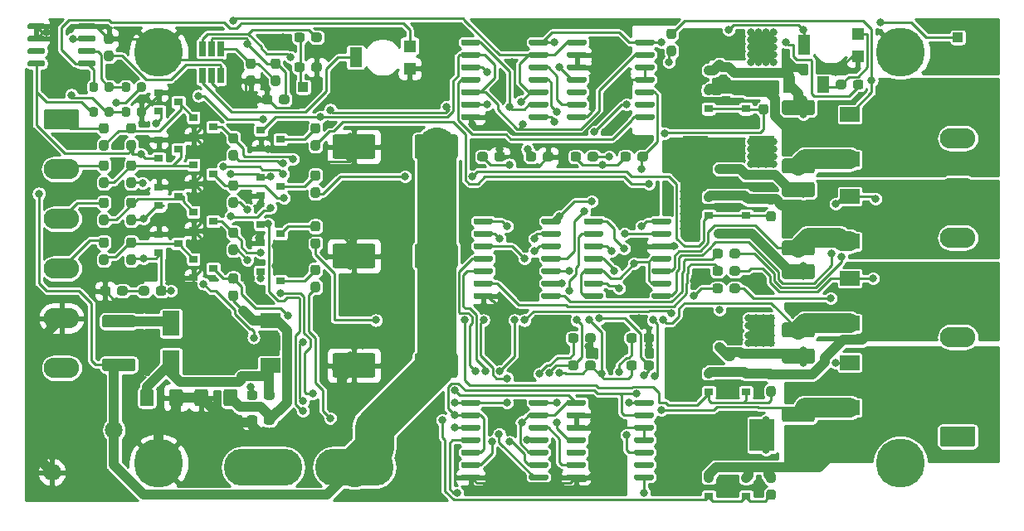
<source format=gbr>
G04 #@! TF.GenerationSoftware,KiCad,Pcbnew,5.1.6-c6e7f7d~87~ubuntu18.04.1*
G04 #@! TF.CreationDate,2020-08-27T22:21:22+02:00*
G04 #@! TF.ProjectId,PeakHoldPWMDriver,5065616b-486f-46c6-9450-574d44726976,rev?*
G04 #@! TF.SameCoordinates,Original*
G04 #@! TF.FileFunction,Copper,L1,Top*
G04 #@! TF.FilePolarity,Positive*
%FSLAX46Y46*%
G04 Gerber Fmt 4.6, Leading zero omitted, Abs format (unit mm)*
G04 Created by KiCad (PCBNEW 5.1.6-c6e7f7d~87~ubuntu18.04.1) date 2020-08-27 22:21:22*
%MOMM*%
%LPD*%
G01*
G04 APERTURE LIST*
G04 #@! TA.AperFunction,SMDPad,CuDef*
%ADD10R,0.900000X0.800000*%
G04 #@! TD*
G04 #@! TA.AperFunction,SMDPad,CuDef*
%ADD11R,2.500000X3.300000*%
G04 #@! TD*
G04 #@! TA.AperFunction,ComponentPad*
%ADD12O,3.600000X2.080000*%
G04 #@! TD*
G04 #@! TA.AperFunction,ComponentPad*
%ADD13C,5.000000*%
G04 #@! TD*
G04 #@! TA.AperFunction,SMDPad,CuDef*
%ADD14R,1.800000X2.500000*%
G04 #@! TD*
G04 #@! TA.AperFunction,SMDPad,CuDef*
%ADD15R,2.000000X1.500000*%
G04 #@! TD*
G04 #@! TA.AperFunction,SMDPad,CuDef*
%ADD16R,2.000000X3.800000*%
G04 #@! TD*
G04 #@! TA.AperFunction,SMDPad,CuDef*
%ADD17R,1.000000X1.000000*%
G04 #@! TD*
G04 #@! TA.AperFunction,SMDPad,CuDef*
%ADD18R,1.300000X1.700000*%
G04 #@! TD*
G04 #@! TA.AperFunction,ComponentPad*
%ADD19O,8.000000X3.800000*%
G04 #@! TD*
G04 #@! TA.AperFunction,SMDPad,CuDef*
%ADD20R,0.650000X1.560000*%
G04 #@! TD*
G04 #@! TA.AperFunction,SMDPad,CuDef*
%ADD21R,1.300000X1.300000*%
G04 #@! TD*
G04 #@! TA.AperFunction,SMDPad,CuDef*
%ADD22R,1.300000X2.000000*%
G04 #@! TD*
G04 #@! TA.AperFunction,ComponentPad*
%ADD23C,1.800000*%
G04 #@! TD*
G04 #@! TA.AperFunction,ViaPad*
%ADD24C,0.800000*%
G04 #@! TD*
G04 #@! TA.AperFunction,Conductor*
%ADD25C,0.250000*%
G04 #@! TD*
G04 #@! TA.AperFunction,Conductor*
%ADD26C,1.000000*%
G04 #@! TD*
G04 #@! TA.AperFunction,Conductor*
%ADD27C,4.000000*%
G04 #@! TD*
G04 #@! TA.AperFunction,Conductor*
%ADD28C,2.000000*%
G04 #@! TD*
G04 #@! TA.AperFunction,Conductor*
%ADD29C,0.500000*%
G04 #@! TD*
G04 #@! TA.AperFunction,Conductor*
%ADD30C,0.254000*%
G04 #@! TD*
G04 APERTURE END LIST*
G04 #@! TA.AperFunction,SMDPad,CuDef*
G36*
G01*
X114124000Y-70843000D02*
X114124000Y-71143000D01*
G75*
G02*
X113974000Y-71293000I-150000J0D01*
G01*
X112524000Y-71293000D01*
G75*
G02*
X112374000Y-71143000I0J150000D01*
G01*
X112374000Y-70843000D01*
G75*
G02*
X112524000Y-70693000I150000J0D01*
G01*
X113974000Y-70693000D01*
G75*
G02*
X114124000Y-70843000I0J-150000D01*
G01*
G37*
G04 #@! TD.AperFunction*
G04 #@! TA.AperFunction,SMDPad,CuDef*
G36*
G01*
X114124000Y-69573000D02*
X114124000Y-69873000D01*
G75*
G02*
X113974000Y-70023000I-150000J0D01*
G01*
X112524000Y-70023000D01*
G75*
G02*
X112374000Y-69873000I0J150000D01*
G01*
X112374000Y-69573000D01*
G75*
G02*
X112524000Y-69423000I150000J0D01*
G01*
X113974000Y-69423000D01*
G75*
G02*
X114124000Y-69573000I0J-150000D01*
G01*
G37*
G04 #@! TD.AperFunction*
G04 #@! TA.AperFunction,SMDPad,CuDef*
G36*
G01*
X114124000Y-68303000D02*
X114124000Y-68603000D01*
G75*
G02*
X113974000Y-68753000I-150000J0D01*
G01*
X112524000Y-68753000D01*
G75*
G02*
X112374000Y-68603000I0J150000D01*
G01*
X112374000Y-68303000D01*
G75*
G02*
X112524000Y-68153000I150000J0D01*
G01*
X113974000Y-68153000D01*
G75*
G02*
X114124000Y-68303000I0J-150000D01*
G01*
G37*
G04 #@! TD.AperFunction*
G04 #@! TA.AperFunction,SMDPad,CuDef*
G36*
G01*
X114124000Y-67033000D02*
X114124000Y-67333000D01*
G75*
G02*
X113974000Y-67483000I-150000J0D01*
G01*
X112524000Y-67483000D01*
G75*
G02*
X112374000Y-67333000I0J150000D01*
G01*
X112374000Y-67033000D01*
G75*
G02*
X112524000Y-66883000I150000J0D01*
G01*
X113974000Y-66883000D01*
G75*
G02*
X114124000Y-67033000I0J-150000D01*
G01*
G37*
G04 #@! TD.AperFunction*
G04 #@! TA.AperFunction,SMDPad,CuDef*
G36*
G01*
X119274000Y-67033000D02*
X119274000Y-67333000D01*
G75*
G02*
X119124000Y-67483000I-150000J0D01*
G01*
X117674000Y-67483000D01*
G75*
G02*
X117524000Y-67333000I0J150000D01*
G01*
X117524000Y-67033000D01*
G75*
G02*
X117674000Y-66883000I150000J0D01*
G01*
X119124000Y-66883000D01*
G75*
G02*
X119274000Y-67033000I0J-150000D01*
G01*
G37*
G04 #@! TD.AperFunction*
G04 #@! TA.AperFunction,SMDPad,CuDef*
G36*
G01*
X119274000Y-68303000D02*
X119274000Y-68603000D01*
G75*
G02*
X119124000Y-68753000I-150000J0D01*
G01*
X117674000Y-68753000D01*
G75*
G02*
X117524000Y-68603000I0J150000D01*
G01*
X117524000Y-68303000D01*
G75*
G02*
X117674000Y-68153000I150000J0D01*
G01*
X119124000Y-68153000D01*
G75*
G02*
X119274000Y-68303000I0J-150000D01*
G01*
G37*
G04 #@! TD.AperFunction*
G04 #@! TA.AperFunction,SMDPad,CuDef*
G36*
G01*
X119274000Y-69573000D02*
X119274000Y-69873000D01*
G75*
G02*
X119124000Y-70023000I-150000J0D01*
G01*
X117674000Y-70023000D01*
G75*
G02*
X117524000Y-69873000I0J150000D01*
G01*
X117524000Y-69573000D01*
G75*
G02*
X117674000Y-69423000I150000J0D01*
G01*
X119124000Y-69423000D01*
G75*
G02*
X119274000Y-69573000I0J-150000D01*
G01*
G37*
G04 #@! TD.AperFunction*
G04 #@! TA.AperFunction,SMDPad,CuDef*
G36*
G01*
X119274000Y-70843000D02*
X119274000Y-71143000D01*
G75*
G02*
X119124000Y-71293000I-150000J0D01*
G01*
X117674000Y-71293000D01*
G75*
G02*
X117524000Y-71143000I0J150000D01*
G01*
X117524000Y-70843000D01*
G75*
G02*
X117674000Y-70693000I150000J0D01*
G01*
X119124000Y-70693000D01*
G75*
G02*
X119274000Y-70843000I0J-150000D01*
G01*
G37*
G04 #@! TD.AperFunction*
D10*
X127746000Y-89408000D03*
X125746000Y-90358000D03*
X125746000Y-88458000D03*
G04 #@! TA.AperFunction,SMDPad,CuDef*
G36*
G01*
X119538000Y-73149750D02*
X119538000Y-73662250D01*
G75*
G02*
X119319250Y-73881000I-218750J0D01*
G01*
X118881750Y-73881000D01*
G75*
G02*
X118663000Y-73662250I0J218750D01*
G01*
X118663000Y-73149750D01*
G75*
G02*
X118881750Y-72931000I218750J0D01*
G01*
X119319250Y-72931000D01*
G75*
G02*
X119538000Y-73149750I0J-218750D01*
G01*
G37*
G04 #@! TD.AperFunction*
G04 #@! TA.AperFunction,SMDPad,CuDef*
G36*
G01*
X121113000Y-73149750D02*
X121113000Y-73662250D01*
G75*
G02*
X120894250Y-73881000I-218750J0D01*
G01*
X120456750Y-73881000D01*
G75*
G02*
X120238000Y-73662250I0J218750D01*
G01*
X120238000Y-73149750D01*
G75*
G02*
X120456750Y-72931000I218750J0D01*
G01*
X120894250Y-72931000D01*
G75*
G02*
X121113000Y-73149750I0J-218750D01*
G01*
G37*
G04 #@! TD.AperFunction*
G04 #@! TA.AperFunction,SMDPad,CuDef*
G36*
G01*
X123540000Y-76202250D02*
X123540000Y-75689750D01*
G75*
G02*
X123758750Y-75471000I218750J0D01*
G01*
X124196250Y-75471000D01*
G75*
G02*
X124415000Y-75689750I0J-218750D01*
G01*
X124415000Y-76202250D01*
G75*
G02*
X124196250Y-76421000I-218750J0D01*
G01*
X123758750Y-76421000D01*
G75*
G02*
X123540000Y-76202250I0J218750D01*
G01*
G37*
G04 #@! TD.AperFunction*
G04 #@! TA.AperFunction,SMDPad,CuDef*
G36*
G01*
X121965000Y-76202250D02*
X121965000Y-75689750D01*
G75*
G02*
X122183750Y-75471000I218750J0D01*
G01*
X122621250Y-75471000D01*
G75*
G02*
X122840000Y-75689750I0J-218750D01*
G01*
X122840000Y-76202250D01*
G75*
G02*
X122621250Y-76421000I-218750J0D01*
G01*
X122183750Y-76421000D01*
G75*
G02*
X121965000Y-76202250I0J218750D01*
G01*
G37*
G04 #@! TD.AperFunction*
G04 #@! TA.AperFunction,SMDPad,CuDef*
G36*
G01*
X122840000Y-73149750D02*
X122840000Y-73662250D01*
G75*
G02*
X122621250Y-73881000I-218750J0D01*
G01*
X122183750Y-73881000D01*
G75*
G02*
X121965000Y-73662250I0J218750D01*
G01*
X121965000Y-73149750D01*
G75*
G02*
X122183750Y-72931000I218750J0D01*
G01*
X122621250Y-72931000D01*
G75*
G02*
X122840000Y-73149750I0J-218750D01*
G01*
G37*
G04 #@! TD.AperFunction*
G04 #@! TA.AperFunction,SMDPad,CuDef*
G36*
G01*
X124415000Y-73149750D02*
X124415000Y-73662250D01*
G75*
G02*
X124196250Y-73881000I-218750J0D01*
G01*
X123758750Y-73881000D01*
G75*
G02*
X123540000Y-73662250I0J218750D01*
G01*
X123540000Y-73149750D01*
G75*
G02*
X123758750Y-72931000I218750J0D01*
G01*
X124196250Y-72931000D01*
G75*
G02*
X124415000Y-73149750I0J-218750D01*
G01*
G37*
G04 #@! TD.AperFunction*
G04 #@! TA.AperFunction,SMDPad,CuDef*
G36*
G01*
X119538000Y-75689750D02*
X119538000Y-76202250D01*
G75*
G02*
X119319250Y-76421000I-218750J0D01*
G01*
X118881750Y-76421000D01*
G75*
G02*
X118663000Y-76202250I0J218750D01*
G01*
X118663000Y-75689750D01*
G75*
G02*
X118881750Y-75471000I218750J0D01*
G01*
X119319250Y-75471000D01*
G75*
G02*
X119538000Y-75689750I0J-218750D01*
G01*
G37*
G04 #@! TD.AperFunction*
G04 #@! TA.AperFunction,SMDPad,CuDef*
G36*
G01*
X121113000Y-75689750D02*
X121113000Y-76202250D01*
G75*
G02*
X120894250Y-76421000I-218750J0D01*
G01*
X120456750Y-76421000D01*
G75*
G02*
X120238000Y-76202250I0J218750D01*
G01*
X120238000Y-75689750D01*
G75*
G02*
X120456750Y-75471000I218750J0D01*
G01*
X120894250Y-75471000D01*
G75*
G02*
X121113000Y-75689750I0J-218750D01*
G01*
G37*
G04 #@! TD.AperFunction*
G04 #@! TA.AperFunction,SMDPad,CuDef*
G36*
G01*
X183292000Y-91964500D02*
X183292000Y-92439500D01*
G75*
G02*
X183054500Y-92677000I-237500J0D01*
G01*
X182479500Y-92677000D01*
G75*
G02*
X182242000Y-92439500I0J237500D01*
G01*
X182242000Y-91964500D01*
G75*
G02*
X182479500Y-91727000I237500J0D01*
G01*
X183054500Y-91727000D01*
G75*
G02*
X183292000Y-91964500I0J-237500D01*
G01*
G37*
G04 #@! TD.AperFunction*
G04 #@! TA.AperFunction,SMDPad,CuDef*
G36*
G01*
X185042000Y-91964500D02*
X185042000Y-92439500D01*
G75*
G02*
X184804500Y-92677000I-237500J0D01*
G01*
X184229500Y-92677000D01*
G75*
G02*
X183992000Y-92439500I0J237500D01*
G01*
X183992000Y-91964500D01*
G75*
G02*
X184229500Y-91727000I237500J0D01*
G01*
X184804500Y-91727000D01*
G75*
G02*
X185042000Y-91964500I0J-237500D01*
G01*
G37*
G04 #@! TD.AperFunction*
D11*
X180496000Y-108966000D03*
X187296000Y-108966000D03*
D10*
X179864000Y-103632000D03*
X181864000Y-102682000D03*
X181864000Y-104582000D03*
X185642000Y-75626000D03*
X185642000Y-73726000D03*
X183642000Y-74676000D03*
X183674000Y-85598000D03*
X185674000Y-84648000D03*
X185674000Y-86548000D03*
X179832000Y-74676000D03*
X181832000Y-73726000D03*
X181832000Y-75626000D03*
X179864000Y-85598000D03*
X181864000Y-84648000D03*
X181864000Y-86548000D03*
X183658000Y-103632000D03*
X185658000Y-102682000D03*
X185658000Y-104582000D03*
X183674000Y-114300000D03*
X185674000Y-113350000D03*
X185674000Y-115250000D03*
X179864000Y-114300000D03*
X181864000Y-113350000D03*
X181864000Y-115250000D03*
G04 #@! TA.AperFunction,SMDPad,CuDef*
G36*
G01*
X160003000Y-80755500D02*
X160003000Y-80280500D01*
G75*
G02*
X160240500Y-80043000I237500J0D01*
G01*
X160815500Y-80043000D01*
G75*
G02*
X161053000Y-80280500I0J-237500D01*
G01*
X161053000Y-80755500D01*
G75*
G02*
X160815500Y-80993000I-237500J0D01*
G01*
X160240500Y-80993000D01*
G75*
G02*
X160003000Y-80755500I0J237500D01*
G01*
G37*
G04 #@! TD.AperFunction*
G04 #@! TA.AperFunction,SMDPad,CuDef*
G36*
G01*
X158253000Y-80755500D02*
X158253000Y-80280500D01*
G75*
G02*
X158490500Y-80043000I237500J0D01*
G01*
X159065500Y-80043000D01*
G75*
G02*
X159303000Y-80280500I0J-237500D01*
G01*
X159303000Y-80755500D01*
G75*
G02*
X159065500Y-80993000I-237500J0D01*
G01*
X158490500Y-80993000D01*
G75*
G02*
X158253000Y-80755500I0J237500D01*
G01*
G37*
G04 #@! TD.AperFunction*
G04 #@! TA.AperFunction,SMDPad,CuDef*
G36*
G01*
X175215000Y-99297500D02*
X175215000Y-98822500D01*
G75*
G02*
X175452500Y-98585000I237500J0D01*
G01*
X176027500Y-98585000D01*
G75*
G02*
X176265000Y-98822500I0J-237500D01*
G01*
X176265000Y-99297500D01*
G75*
G02*
X176027500Y-99535000I-237500J0D01*
G01*
X175452500Y-99535000D01*
G75*
G02*
X175215000Y-99297500I0J237500D01*
G01*
G37*
G04 #@! TD.AperFunction*
G04 #@! TA.AperFunction,SMDPad,CuDef*
G36*
G01*
X173465000Y-99297500D02*
X173465000Y-98822500D01*
G75*
G02*
X173702500Y-98585000I237500J0D01*
G01*
X174277500Y-98585000D01*
G75*
G02*
X174515000Y-98822500I0J-237500D01*
G01*
X174515000Y-99297500D01*
G75*
G02*
X174277500Y-99535000I-237500J0D01*
G01*
X173702500Y-99535000D01*
G75*
G02*
X173465000Y-99297500I0J237500D01*
G01*
G37*
G04 #@! TD.AperFunction*
G04 #@! TA.AperFunction,SMDPad,CuDef*
G36*
G01*
X164942000Y-80755500D02*
X164942000Y-80280500D01*
G75*
G02*
X165179500Y-80043000I237500J0D01*
G01*
X165754500Y-80043000D01*
G75*
G02*
X165992000Y-80280500I0J-237500D01*
G01*
X165992000Y-80755500D01*
G75*
G02*
X165754500Y-80993000I-237500J0D01*
G01*
X165179500Y-80993000D01*
G75*
G02*
X164942000Y-80755500I0J237500D01*
G01*
G37*
G04 #@! TD.AperFunction*
G04 #@! TA.AperFunction,SMDPad,CuDef*
G36*
G01*
X163192000Y-80755500D02*
X163192000Y-80280500D01*
G75*
G02*
X163429500Y-80043000I237500J0D01*
G01*
X164004500Y-80043000D01*
G75*
G02*
X164242000Y-80280500I0J-237500D01*
G01*
X164242000Y-80755500D01*
G75*
G02*
X164004500Y-80993000I-237500J0D01*
G01*
X163429500Y-80993000D01*
G75*
G02*
X163192000Y-80755500I0J237500D01*
G01*
G37*
G04 #@! TD.AperFunction*
G04 #@! TA.AperFunction,SMDPad,CuDef*
G36*
G01*
X169260000Y-99297500D02*
X169260000Y-98822500D01*
G75*
G02*
X169497500Y-98585000I237500J0D01*
G01*
X170072500Y-98585000D01*
G75*
G02*
X170310000Y-98822500I0J-237500D01*
G01*
X170310000Y-99297500D01*
G75*
G02*
X170072500Y-99535000I-237500J0D01*
G01*
X169497500Y-99535000D01*
G75*
G02*
X169260000Y-99297500I0J237500D01*
G01*
G37*
G04 #@! TD.AperFunction*
G04 #@! TA.AperFunction,SMDPad,CuDef*
G36*
G01*
X167510000Y-99297500D02*
X167510000Y-98822500D01*
G75*
G02*
X167747500Y-98585000I237500J0D01*
G01*
X168322500Y-98585000D01*
G75*
G02*
X168560000Y-98822500I0J-237500D01*
G01*
X168560000Y-99297500D01*
G75*
G02*
X168322500Y-99535000I-237500J0D01*
G01*
X167747500Y-99535000D01*
G75*
G02*
X167510000Y-99297500I0J237500D01*
G01*
G37*
G04 #@! TD.AperFunction*
X138160000Y-88392000D03*
X136160000Y-89342000D03*
X136160000Y-87442000D03*
X138160000Y-78740000D03*
X136160000Y-79690000D03*
X136160000Y-77790000D03*
X138160000Y-83566000D03*
X136160000Y-84516000D03*
X136160000Y-82616000D03*
X138160000Y-93218000D03*
X136160000Y-94168000D03*
X136160000Y-92268000D03*
D11*
X180496000Y-98298000D03*
X187296000Y-98298000D03*
G04 #@! TA.AperFunction,SMDPad,CuDef*
G36*
G01*
X183292000Y-90186500D02*
X183292000Y-90661500D01*
G75*
G02*
X183054500Y-90899000I-237500J0D01*
G01*
X182479500Y-90899000D01*
G75*
G02*
X182242000Y-90661500I0J237500D01*
G01*
X182242000Y-90186500D01*
G75*
G02*
X182479500Y-89949000I237500J0D01*
G01*
X183054500Y-89949000D01*
G75*
G02*
X183292000Y-90186500I0J-237500D01*
G01*
G37*
G04 #@! TD.AperFunction*
G04 #@! TA.AperFunction,SMDPad,CuDef*
G36*
G01*
X185042000Y-90186500D02*
X185042000Y-90661500D01*
G75*
G02*
X184804500Y-90899000I-237500J0D01*
G01*
X184229500Y-90899000D01*
G75*
G02*
X183992000Y-90661500I0J237500D01*
G01*
X183992000Y-90186500D01*
G75*
G02*
X184229500Y-89949000I237500J0D01*
G01*
X184804500Y-89949000D01*
G75*
G02*
X185042000Y-90186500I0J-237500D01*
G01*
G37*
G04 #@! TD.AperFunction*
G04 #@! TA.AperFunction,SMDPad,CuDef*
G36*
G01*
X192433001Y-93025000D02*
X189582999Y-93025000D01*
G75*
G02*
X189333000Y-92775001I0J249999D01*
G01*
X189333000Y-91749999D01*
G75*
G02*
X189582999Y-91500000I249999J0D01*
G01*
X192433001Y-91500000D01*
G75*
G02*
X192683000Y-91749999I0J-249999D01*
G01*
X192683000Y-92775001D01*
G75*
G02*
X192433001Y-93025000I-249999J0D01*
G01*
G37*
G04 #@! TD.AperFunction*
G04 #@! TA.AperFunction,SMDPad,CuDef*
G36*
G01*
X192433001Y-99000000D02*
X189582999Y-99000000D01*
G75*
G02*
X189333000Y-98750001I0J249999D01*
G01*
X189333000Y-97724999D01*
G75*
G02*
X189582999Y-97475000I249999J0D01*
G01*
X192433001Y-97475000D01*
G75*
G02*
X192683000Y-97724999I0J-249999D01*
G01*
X192683000Y-98750001D01*
G75*
G02*
X192433001Y-99000000I-249999J0D01*
G01*
G37*
G04 #@! TD.AperFunction*
X180496000Y-80010000D03*
X187296000Y-80010000D03*
X180496000Y-69342000D03*
X187296000Y-69342000D03*
G04 #@! TA.AperFunction,SMDPad,CuDef*
G36*
G01*
X177816500Y-69184000D02*
X178291500Y-69184000D01*
G75*
G02*
X178529000Y-69421500I0J-237500D01*
G01*
X178529000Y-69996500D01*
G75*
G02*
X178291500Y-70234000I-237500J0D01*
G01*
X177816500Y-70234000D01*
G75*
G02*
X177579000Y-69996500I0J237500D01*
G01*
X177579000Y-69421500D01*
G75*
G02*
X177816500Y-69184000I237500J0D01*
G01*
G37*
G04 #@! TD.AperFunction*
G04 #@! TA.AperFunction,SMDPad,CuDef*
G36*
G01*
X177816500Y-67434000D02*
X178291500Y-67434000D01*
G75*
G02*
X178529000Y-67671500I0J-237500D01*
G01*
X178529000Y-68246500D01*
G75*
G02*
X178291500Y-68484000I-237500J0D01*
G01*
X177816500Y-68484000D01*
G75*
G02*
X177579000Y-68246500I0J237500D01*
G01*
X177579000Y-67671500D01*
G75*
G02*
X177816500Y-67434000I237500J0D01*
G01*
G37*
G04 #@! TD.AperFunction*
G04 #@! TA.AperFunction,SMDPad,CuDef*
G36*
G01*
X141494500Y-88855000D02*
X141969500Y-88855000D01*
G75*
G02*
X142207000Y-89092500I0J-237500D01*
G01*
X142207000Y-89667500D01*
G75*
G02*
X141969500Y-89905000I-237500J0D01*
G01*
X141494500Y-89905000D01*
G75*
G02*
X141257000Y-89667500I0J237500D01*
G01*
X141257000Y-89092500D01*
G75*
G02*
X141494500Y-88855000I237500J0D01*
G01*
G37*
G04 #@! TD.AperFunction*
G04 #@! TA.AperFunction,SMDPad,CuDef*
G36*
G01*
X141494500Y-87105000D02*
X141969500Y-87105000D01*
G75*
G02*
X142207000Y-87342500I0J-237500D01*
G01*
X142207000Y-87917500D01*
G75*
G02*
X141969500Y-88155000I-237500J0D01*
G01*
X141494500Y-88155000D01*
G75*
G02*
X141257000Y-87917500I0J237500D01*
G01*
X141257000Y-87342500D01*
G75*
G02*
X141494500Y-87105000I237500J0D01*
G01*
G37*
G04 #@! TD.AperFunction*
G04 #@! TA.AperFunction,SMDPad,CuDef*
G36*
G01*
X183292000Y-93742500D02*
X183292000Y-94217500D01*
G75*
G02*
X183054500Y-94455000I-237500J0D01*
G01*
X182479500Y-94455000D01*
G75*
G02*
X182242000Y-94217500I0J237500D01*
G01*
X182242000Y-93742500D01*
G75*
G02*
X182479500Y-93505000I237500J0D01*
G01*
X183054500Y-93505000D01*
G75*
G02*
X183292000Y-93742500I0J-237500D01*
G01*
G37*
G04 #@! TD.AperFunction*
G04 #@! TA.AperFunction,SMDPad,CuDef*
G36*
G01*
X185042000Y-93742500D02*
X185042000Y-94217500D01*
G75*
G02*
X184804500Y-94455000I-237500J0D01*
G01*
X184229500Y-94455000D01*
G75*
G02*
X183992000Y-94217500I0J237500D01*
G01*
X183992000Y-93742500D01*
G75*
G02*
X184229500Y-93505000I237500J0D01*
G01*
X184804500Y-93505000D01*
G75*
G02*
X185042000Y-93742500I0J-237500D01*
G01*
G37*
G04 #@! TD.AperFunction*
G04 #@! TA.AperFunction,SMDPad,CuDef*
G36*
G01*
X133587500Y-79152000D02*
X133112500Y-79152000D01*
G75*
G02*
X132875000Y-78914500I0J237500D01*
G01*
X132875000Y-78339500D01*
G75*
G02*
X133112500Y-78102000I237500J0D01*
G01*
X133587500Y-78102000D01*
G75*
G02*
X133825000Y-78339500I0J-237500D01*
G01*
X133825000Y-78914500D01*
G75*
G02*
X133587500Y-79152000I-237500J0D01*
G01*
G37*
G04 #@! TD.AperFunction*
G04 #@! TA.AperFunction,SMDPad,CuDef*
G36*
G01*
X133587500Y-80902000D02*
X133112500Y-80902000D01*
G75*
G02*
X132875000Y-80664500I0J237500D01*
G01*
X132875000Y-80089500D01*
G75*
G02*
X133112500Y-79852000I237500J0D01*
G01*
X133587500Y-79852000D01*
G75*
G02*
X133825000Y-80089500I0J-237500D01*
G01*
X133825000Y-80664500D01*
G75*
G02*
X133587500Y-80902000I-237500J0D01*
G01*
G37*
G04 #@! TD.AperFunction*
G04 #@! TA.AperFunction,SMDPad,CuDef*
G36*
G01*
X120379500Y-78136000D02*
X119904500Y-78136000D01*
G75*
G02*
X119667000Y-77898500I0J237500D01*
G01*
X119667000Y-77323500D01*
G75*
G02*
X119904500Y-77086000I237500J0D01*
G01*
X120379500Y-77086000D01*
G75*
G02*
X120617000Y-77323500I0J-237500D01*
G01*
X120617000Y-77898500D01*
G75*
G02*
X120379500Y-78136000I-237500J0D01*
G01*
G37*
G04 #@! TD.AperFunction*
G04 #@! TA.AperFunction,SMDPad,CuDef*
G36*
G01*
X120379500Y-79886000D02*
X119904500Y-79886000D01*
G75*
G02*
X119667000Y-79648500I0J237500D01*
G01*
X119667000Y-79073500D01*
G75*
G02*
X119904500Y-78836000I237500J0D01*
G01*
X120379500Y-78836000D01*
G75*
G02*
X120617000Y-79073500I0J-237500D01*
G01*
X120617000Y-79648500D01*
G75*
G02*
X120379500Y-79886000I-237500J0D01*
G01*
G37*
G04 #@! TD.AperFunction*
G04 #@! TA.AperFunction,SMDPad,CuDef*
G36*
G01*
X123173500Y-78136000D02*
X122698500Y-78136000D01*
G75*
G02*
X122461000Y-77898500I0J237500D01*
G01*
X122461000Y-77323500D01*
G75*
G02*
X122698500Y-77086000I237500J0D01*
G01*
X123173500Y-77086000D01*
G75*
G02*
X123411000Y-77323500I0J-237500D01*
G01*
X123411000Y-77898500D01*
G75*
G02*
X123173500Y-78136000I-237500J0D01*
G01*
G37*
G04 #@! TD.AperFunction*
G04 #@! TA.AperFunction,SMDPad,CuDef*
G36*
G01*
X123173500Y-79886000D02*
X122698500Y-79886000D01*
G75*
G02*
X122461000Y-79648500I0J237500D01*
G01*
X122461000Y-79073500D01*
G75*
G02*
X122698500Y-78836000I237500J0D01*
G01*
X123173500Y-78836000D01*
G75*
G02*
X123411000Y-79073500I0J-237500D01*
G01*
X123411000Y-79648500D01*
G75*
G02*
X123173500Y-79886000I-237500J0D01*
G01*
G37*
G04 #@! TD.AperFunction*
G04 #@! TA.AperFunction,SMDPad,CuDef*
G36*
G01*
X133587500Y-88804000D02*
X133112500Y-88804000D01*
G75*
G02*
X132875000Y-88566500I0J237500D01*
G01*
X132875000Y-87991500D01*
G75*
G02*
X133112500Y-87754000I237500J0D01*
G01*
X133587500Y-87754000D01*
G75*
G02*
X133825000Y-87991500I0J-237500D01*
G01*
X133825000Y-88566500D01*
G75*
G02*
X133587500Y-88804000I-237500J0D01*
G01*
G37*
G04 #@! TD.AperFunction*
G04 #@! TA.AperFunction,SMDPad,CuDef*
G36*
G01*
X133587500Y-90554000D02*
X133112500Y-90554000D01*
G75*
G02*
X132875000Y-90316500I0J237500D01*
G01*
X132875000Y-89741500D01*
G75*
G02*
X133112500Y-89504000I237500J0D01*
G01*
X133587500Y-89504000D01*
G75*
G02*
X133825000Y-89741500I0J-237500D01*
G01*
X133825000Y-90316500D01*
G75*
G02*
X133587500Y-90554000I-237500J0D01*
G01*
G37*
G04 #@! TD.AperFunction*
G04 #@! TA.AperFunction,SMDPad,CuDef*
G36*
G01*
X120379500Y-85756000D02*
X119904500Y-85756000D01*
G75*
G02*
X119667000Y-85518500I0J237500D01*
G01*
X119667000Y-84943500D01*
G75*
G02*
X119904500Y-84706000I237500J0D01*
G01*
X120379500Y-84706000D01*
G75*
G02*
X120617000Y-84943500I0J-237500D01*
G01*
X120617000Y-85518500D01*
G75*
G02*
X120379500Y-85756000I-237500J0D01*
G01*
G37*
G04 #@! TD.AperFunction*
G04 #@! TA.AperFunction,SMDPad,CuDef*
G36*
G01*
X120379500Y-87506000D02*
X119904500Y-87506000D01*
G75*
G02*
X119667000Y-87268500I0J237500D01*
G01*
X119667000Y-86693500D01*
G75*
G02*
X119904500Y-86456000I237500J0D01*
G01*
X120379500Y-86456000D01*
G75*
G02*
X120617000Y-86693500I0J-237500D01*
G01*
X120617000Y-87268500D01*
G75*
G02*
X120379500Y-87506000I-237500J0D01*
G01*
G37*
G04 #@! TD.AperFunction*
G04 #@! TA.AperFunction,SMDPad,CuDef*
G36*
G01*
X123173500Y-85756000D02*
X122698500Y-85756000D01*
G75*
G02*
X122461000Y-85518500I0J237500D01*
G01*
X122461000Y-84943500D01*
G75*
G02*
X122698500Y-84706000I237500J0D01*
G01*
X123173500Y-84706000D01*
G75*
G02*
X123411000Y-84943500I0J-237500D01*
G01*
X123411000Y-85518500D01*
G75*
G02*
X123173500Y-85756000I-237500J0D01*
G01*
G37*
G04 #@! TD.AperFunction*
G04 #@! TA.AperFunction,SMDPad,CuDef*
G36*
G01*
X123173500Y-87506000D02*
X122698500Y-87506000D01*
G75*
G02*
X122461000Y-87268500I0J237500D01*
G01*
X122461000Y-86693500D01*
G75*
G02*
X122698500Y-86456000I237500J0D01*
G01*
X123173500Y-86456000D01*
G75*
G02*
X123411000Y-86693500I0J-237500D01*
G01*
X123411000Y-87268500D01*
G75*
G02*
X123173500Y-87506000I-237500J0D01*
G01*
G37*
G04 #@! TD.AperFunction*
G04 #@! TA.AperFunction,SMDPad,CuDef*
G36*
G01*
X133587500Y-83978000D02*
X133112500Y-83978000D01*
G75*
G02*
X132875000Y-83740500I0J237500D01*
G01*
X132875000Y-83165500D01*
G75*
G02*
X133112500Y-82928000I237500J0D01*
G01*
X133587500Y-82928000D01*
G75*
G02*
X133825000Y-83165500I0J-237500D01*
G01*
X133825000Y-83740500D01*
G75*
G02*
X133587500Y-83978000I-237500J0D01*
G01*
G37*
G04 #@! TD.AperFunction*
G04 #@! TA.AperFunction,SMDPad,CuDef*
G36*
G01*
X133587500Y-85728000D02*
X133112500Y-85728000D01*
G75*
G02*
X132875000Y-85490500I0J237500D01*
G01*
X132875000Y-84915500D01*
G75*
G02*
X133112500Y-84678000I237500J0D01*
G01*
X133587500Y-84678000D01*
G75*
G02*
X133825000Y-84915500I0J-237500D01*
G01*
X133825000Y-85490500D01*
G75*
G02*
X133587500Y-85728000I-237500J0D01*
G01*
G37*
G04 #@! TD.AperFunction*
G04 #@! TA.AperFunction,SMDPad,CuDef*
G36*
G01*
X133587500Y-93489000D02*
X133112500Y-93489000D01*
G75*
G02*
X132875000Y-93251500I0J237500D01*
G01*
X132875000Y-92676500D01*
G75*
G02*
X133112500Y-92439000I237500J0D01*
G01*
X133587500Y-92439000D01*
G75*
G02*
X133825000Y-92676500I0J-237500D01*
G01*
X133825000Y-93251500D01*
G75*
G02*
X133587500Y-93489000I-237500J0D01*
G01*
G37*
G04 #@! TD.AperFunction*
G04 #@! TA.AperFunction,SMDPad,CuDef*
G36*
G01*
X133587500Y-95239000D02*
X133112500Y-95239000D01*
G75*
G02*
X132875000Y-95001500I0J237500D01*
G01*
X132875000Y-94426500D01*
G75*
G02*
X133112500Y-94189000I237500J0D01*
G01*
X133587500Y-94189000D01*
G75*
G02*
X133825000Y-94426500I0J-237500D01*
G01*
X133825000Y-95001500D01*
G75*
G02*
X133587500Y-95239000I-237500J0D01*
G01*
G37*
G04 #@! TD.AperFunction*
G04 #@! TA.AperFunction,SMDPad,CuDef*
G36*
G01*
X120379500Y-81946000D02*
X119904500Y-81946000D01*
G75*
G02*
X119667000Y-81708500I0J237500D01*
G01*
X119667000Y-81133500D01*
G75*
G02*
X119904500Y-80896000I237500J0D01*
G01*
X120379500Y-80896000D01*
G75*
G02*
X120617000Y-81133500I0J-237500D01*
G01*
X120617000Y-81708500D01*
G75*
G02*
X120379500Y-81946000I-237500J0D01*
G01*
G37*
G04 #@! TD.AperFunction*
G04 #@! TA.AperFunction,SMDPad,CuDef*
G36*
G01*
X120379500Y-83696000D02*
X119904500Y-83696000D01*
G75*
G02*
X119667000Y-83458500I0J237500D01*
G01*
X119667000Y-82883500D01*
G75*
G02*
X119904500Y-82646000I237500J0D01*
G01*
X120379500Y-82646000D01*
G75*
G02*
X120617000Y-82883500I0J-237500D01*
G01*
X120617000Y-83458500D01*
G75*
G02*
X120379500Y-83696000I-237500J0D01*
G01*
G37*
G04 #@! TD.AperFunction*
G04 #@! TA.AperFunction,SMDPad,CuDef*
G36*
G01*
X123173500Y-81946000D02*
X122698500Y-81946000D01*
G75*
G02*
X122461000Y-81708500I0J237500D01*
G01*
X122461000Y-81133500D01*
G75*
G02*
X122698500Y-80896000I237500J0D01*
G01*
X123173500Y-80896000D01*
G75*
G02*
X123411000Y-81133500I0J-237500D01*
G01*
X123411000Y-81708500D01*
G75*
G02*
X123173500Y-81946000I-237500J0D01*
G01*
G37*
G04 #@! TD.AperFunction*
G04 #@! TA.AperFunction,SMDPad,CuDef*
G36*
G01*
X123173500Y-83696000D02*
X122698500Y-83696000D01*
G75*
G02*
X122461000Y-83458500I0J237500D01*
G01*
X122461000Y-82883500D01*
G75*
G02*
X122698500Y-82646000I237500J0D01*
G01*
X123173500Y-82646000D01*
G75*
G02*
X123411000Y-82883500I0J-237500D01*
G01*
X123411000Y-83458500D01*
G75*
G02*
X123173500Y-83696000I-237500J0D01*
G01*
G37*
G04 #@! TD.AperFunction*
G04 #@! TA.AperFunction,SMDPad,CuDef*
G36*
G01*
X120379500Y-89820000D02*
X119904500Y-89820000D01*
G75*
G02*
X119667000Y-89582500I0J237500D01*
G01*
X119667000Y-89007500D01*
G75*
G02*
X119904500Y-88770000I237500J0D01*
G01*
X120379500Y-88770000D01*
G75*
G02*
X120617000Y-89007500I0J-237500D01*
G01*
X120617000Y-89582500D01*
G75*
G02*
X120379500Y-89820000I-237500J0D01*
G01*
G37*
G04 #@! TD.AperFunction*
G04 #@! TA.AperFunction,SMDPad,CuDef*
G36*
G01*
X120379500Y-91570000D02*
X119904500Y-91570000D01*
G75*
G02*
X119667000Y-91332500I0J237500D01*
G01*
X119667000Y-90757500D01*
G75*
G02*
X119904500Y-90520000I237500J0D01*
G01*
X120379500Y-90520000D01*
G75*
G02*
X120617000Y-90757500I0J-237500D01*
G01*
X120617000Y-91332500D01*
G75*
G02*
X120379500Y-91570000I-237500J0D01*
G01*
G37*
G04 #@! TD.AperFunction*
G04 #@! TA.AperFunction,SMDPad,CuDef*
G36*
G01*
X123173500Y-89820000D02*
X122698500Y-89820000D01*
G75*
G02*
X122461000Y-89582500I0J237500D01*
G01*
X122461000Y-89007500D01*
G75*
G02*
X122698500Y-88770000I237500J0D01*
G01*
X123173500Y-88770000D01*
G75*
G02*
X123411000Y-89007500I0J-237500D01*
G01*
X123411000Y-89582500D01*
G75*
G02*
X123173500Y-89820000I-237500J0D01*
G01*
G37*
G04 #@! TD.AperFunction*
G04 #@! TA.AperFunction,SMDPad,CuDef*
G36*
G01*
X123173500Y-91570000D02*
X122698500Y-91570000D01*
G75*
G02*
X122461000Y-91332500I0J237500D01*
G01*
X122461000Y-90757500D01*
G75*
G02*
X122698500Y-90520000I237500J0D01*
G01*
X123173500Y-90520000D01*
G75*
G02*
X123411000Y-90757500I0J-237500D01*
G01*
X123411000Y-91332500D01*
G75*
G02*
X123173500Y-91570000I-237500J0D01*
G01*
G37*
G04 #@! TD.AperFunction*
D10*
X131302000Y-77470000D03*
X129302000Y-78420000D03*
X129302000Y-76520000D03*
X131302000Y-87122000D03*
X129302000Y-88072000D03*
X129302000Y-86172000D03*
X131302000Y-82296000D03*
X129302000Y-83246000D03*
X129302000Y-81346000D03*
X131302000Y-91948000D03*
X129302000Y-92898000D03*
X129302000Y-90998000D03*
X127746000Y-74930000D03*
X125746000Y-75880000D03*
X125746000Y-73980000D03*
X127746000Y-84582000D03*
X125746000Y-85532000D03*
X125746000Y-83632000D03*
X127746000Y-79756000D03*
X125746000Y-80706000D03*
X125746000Y-78806000D03*
G04 #@! TA.AperFunction,SMDPad,CuDef*
G36*
G01*
X135365500Y-71532000D02*
X134890500Y-71532000D01*
G75*
G02*
X134653000Y-71294500I0J237500D01*
G01*
X134653000Y-70719500D01*
G75*
G02*
X134890500Y-70482000I237500J0D01*
G01*
X135365500Y-70482000D01*
G75*
G02*
X135603000Y-70719500I0J-237500D01*
G01*
X135603000Y-71294500D01*
G75*
G02*
X135365500Y-71532000I-237500J0D01*
G01*
G37*
G04 #@! TD.AperFunction*
G04 #@! TA.AperFunction,SMDPad,CuDef*
G36*
G01*
X135365500Y-73282000D02*
X134890500Y-73282000D01*
G75*
G02*
X134653000Y-73044500I0J237500D01*
G01*
X134653000Y-72469500D01*
G75*
G02*
X134890500Y-72232000I237500J0D01*
G01*
X135365500Y-72232000D01*
G75*
G02*
X135603000Y-72469500I0J-237500D01*
G01*
X135603000Y-73044500D01*
G75*
G02*
X135365500Y-73282000I-237500J0D01*
G01*
G37*
G04 #@! TD.AperFunction*
G04 #@! TA.AperFunction,SMDPad,CuDef*
G36*
G01*
X163511000Y-105814000D02*
X163511000Y-105514000D01*
G75*
G02*
X163661000Y-105364000I150000J0D01*
G01*
X165336000Y-105364000D01*
G75*
G02*
X165486000Y-105514000I0J-150000D01*
G01*
X165486000Y-105814000D01*
G75*
G02*
X165336000Y-105964000I-150000J0D01*
G01*
X163661000Y-105964000D01*
G75*
G02*
X163511000Y-105814000I0J150000D01*
G01*
G37*
G04 #@! TD.AperFunction*
G04 #@! TA.AperFunction,SMDPad,CuDef*
G36*
G01*
X163511000Y-107084000D02*
X163511000Y-106784000D01*
G75*
G02*
X163661000Y-106634000I150000J0D01*
G01*
X165336000Y-106634000D01*
G75*
G02*
X165486000Y-106784000I0J-150000D01*
G01*
X165486000Y-107084000D01*
G75*
G02*
X165336000Y-107234000I-150000J0D01*
G01*
X163661000Y-107234000D01*
G75*
G02*
X163511000Y-107084000I0J150000D01*
G01*
G37*
G04 #@! TD.AperFunction*
G04 #@! TA.AperFunction,SMDPad,CuDef*
G36*
G01*
X163511000Y-108354000D02*
X163511000Y-108054000D01*
G75*
G02*
X163661000Y-107904000I150000J0D01*
G01*
X165336000Y-107904000D01*
G75*
G02*
X165486000Y-108054000I0J-150000D01*
G01*
X165486000Y-108354000D01*
G75*
G02*
X165336000Y-108504000I-150000J0D01*
G01*
X163661000Y-108504000D01*
G75*
G02*
X163511000Y-108354000I0J150000D01*
G01*
G37*
G04 #@! TD.AperFunction*
G04 #@! TA.AperFunction,SMDPad,CuDef*
G36*
G01*
X163511000Y-109624000D02*
X163511000Y-109324000D01*
G75*
G02*
X163661000Y-109174000I150000J0D01*
G01*
X165336000Y-109174000D01*
G75*
G02*
X165486000Y-109324000I0J-150000D01*
G01*
X165486000Y-109624000D01*
G75*
G02*
X165336000Y-109774000I-150000J0D01*
G01*
X163661000Y-109774000D01*
G75*
G02*
X163511000Y-109624000I0J150000D01*
G01*
G37*
G04 #@! TD.AperFunction*
G04 #@! TA.AperFunction,SMDPad,CuDef*
G36*
G01*
X163511000Y-110894000D02*
X163511000Y-110594000D01*
G75*
G02*
X163661000Y-110444000I150000J0D01*
G01*
X165336000Y-110444000D01*
G75*
G02*
X165486000Y-110594000I0J-150000D01*
G01*
X165486000Y-110894000D01*
G75*
G02*
X165336000Y-111044000I-150000J0D01*
G01*
X163661000Y-111044000D01*
G75*
G02*
X163511000Y-110894000I0J150000D01*
G01*
G37*
G04 #@! TD.AperFunction*
G04 #@! TA.AperFunction,SMDPad,CuDef*
G36*
G01*
X163511000Y-112164000D02*
X163511000Y-111864000D01*
G75*
G02*
X163661000Y-111714000I150000J0D01*
G01*
X165336000Y-111714000D01*
G75*
G02*
X165486000Y-111864000I0J-150000D01*
G01*
X165486000Y-112164000D01*
G75*
G02*
X165336000Y-112314000I-150000J0D01*
G01*
X163661000Y-112314000D01*
G75*
G02*
X163511000Y-112164000I0J150000D01*
G01*
G37*
G04 #@! TD.AperFunction*
G04 #@! TA.AperFunction,SMDPad,CuDef*
G36*
G01*
X163511000Y-113434000D02*
X163511000Y-113134000D01*
G75*
G02*
X163661000Y-112984000I150000J0D01*
G01*
X165336000Y-112984000D01*
G75*
G02*
X165486000Y-113134000I0J-150000D01*
G01*
X165486000Y-113434000D01*
G75*
G02*
X165336000Y-113584000I-150000J0D01*
G01*
X163661000Y-113584000D01*
G75*
G02*
X163511000Y-113434000I0J150000D01*
G01*
G37*
G04 #@! TD.AperFunction*
G04 #@! TA.AperFunction,SMDPad,CuDef*
G36*
G01*
X156586000Y-113434000D02*
X156586000Y-113134000D01*
G75*
G02*
X156736000Y-112984000I150000J0D01*
G01*
X158411000Y-112984000D01*
G75*
G02*
X158561000Y-113134000I0J-150000D01*
G01*
X158561000Y-113434000D01*
G75*
G02*
X158411000Y-113584000I-150000J0D01*
G01*
X156736000Y-113584000D01*
G75*
G02*
X156586000Y-113434000I0J150000D01*
G01*
G37*
G04 #@! TD.AperFunction*
G04 #@! TA.AperFunction,SMDPad,CuDef*
G36*
G01*
X156586000Y-112164000D02*
X156586000Y-111864000D01*
G75*
G02*
X156736000Y-111714000I150000J0D01*
G01*
X158411000Y-111714000D01*
G75*
G02*
X158561000Y-111864000I0J-150000D01*
G01*
X158561000Y-112164000D01*
G75*
G02*
X158411000Y-112314000I-150000J0D01*
G01*
X156736000Y-112314000D01*
G75*
G02*
X156586000Y-112164000I0J150000D01*
G01*
G37*
G04 #@! TD.AperFunction*
G04 #@! TA.AperFunction,SMDPad,CuDef*
G36*
G01*
X156586000Y-110894000D02*
X156586000Y-110594000D01*
G75*
G02*
X156736000Y-110444000I150000J0D01*
G01*
X158411000Y-110444000D01*
G75*
G02*
X158561000Y-110594000I0J-150000D01*
G01*
X158561000Y-110894000D01*
G75*
G02*
X158411000Y-111044000I-150000J0D01*
G01*
X156736000Y-111044000D01*
G75*
G02*
X156586000Y-110894000I0J150000D01*
G01*
G37*
G04 #@! TD.AperFunction*
G04 #@! TA.AperFunction,SMDPad,CuDef*
G36*
G01*
X156586000Y-109624000D02*
X156586000Y-109324000D01*
G75*
G02*
X156736000Y-109174000I150000J0D01*
G01*
X158411000Y-109174000D01*
G75*
G02*
X158561000Y-109324000I0J-150000D01*
G01*
X158561000Y-109624000D01*
G75*
G02*
X158411000Y-109774000I-150000J0D01*
G01*
X156736000Y-109774000D01*
G75*
G02*
X156586000Y-109624000I0J150000D01*
G01*
G37*
G04 #@! TD.AperFunction*
G04 #@! TA.AperFunction,SMDPad,CuDef*
G36*
G01*
X156586000Y-108354000D02*
X156586000Y-108054000D01*
G75*
G02*
X156736000Y-107904000I150000J0D01*
G01*
X158411000Y-107904000D01*
G75*
G02*
X158561000Y-108054000I0J-150000D01*
G01*
X158561000Y-108354000D01*
G75*
G02*
X158411000Y-108504000I-150000J0D01*
G01*
X156736000Y-108504000D01*
G75*
G02*
X156586000Y-108354000I0J150000D01*
G01*
G37*
G04 #@! TD.AperFunction*
G04 #@! TA.AperFunction,SMDPad,CuDef*
G36*
G01*
X156586000Y-107084000D02*
X156586000Y-106784000D01*
G75*
G02*
X156736000Y-106634000I150000J0D01*
G01*
X158411000Y-106634000D01*
G75*
G02*
X158561000Y-106784000I0J-150000D01*
G01*
X158561000Y-107084000D01*
G75*
G02*
X158411000Y-107234000I-150000J0D01*
G01*
X156736000Y-107234000D01*
G75*
G02*
X156586000Y-107084000I0J150000D01*
G01*
G37*
G04 #@! TD.AperFunction*
G04 #@! TA.AperFunction,SMDPad,CuDef*
G36*
G01*
X156586000Y-105814000D02*
X156586000Y-105514000D01*
G75*
G02*
X156736000Y-105364000I150000J0D01*
G01*
X158411000Y-105364000D01*
G75*
G02*
X158561000Y-105514000I0J-150000D01*
G01*
X158561000Y-105814000D01*
G75*
G02*
X158411000Y-105964000I-150000J0D01*
G01*
X156736000Y-105964000D01*
G75*
G02*
X156586000Y-105814000I0J150000D01*
G01*
G37*
G04 #@! TD.AperFunction*
G04 #@! TA.AperFunction,SMDPad,CuDef*
G36*
G01*
X174272500Y-105814000D02*
X174272500Y-105514000D01*
G75*
G02*
X174422500Y-105364000I150000J0D01*
G01*
X176097500Y-105364000D01*
G75*
G02*
X176247500Y-105514000I0J-150000D01*
G01*
X176247500Y-105814000D01*
G75*
G02*
X176097500Y-105964000I-150000J0D01*
G01*
X174422500Y-105964000D01*
G75*
G02*
X174272500Y-105814000I0J150000D01*
G01*
G37*
G04 #@! TD.AperFunction*
G04 #@! TA.AperFunction,SMDPad,CuDef*
G36*
G01*
X174272500Y-107084000D02*
X174272500Y-106784000D01*
G75*
G02*
X174422500Y-106634000I150000J0D01*
G01*
X176097500Y-106634000D01*
G75*
G02*
X176247500Y-106784000I0J-150000D01*
G01*
X176247500Y-107084000D01*
G75*
G02*
X176097500Y-107234000I-150000J0D01*
G01*
X174422500Y-107234000D01*
G75*
G02*
X174272500Y-107084000I0J150000D01*
G01*
G37*
G04 #@! TD.AperFunction*
G04 #@! TA.AperFunction,SMDPad,CuDef*
G36*
G01*
X174272500Y-108354000D02*
X174272500Y-108054000D01*
G75*
G02*
X174422500Y-107904000I150000J0D01*
G01*
X176097500Y-107904000D01*
G75*
G02*
X176247500Y-108054000I0J-150000D01*
G01*
X176247500Y-108354000D01*
G75*
G02*
X176097500Y-108504000I-150000J0D01*
G01*
X174422500Y-108504000D01*
G75*
G02*
X174272500Y-108354000I0J150000D01*
G01*
G37*
G04 #@! TD.AperFunction*
G04 #@! TA.AperFunction,SMDPad,CuDef*
G36*
G01*
X174272500Y-109624000D02*
X174272500Y-109324000D01*
G75*
G02*
X174422500Y-109174000I150000J0D01*
G01*
X176097500Y-109174000D01*
G75*
G02*
X176247500Y-109324000I0J-150000D01*
G01*
X176247500Y-109624000D01*
G75*
G02*
X176097500Y-109774000I-150000J0D01*
G01*
X174422500Y-109774000D01*
G75*
G02*
X174272500Y-109624000I0J150000D01*
G01*
G37*
G04 #@! TD.AperFunction*
G04 #@! TA.AperFunction,SMDPad,CuDef*
G36*
G01*
X174272500Y-110894000D02*
X174272500Y-110594000D01*
G75*
G02*
X174422500Y-110444000I150000J0D01*
G01*
X176097500Y-110444000D01*
G75*
G02*
X176247500Y-110594000I0J-150000D01*
G01*
X176247500Y-110894000D01*
G75*
G02*
X176097500Y-111044000I-150000J0D01*
G01*
X174422500Y-111044000D01*
G75*
G02*
X174272500Y-110894000I0J150000D01*
G01*
G37*
G04 #@! TD.AperFunction*
G04 #@! TA.AperFunction,SMDPad,CuDef*
G36*
G01*
X174272500Y-112164000D02*
X174272500Y-111864000D01*
G75*
G02*
X174422500Y-111714000I150000J0D01*
G01*
X176097500Y-111714000D01*
G75*
G02*
X176247500Y-111864000I0J-150000D01*
G01*
X176247500Y-112164000D01*
G75*
G02*
X176097500Y-112314000I-150000J0D01*
G01*
X174422500Y-112314000D01*
G75*
G02*
X174272500Y-112164000I0J150000D01*
G01*
G37*
G04 #@! TD.AperFunction*
G04 #@! TA.AperFunction,SMDPad,CuDef*
G36*
G01*
X174272500Y-113434000D02*
X174272500Y-113134000D01*
G75*
G02*
X174422500Y-112984000I150000J0D01*
G01*
X176097500Y-112984000D01*
G75*
G02*
X176247500Y-113134000I0J-150000D01*
G01*
X176247500Y-113434000D01*
G75*
G02*
X176097500Y-113584000I-150000J0D01*
G01*
X174422500Y-113584000D01*
G75*
G02*
X174272500Y-113434000I0J150000D01*
G01*
G37*
G04 #@! TD.AperFunction*
G04 #@! TA.AperFunction,SMDPad,CuDef*
G36*
G01*
X167347500Y-113434000D02*
X167347500Y-113134000D01*
G75*
G02*
X167497500Y-112984000I150000J0D01*
G01*
X169172500Y-112984000D01*
G75*
G02*
X169322500Y-113134000I0J-150000D01*
G01*
X169322500Y-113434000D01*
G75*
G02*
X169172500Y-113584000I-150000J0D01*
G01*
X167497500Y-113584000D01*
G75*
G02*
X167347500Y-113434000I0J150000D01*
G01*
G37*
G04 #@! TD.AperFunction*
G04 #@! TA.AperFunction,SMDPad,CuDef*
G36*
G01*
X167347500Y-112164000D02*
X167347500Y-111864000D01*
G75*
G02*
X167497500Y-111714000I150000J0D01*
G01*
X169172500Y-111714000D01*
G75*
G02*
X169322500Y-111864000I0J-150000D01*
G01*
X169322500Y-112164000D01*
G75*
G02*
X169172500Y-112314000I-150000J0D01*
G01*
X167497500Y-112314000D01*
G75*
G02*
X167347500Y-112164000I0J150000D01*
G01*
G37*
G04 #@! TD.AperFunction*
G04 #@! TA.AperFunction,SMDPad,CuDef*
G36*
G01*
X167347500Y-110894000D02*
X167347500Y-110594000D01*
G75*
G02*
X167497500Y-110444000I150000J0D01*
G01*
X169172500Y-110444000D01*
G75*
G02*
X169322500Y-110594000I0J-150000D01*
G01*
X169322500Y-110894000D01*
G75*
G02*
X169172500Y-111044000I-150000J0D01*
G01*
X167497500Y-111044000D01*
G75*
G02*
X167347500Y-110894000I0J150000D01*
G01*
G37*
G04 #@! TD.AperFunction*
G04 #@! TA.AperFunction,SMDPad,CuDef*
G36*
G01*
X167347500Y-109624000D02*
X167347500Y-109324000D01*
G75*
G02*
X167497500Y-109174000I150000J0D01*
G01*
X169172500Y-109174000D01*
G75*
G02*
X169322500Y-109324000I0J-150000D01*
G01*
X169322500Y-109624000D01*
G75*
G02*
X169172500Y-109774000I-150000J0D01*
G01*
X167497500Y-109774000D01*
G75*
G02*
X167347500Y-109624000I0J150000D01*
G01*
G37*
G04 #@! TD.AperFunction*
G04 #@! TA.AperFunction,SMDPad,CuDef*
G36*
G01*
X167347500Y-108354000D02*
X167347500Y-108054000D01*
G75*
G02*
X167497500Y-107904000I150000J0D01*
G01*
X169172500Y-107904000D01*
G75*
G02*
X169322500Y-108054000I0J-150000D01*
G01*
X169322500Y-108354000D01*
G75*
G02*
X169172500Y-108504000I-150000J0D01*
G01*
X167497500Y-108504000D01*
G75*
G02*
X167347500Y-108354000I0J150000D01*
G01*
G37*
G04 #@! TD.AperFunction*
G04 #@! TA.AperFunction,SMDPad,CuDef*
G36*
G01*
X167347500Y-107084000D02*
X167347500Y-106784000D01*
G75*
G02*
X167497500Y-106634000I150000J0D01*
G01*
X169172500Y-106634000D01*
G75*
G02*
X169322500Y-106784000I0J-150000D01*
G01*
X169322500Y-107084000D01*
G75*
G02*
X169172500Y-107234000I-150000J0D01*
G01*
X167497500Y-107234000D01*
G75*
G02*
X167347500Y-107084000I0J150000D01*
G01*
G37*
G04 #@! TD.AperFunction*
G04 #@! TA.AperFunction,SMDPad,CuDef*
G36*
G01*
X167347500Y-105814000D02*
X167347500Y-105514000D01*
G75*
G02*
X167497500Y-105364000I150000J0D01*
G01*
X169172500Y-105364000D01*
G75*
G02*
X169322500Y-105514000I0J-150000D01*
G01*
X169322500Y-105814000D01*
G75*
G02*
X169172500Y-105964000I-150000J0D01*
G01*
X167497500Y-105964000D01*
G75*
G02*
X167347500Y-105814000I0J150000D01*
G01*
G37*
G04 #@! TD.AperFunction*
G04 #@! TA.AperFunction,SMDPad,CuDef*
G36*
G01*
X192433001Y-101661000D02*
X189582999Y-101661000D01*
G75*
G02*
X189333000Y-101411001I0J249999D01*
G01*
X189333000Y-100385999D01*
G75*
G02*
X189582999Y-100136000I249999J0D01*
G01*
X192433001Y-100136000D01*
G75*
G02*
X192683000Y-100385999I0J-249999D01*
G01*
X192683000Y-101411001D01*
G75*
G02*
X192433001Y-101661000I-249999J0D01*
G01*
G37*
G04 #@! TD.AperFunction*
G04 #@! TA.AperFunction,SMDPad,CuDef*
G36*
G01*
X192433001Y-107636000D02*
X189582999Y-107636000D01*
G75*
G02*
X189333000Y-107386001I0J249999D01*
G01*
X189333000Y-106360999D01*
G75*
G02*
X189582999Y-106111000I249999J0D01*
G01*
X192433001Y-106111000D01*
G75*
G02*
X192683000Y-106360999I0J-249999D01*
G01*
X192683000Y-107386001D01*
G75*
G02*
X192433001Y-107636000I-249999J0D01*
G01*
G37*
G04 #@! TD.AperFunction*
D12*
X115824000Y-102108000D03*
X115824000Y-97028000D03*
X115824000Y-91948000D03*
X115824000Y-86868000D03*
X115824000Y-81788000D03*
G04 #@! TA.AperFunction,ComponentPad*
G36*
G01*
X114273999Y-75668000D02*
X117374001Y-75668000D01*
G75*
G02*
X117624000Y-75917999I0J-249999D01*
G01*
X117624000Y-77498001D01*
G75*
G02*
X117374001Y-77748000I-249999J0D01*
G01*
X114273999Y-77748000D01*
G75*
G02*
X114024000Y-77498001I0J249999D01*
G01*
X114024000Y-75917999D01*
G75*
G02*
X114273999Y-75668000I249999J0D01*
G01*
G37*
G04 #@! TD.AperFunction*
X207264000Y-73558000D03*
X207264000Y-78638000D03*
X207264000Y-83718000D03*
X207264000Y-88798000D03*
X207264000Y-93878000D03*
X207264000Y-98958000D03*
X207264000Y-104038000D03*
G04 #@! TA.AperFunction,ComponentPad*
G36*
G01*
X208814001Y-110158000D02*
X205713999Y-110158000D01*
G75*
G02*
X205464000Y-109908001I0J249999D01*
G01*
X205464000Y-108327999D01*
G75*
G02*
X205713999Y-108078000I249999J0D01*
G01*
X208814001Y-108078000D01*
G75*
G02*
X209064000Y-108327999I0J-249999D01*
G01*
X209064000Y-109908001D01*
G75*
G02*
X208814001Y-110158000I-249999J0D01*
G01*
G37*
G04 #@! TD.AperFunction*
D13*
X201422000Y-111850000D03*
X201422000Y-69850000D03*
X125730000Y-111850000D03*
X125730000Y-69850000D03*
D14*
X127000000Y-97568000D03*
X127000000Y-101568000D03*
D15*
X137110000Y-101868000D03*
X137110000Y-97268000D03*
X137110000Y-99568000D03*
D16*
X130810000Y-99568000D03*
D17*
X140462000Y-73406000D03*
X207264000Y-68326000D03*
G04 #@! TA.AperFunction,SMDPad,CuDef*
G36*
G01*
X141320000Y-68563500D02*
X141320000Y-68088500D01*
G75*
G02*
X141557500Y-67851000I237500J0D01*
G01*
X142132500Y-67851000D01*
G75*
G02*
X142370000Y-68088500I0J-237500D01*
G01*
X142370000Y-68563500D01*
G75*
G02*
X142132500Y-68801000I-237500J0D01*
G01*
X141557500Y-68801000D01*
G75*
G02*
X141320000Y-68563500I0J237500D01*
G01*
G37*
G04 #@! TD.AperFunction*
G04 #@! TA.AperFunction,SMDPad,CuDef*
G36*
G01*
X139570000Y-68563500D02*
X139570000Y-68088500D01*
G75*
G02*
X139807500Y-67851000I237500J0D01*
G01*
X140382500Y-67851000D01*
G75*
G02*
X140620000Y-68088500I0J-237500D01*
G01*
X140620000Y-68563500D01*
G75*
G02*
X140382500Y-68801000I-237500J0D01*
G01*
X139807500Y-68801000D01*
G75*
G02*
X139570000Y-68563500I0J237500D01*
G01*
G37*
G04 #@! TD.AperFunction*
G04 #@! TA.AperFunction,SMDPad,CuDef*
G36*
G01*
X141320000Y-71611500D02*
X141320000Y-71136500D01*
G75*
G02*
X141557500Y-70899000I237500J0D01*
G01*
X142132500Y-70899000D01*
G75*
G02*
X142370000Y-71136500I0J-237500D01*
G01*
X142370000Y-71611500D01*
G75*
G02*
X142132500Y-71849000I-237500J0D01*
G01*
X141557500Y-71849000D01*
G75*
G02*
X141320000Y-71611500I0J237500D01*
G01*
G37*
G04 #@! TD.AperFunction*
G04 #@! TA.AperFunction,SMDPad,CuDef*
G36*
G01*
X139570000Y-71611500D02*
X139570000Y-71136500D01*
G75*
G02*
X139807500Y-70899000I237500J0D01*
G01*
X140382500Y-70899000D01*
G75*
G02*
X140620000Y-71136500I0J-237500D01*
G01*
X140620000Y-71611500D01*
G75*
G02*
X140382500Y-71849000I-237500J0D01*
G01*
X139807500Y-71849000D01*
G75*
G02*
X139570000Y-71611500I0J237500D01*
G01*
G37*
G04 #@! TD.AperFunction*
G04 #@! TA.AperFunction,SMDPad,CuDef*
G36*
G01*
X147860000Y-89678000D02*
X147860000Y-91678000D01*
G75*
G02*
X147610000Y-91928000I-250000J0D01*
G01*
X143710000Y-91928000D01*
G75*
G02*
X143460000Y-91678000I0J250000D01*
G01*
X143460000Y-89678000D01*
G75*
G02*
X143710000Y-89428000I250000J0D01*
G01*
X147610000Y-89428000D01*
G75*
G02*
X147860000Y-89678000I0J-250000D01*
G01*
G37*
G04 #@! TD.AperFunction*
G04 #@! TA.AperFunction,SMDPad,CuDef*
G36*
G01*
X156260000Y-89678000D02*
X156260000Y-91678000D01*
G75*
G02*
X156010000Y-91928000I-250000J0D01*
G01*
X152110000Y-91928000D01*
G75*
G02*
X151860000Y-91678000I0J250000D01*
G01*
X151860000Y-89678000D01*
G75*
G02*
X152110000Y-89428000I250000J0D01*
G01*
X156010000Y-89428000D01*
G75*
G02*
X156260000Y-89678000I0J-250000D01*
G01*
G37*
G04 #@! TD.AperFunction*
G04 #@! TA.AperFunction,SMDPad,CuDef*
G36*
G01*
X147860000Y-78502000D02*
X147860000Y-80502000D01*
G75*
G02*
X147610000Y-80752000I-250000J0D01*
G01*
X143710000Y-80752000D01*
G75*
G02*
X143460000Y-80502000I0J250000D01*
G01*
X143460000Y-78502000D01*
G75*
G02*
X143710000Y-78252000I250000J0D01*
G01*
X147610000Y-78252000D01*
G75*
G02*
X147860000Y-78502000I0J-250000D01*
G01*
G37*
G04 #@! TD.AperFunction*
G04 #@! TA.AperFunction,SMDPad,CuDef*
G36*
G01*
X156260000Y-78502000D02*
X156260000Y-80502000D01*
G75*
G02*
X156010000Y-80752000I-250000J0D01*
G01*
X152110000Y-80752000D01*
G75*
G02*
X151860000Y-80502000I0J250000D01*
G01*
X151860000Y-78502000D01*
G75*
G02*
X152110000Y-78252000I250000J0D01*
G01*
X156010000Y-78252000D01*
G75*
G02*
X156260000Y-78502000I0J-250000D01*
G01*
G37*
G04 #@! TD.AperFunction*
G04 #@! TA.AperFunction,SMDPad,CuDef*
G36*
G01*
X147860000Y-100854000D02*
X147860000Y-102854000D01*
G75*
G02*
X147610000Y-103104000I-250000J0D01*
G01*
X143710000Y-103104000D01*
G75*
G02*
X143460000Y-102854000I0J250000D01*
G01*
X143460000Y-100854000D01*
G75*
G02*
X143710000Y-100604000I250000J0D01*
G01*
X147610000Y-100604000D01*
G75*
G02*
X147860000Y-100854000I0J-250000D01*
G01*
G37*
G04 #@! TD.AperFunction*
G04 #@! TA.AperFunction,SMDPad,CuDef*
G36*
G01*
X156260000Y-100854000D02*
X156260000Y-102854000D01*
G75*
G02*
X156010000Y-103104000I-250000J0D01*
G01*
X152110000Y-103104000D01*
G75*
G02*
X151860000Y-102854000I0J250000D01*
G01*
X151860000Y-100854000D01*
G75*
G02*
X152110000Y-100604000I250000J0D01*
G01*
X156010000Y-100604000D01*
G75*
G02*
X156260000Y-100854000I0J-250000D01*
G01*
G37*
G04 #@! TD.AperFunction*
D18*
X193548000Y-73152000D03*
X190048000Y-73152000D03*
G04 #@! TA.AperFunction,SMDPad,CuDef*
G36*
G01*
X163511000Y-68984000D02*
X163511000Y-68684000D01*
G75*
G02*
X163661000Y-68534000I150000J0D01*
G01*
X165336000Y-68534000D01*
G75*
G02*
X165486000Y-68684000I0J-150000D01*
G01*
X165486000Y-68984000D01*
G75*
G02*
X165336000Y-69134000I-150000J0D01*
G01*
X163661000Y-69134000D01*
G75*
G02*
X163511000Y-68984000I0J150000D01*
G01*
G37*
G04 #@! TD.AperFunction*
G04 #@! TA.AperFunction,SMDPad,CuDef*
G36*
G01*
X163511000Y-70254000D02*
X163511000Y-69954000D01*
G75*
G02*
X163661000Y-69804000I150000J0D01*
G01*
X165336000Y-69804000D01*
G75*
G02*
X165486000Y-69954000I0J-150000D01*
G01*
X165486000Y-70254000D01*
G75*
G02*
X165336000Y-70404000I-150000J0D01*
G01*
X163661000Y-70404000D01*
G75*
G02*
X163511000Y-70254000I0J150000D01*
G01*
G37*
G04 #@! TD.AperFunction*
G04 #@! TA.AperFunction,SMDPad,CuDef*
G36*
G01*
X163511000Y-71524000D02*
X163511000Y-71224000D01*
G75*
G02*
X163661000Y-71074000I150000J0D01*
G01*
X165336000Y-71074000D01*
G75*
G02*
X165486000Y-71224000I0J-150000D01*
G01*
X165486000Y-71524000D01*
G75*
G02*
X165336000Y-71674000I-150000J0D01*
G01*
X163661000Y-71674000D01*
G75*
G02*
X163511000Y-71524000I0J150000D01*
G01*
G37*
G04 #@! TD.AperFunction*
G04 #@! TA.AperFunction,SMDPad,CuDef*
G36*
G01*
X163511000Y-72794000D02*
X163511000Y-72494000D01*
G75*
G02*
X163661000Y-72344000I150000J0D01*
G01*
X165336000Y-72344000D01*
G75*
G02*
X165486000Y-72494000I0J-150000D01*
G01*
X165486000Y-72794000D01*
G75*
G02*
X165336000Y-72944000I-150000J0D01*
G01*
X163661000Y-72944000D01*
G75*
G02*
X163511000Y-72794000I0J150000D01*
G01*
G37*
G04 #@! TD.AperFunction*
G04 #@! TA.AperFunction,SMDPad,CuDef*
G36*
G01*
X163511000Y-74064000D02*
X163511000Y-73764000D01*
G75*
G02*
X163661000Y-73614000I150000J0D01*
G01*
X165336000Y-73614000D01*
G75*
G02*
X165486000Y-73764000I0J-150000D01*
G01*
X165486000Y-74064000D01*
G75*
G02*
X165336000Y-74214000I-150000J0D01*
G01*
X163661000Y-74214000D01*
G75*
G02*
X163511000Y-74064000I0J150000D01*
G01*
G37*
G04 #@! TD.AperFunction*
G04 #@! TA.AperFunction,SMDPad,CuDef*
G36*
G01*
X163511000Y-75334000D02*
X163511000Y-75034000D01*
G75*
G02*
X163661000Y-74884000I150000J0D01*
G01*
X165336000Y-74884000D01*
G75*
G02*
X165486000Y-75034000I0J-150000D01*
G01*
X165486000Y-75334000D01*
G75*
G02*
X165336000Y-75484000I-150000J0D01*
G01*
X163661000Y-75484000D01*
G75*
G02*
X163511000Y-75334000I0J150000D01*
G01*
G37*
G04 #@! TD.AperFunction*
G04 #@! TA.AperFunction,SMDPad,CuDef*
G36*
G01*
X163511000Y-76604000D02*
X163511000Y-76304000D01*
G75*
G02*
X163661000Y-76154000I150000J0D01*
G01*
X165336000Y-76154000D01*
G75*
G02*
X165486000Y-76304000I0J-150000D01*
G01*
X165486000Y-76604000D01*
G75*
G02*
X165336000Y-76754000I-150000J0D01*
G01*
X163661000Y-76754000D01*
G75*
G02*
X163511000Y-76604000I0J150000D01*
G01*
G37*
G04 #@! TD.AperFunction*
G04 #@! TA.AperFunction,SMDPad,CuDef*
G36*
G01*
X156586000Y-76604000D02*
X156586000Y-76304000D01*
G75*
G02*
X156736000Y-76154000I150000J0D01*
G01*
X158411000Y-76154000D01*
G75*
G02*
X158561000Y-76304000I0J-150000D01*
G01*
X158561000Y-76604000D01*
G75*
G02*
X158411000Y-76754000I-150000J0D01*
G01*
X156736000Y-76754000D01*
G75*
G02*
X156586000Y-76604000I0J150000D01*
G01*
G37*
G04 #@! TD.AperFunction*
G04 #@! TA.AperFunction,SMDPad,CuDef*
G36*
G01*
X156586000Y-75334000D02*
X156586000Y-75034000D01*
G75*
G02*
X156736000Y-74884000I150000J0D01*
G01*
X158411000Y-74884000D01*
G75*
G02*
X158561000Y-75034000I0J-150000D01*
G01*
X158561000Y-75334000D01*
G75*
G02*
X158411000Y-75484000I-150000J0D01*
G01*
X156736000Y-75484000D01*
G75*
G02*
X156586000Y-75334000I0J150000D01*
G01*
G37*
G04 #@! TD.AperFunction*
G04 #@! TA.AperFunction,SMDPad,CuDef*
G36*
G01*
X156586000Y-74064000D02*
X156586000Y-73764000D01*
G75*
G02*
X156736000Y-73614000I150000J0D01*
G01*
X158411000Y-73614000D01*
G75*
G02*
X158561000Y-73764000I0J-150000D01*
G01*
X158561000Y-74064000D01*
G75*
G02*
X158411000Y-74214000I-150000J0D01*
G01*
X156736000Y-74214000D01*
G75*
G02*
X156586000Y-74064000I0J150000D01*
G01*
G37*
G04 #@! TD.AperFunction*
G04 #@! TA.AperFunction,SMDPad,CuDef*
G36*
G01*
X156586000Y-72794000D02*
X156586000Y-72494000D01*
G75*
G02*
X156736000Y-72344000I150000J0D01*
G01*
X158411000Y-72344000D01*
G75*
G02*
X158561000Y-72494000I0J-150000D01*
G01*
X158561000Y-72794000D01*
G75*
G02*
X158411000Y-72944000I-150000J0D01*
G01*
X156736000Y-72944000D01*
G75*
G02*
X156586000Y-72794000I0J150000D01*
G01*
G37*
G04 #@! TD.AperFunction*
G04 #@! TA.AperFunction,SMDPad,CuDef*
G36*
G01*
X156586000Y-71524000D02*
X156586000Y-71224000D01*
G75*
G02*
X156736000Y-71074000I150000J0D01*
G01*
X158411000Y-71074000D01*
G75*
G02*
X158561000Y-71224000I0J-150000D01*
G01*
X158561000Y-71524000D01*
G75*
G02*
X158411000Y-71674000I-150000J0D01*
G01*
X156736000Y-71674000D01*
G75*
G02*
X156586000Y-71524000I0J150000D01*
G01*
G37*
G04 #@! TD.AperFunction*
G04 #@! TA.AperFunction,SMDPad,CuDef*
G36*
G01*
X156586000Y-70254000D02*
X156586000Y-69954000D01*
G75*
G02*
X156736000Y-69804000I150000J0D01*
G01*
X158411000Y-69804000D01*
G75*
G02*
X158561000Y-69954000I0J-150000D01*
G01*
X158561000Y-70254000D01*
G75*
G02*
X158411000Y-70404000I-150000J0D01*
G01*
X156736000Y-70404000D01*
G75*
G02*
X156586000Y-70254000I0J150000D01*
G01*
G37*
G04 #@! TD.AperFunction*
G04 #@! TA.AperFunction,SMDPad,CuDef*
G36*
G01*
X156586000Y-68984000D02*
X156586000Y-68684000D01*
G75*
G02*
X156736000Y-68534000I150000J0D01*
G01*
X158411000Y-68534000D01*
G75*
G02*
X158561000Y-68684000I0J-150000D01*
G01*
X158561000Y-68984000D01*
G75*
G02*
X158411000Y-69134000I-150000J0D01*
G01*
X156736000Y-69134000D01*
G75*
G02*
X156586000Y-68984000I0J150000D01*
G01*
G37*
G04 #@! TD.AperFunction*
G04 #@! TA.AperFunction,SMDPad,CuDef*
G36*
G01*
X164781000Y-87272000D02*
X164781000Y-86972000D01*
G75*
G02*
X164931000Y-86822000I150000J0D01*
G01*
X166606000Y-86822000D01*
G75*
G02*
X166756000Y-86972000I0J-150000D01*
G01*
X166756000Y-87272000D01*
G75*
G02*
X166606000Y-87422000I-150000J0D01*
G01*
X164931000Y-87422000D01*
G75*
G02*
X164781000Y-87272000I0J150000D01*
G01*
G37*
G04 #@! TD.AperFunction*
G04 #@! TA.AperFunction,SMDPad,CuDef*
G36*
G01*
X164781000Y-88542000D02*
X164781000Y-88242000D01*
G75*
G02*
X164931000Y-88092000I150000J0D01*
G01*
X166606000Y-88092000D01*
G75*
G02*
X166756000Y-88242000I0J-150000D01*
G01*
X166756000Y-88542000D01*
G75*
G02*
X166606000Y-88692000I-150000J0D01*
G01*
X164931000Y-88692000D01*
G75*
G02*
X164781000Y-88542000I0J150000D01*
G01*
G37*
G04 #@! TD.AperFunction*
G04 #@! TA.AperFunction,SMDPad,CuDef*
G36*
G01*
X164781000Y-89812000D02*
X164781000Y-89512000D01*
G75*
G02*
X164931000Y-89362000I150000J0D01*
G01*
X166606000Y-89362000D01*
G75*
G02*
X166756000Y-89512000I0J-150000D01*
G01*
X166756000Y-89812000D01*
G75*
G02*
X166606000Y-89962000I-150000J0D01*
G01*
X164931000Y-89962000D01*
G75*
G02*
X164781000Y-89812000I0J150000D01*
G01*
G37*
G04 #@! TD.AperFunction*
G04 #@! TA.AperFunction,SMDPad,CuDef*
G36*
G01*
X164781000Y-91082000D02*
X164781000Y-90782000D01*
G75*
G02*
X164931000Y-90632000I150000J0D01*
G01*
X166606000Y-90632000D01*
G75*
G02*
X166756000Y-90782000I0J-150000D01*
G01*
X166756000Y-91082000D01*
G75*
G02*
X166606000Y-91232000I-150000J0D01*
G01*
X164931000Y-91232000D01*
G75*
G02*
X164781000Y-91082000I0J150000D01*
G01*
G37*
G04 #@! TD.AperFunction*
G04 #@! TA.AperFunction,SMDPad,CuDef*
G36*
G01*
X164781000Y-92352000D02*
X164781000Y-92052000D01*
G75*
G02*
X164931000Y-91902000I150000J0D01*
G01*
X166606000Y-91902000D01*
G75*
G02*
X166756000Y-92052000I0J-150000D01*
G01*
X166756000Y-92352000D01*
G75*
G02*
X166606000Y-92502000I-150000J0D01*
G01*
X164931000Y-92502000D01*
G75*
G02*
X164781000Y-92352000I0J150000D01*
G01*
G37*
G04 #@! TD.AperFunction*
G04 #@! TA.AperFunction,SMDPad,CuDef*
G36*
G01*
X164781000Y-93622000D02*
X164781000Y-93322000D01*
G75*
G02*
X164931000Y-93172000I150000J0D01*
G01*
X166606000Y-93172000D01*
G75*
G02*
X166756000Y-93322000I0J-150000D01*
G01*
X166756000Y-93622000D01*
G75*
G02*
X166606000Y-93772000I-150000J0D01*
G01*
X164931000Y-93772000D01*
G75*
G02*
X164781000Y-93622000I0J150000D01*
G01*
G37*
G04 #@! TD.AperFunction*
G04 #@! TA.AperFunction,SMDPad,CuDef*
G36*
G01*
X164781000Y-94892000D02*
X164781000Y-94592000D01*
G75*
G02*
X164931000Y-94442000I150000J0D01*
G01*
X166606000Y-94442000D01*
G75*
G02*
X166756000Y-94592000I0J-150000D01*
G01*
X166756000Y-94892000D01*
G75*
G02*
X166606000Y-95042000I-150000J0D01*
G01*
X164931000Y-95042000D01*
G75*
G02*
X164781000Y-94892000I0J150000D01*
G01*
G37*
G04 #@! TD.AperFunction*
G04 #@! TA.AperFunction,SMDPad,CuDef*
G36*
G01*
X157856000Y-94892000D02*
X157856000Y-94592000D01*
G75*
G02*
X158006000Y-94442000I150000J0D01*
G01*
X159681000Y-94442000D01*
G75*
G02*
X159831000Y-94592000I0J-150000D01*
G01*
X159831000Y-94892000D01*
G75*
G02*
X159681000Y-95042000I-150000J0D01*
G01*
X158006000Y-95042000D01*
G75*
G02*
X157856000Y-94892000I0J150000D01*
G01*
G37*
G04 #@! TD.AperFunction*
G04 #@! TA.AperFunction,SMDPad,CuDef*
G36*
G01*
X157856000Y-93622000D02*
X157856000Y-93322000D01*
G75*
G02*
X158006000Y-93172000I150000J0D01*
G01*
X159681000Y-93172000D01*
G75*
G02*
X159831000Y-93322000I0J-150000D01*
G01*
X159831000Y-93622000D01*
G75*
G02*
X159681000Y-93772000I-150000J0D01*
G01*
X158006000Y-93772000D01*
G75*
G02*
X157856000Y-93622000I0J150000D01*
G01*
G37*
G04 #@! TD.AperFunction*
G04 #@! TA.AperFunction,SMDPad,CuDef*
G36*
G01*
X157856000Y-92352000D02*
X157856000Y-92052000D01*
G75*
G02*
X158006000Y-91902000I150000J0D01*
G01*
X159681000Y-91902000D01*
G75*
G02*
X159831000Y-92052000I0J-150000D01*
G01*
X159831000Y-92352000D01*
G75*
G02*
X159681000Y-92502000I-150000J0D01*
G01*
X158006000Y-92502000D01*
G75*
G02*
X157856000Y-92352000I0J150000D01*
G01*
G37*
G04 #@! TD.AperFunction*
G04 #@! TA.AperFunction,SMDPad,CuDef*
G36*
G01*
X157856000Y-91082000D02*
X157856000Y-90782000D01*
G75*
G02*
X158006000Y-90632000I150000J0D01*
G01*
X159681000Y-90632000D01*
G75*
G02*
X159831000Y-90782000I0J-150000D01*
G01*
X159831000Y-91082000D01*
G75*
G02*
X159681000Y-91232000I-150000J0D01*
G01*
X158006000Y-91232000D01*
G75*
G02*
X157856000Y-91082000I0J150000D01*
G01*
G37*
G04 #@! TD.AperFunction*
G04 #@! TA.AperFunction,SMDPad,CuDef*
G36*
G01*
X157856000Y-89812000D02*
X157856000Y-89512000D01*
G75*
G02*
X158006000Y-89362000I150000J0D01*
G01*
X159681000Y-89362000D01*
G75*
G02*
X159831000Y-89512000I0J-150000D01*
G01*
X159831000Y-89812000D01*
G75*
G02*
X159681000Y-89962000I-150000J0D01*
G01*
X158006000Y-89962000D01*
G75*
G02*
X157856000Y-89812000I0J150000D01*
G01*
G37*
G04 #@! TD.AperFunction*
G04 #@! TA.AperFunction,SMDPad,CuDef*
G36*
G01*
X157856000Y-88542000D02*
X157856000Y-88242000D01*
G75*
G02*
X158006000Y-88092000I150000J0D01*
G01*
X159681000Y-88092000D01*
G75*
G02*
X159831000Y-88242000I0J-150000D01*
G01*
X159831000Y-88542000D01*
G75*
G02*
X159681000Y-88692000I-150000J0D01*
G01*
X158006000Y-88692000D01*
G75*
G02*
X157856000Y-88542000I0J150000D01*
G01*
G37*
G04 #@! TD.AperFunction*
G04 #@! TA.AperFunction,SMDPad,CuDef*
G36*
G01*
X157856000Y-87272000D02*
X157856000Y-86972000D01*
G75*
G02*
X158006000Y-86822000I150000J0D01*
G01*
X159681000Y-86822000D01*
G75*
G02*
X159831000Y-86972000I0J-150000D01*
G01*
X159831000Y-87272000D01*
G75*
G02*
X159681000Y-87422000I-150000J0D01*
G01*
X158006000Y-87422000D01*
G75*
G02*
X157856000Y-87272000I0J150000D01*
G01*
G37*
G04 #@! TD.AperFunction*
G04 #@! TA.AperFunction,SMDPad,CuDef*
G36*
G01*
X192433001Y-84643000D02*
X189582999Y-84643000D01*
G75*
G02*
X189333000Y-84393001I0J249999D01*
G01*
X189333000Y-83367999D01*
G75*
G02*
X189582999Y-83118000I249999J0D01*
G01*
X192433001Y-83118000D01*
G75*
G02*
X192683000Y-83367999I0J-249999D01*
G01*
X192683000Y-84393001D01*
G75*
G02*
X192433001Y-84643000I-249999J0D01*
G01*
G37*
G04 #@! TD.AperFunction*
G04 #@! TA.AperFunction,SMDPad,CuDef*
G36*
G01*
X192433001Y-90618000D02*
X189582999Y-90618000D01*
G75*
G02*
X189333000Y-90368001I0J249999D01*
G01*
X189333000Y-89342999D01*
G75*
G02*
X189582999Y-89093000I249999J0D01*
G01*
X192433001Y-89093000D01*
G75*
G02*
X192683000Y-89342999I0J-249999D01*
G01*
X192683000Y-90368001D01*
G75*
G02*
X192433001Y-90618000I-249999J0D01*
G01*
G37*
G04 #@! TD.AperFunction*
G04 #@! TA.AperFunction,SMDPad,CuDef*
G36*
G01*
X121508000Y-94471500D02*
X121508000Y-93996500D01*
G75*
G02*
X121745500Y-93759000I237500J0D01*
G01*
X122320500Y-93759000D01*
G75*
G02*
X122558000Y-93996500I0J-237500D01*
G01*
X122558000Y-94471500D01*
G75*
G02*
X122320500Y-94709000I-237500J0D01*
G01*
X121745500Y-94709000D01*
G75*
G02*
X121508000Y-94471500I0J237500D01*
G01*
G37*
G04 #@! TD.AperFunction*
G04 #@! TA.AperFunction,SMDPad,CuDef*
G36*
G01*
X119758000Y-94471500D02*
X119758000Y-93996500D01*
G75*
G02*
X119995500Y-93759000I237500J0D01*
G01*
X120570500Y-93759000D01*
G75*
G02*
X120808000Y-93996500I0J-237500D01*
G01*
X120808000Y-94471500D01*
G75*
G02*
X120570500Y-94709000I-237500J0D01*
G01*
X119995500Y-94709000D01*
G75*
G02*
X119758000Y-94471500I0J237500D01*
G01*
G37*
G04 #@! TD.AperFunction*
D15*
X196240000Y-76186000D03*
X196240000Y-80786000D03*
X196240000Y-78486000D03*
D16*
X202540000Y-78486000D03*
D15*
X196240000Y-92950000D03*
X196240000Y-97550000D03*
X196240000Y-95250000D03*
D16*
X202540000Y-95250000D03*
D15*
X196240000Y-84568000D03*
X196240000Y-89168000D03*
X196240000Y-86868000D03*
D16*
X202540000Y-86868000D03*
D15*
X196240000Y-101572000D03*
X196240000Y-106172000D03*
X196240000Y-103872000D03*
D16*
X202540000Y-103872000D03*
G04 #@! TA.AperFunction,SMDPad,CuDef*
G36*
G01*
X174339500Y-68984000D02*
X174339500Y-68684000D01*
G75*
G02*
X174489500Y-68534000I150000J0D01*
G01*
X176164500Y-68534000D01*
G75*
G02*
X176314500Y-68684000I0J-150000D01*
G01*
X176314500Y-68984000D01*
G75*
G02*
X176164500Y-69134000I-150000J0D01*
G01*
X174489500Y-69134000D01*
G75*
G02*
X174339500Y-68984000I0J150000D01*
G01*
G37*
G04 #@! TD.AperFunction*
G04 #@! TA.AperFunction,SMDPad,CuDef*
G36*
G01*
X174339500Y-70254000D02*
X174339500Y-69954000D01*
G75*
G02*
X174489500Y-69804000I150000J0D01*
G01*
X176164500Y-69804000D01*
G75*
G02*
X176314500Y-69954000I0J-150000D01*
G01*
X176314500Y-70254000D01*
G75*
G02*
X176164500Y-70404000I-150000J0D01*
G01*
X174489500Y-70404000D01*
G75*
G02*
X174339500Y-70254000I0J150000D01*
G01*
G37*
G04 #@! TD.AperFunction*
G04 #@! TA.AperFunction,SMDPad,CuDef*
G36*
G01*
X174339500Y-71524000D02*
X174339500Y-71224000D01*
G75*
G02*
X174489500Y-71074000I150000J0D01*
G01*
X176164500Y-71074000D01*
G75*
G02*
X176314500Y-71224000I0J-150000D01*
G01*
X176314500Y-71524000D01*
G75*
G02*
X176164500Y-71674000I-150000J0D01*
G01*
X174489500Y-71674000D01*
G75*
G02*
X174339500Y-71524000I0J150000D01*
G01*
G37*
G04 #@! TD.AperFunction*
G04 #@! TA.AperFunction,SMDPad,CuDef*
G36*
G01*
X174339500Y-72794000D02*
X174339500Y-72494000D01*
G75*
G02*
X174489500Y-72344000I150000J0D01*
G01*
X176164500Y-72344000D01*
G75*
G02*
X176314500Y-72494000I0J-150000D01*
G01*
X176314500Y-72794000D01*
G75*
G02*
X176164500Y-72944000I-150000J0D01*
G01*
X174489500Y-72944000D01*
G75*
G02*
X174339500Y-72794000I0J150000D01*
G01*
G37*
G04 #@! TD.AperFunction*
G04 #@! TA.AperFunction,SMDPad,CuDef*
G36*
G01*
X174339500Y-74064000D02*
X174339500Y-73764000D01*
G75*
G02*
X174489500Y-73614000I150000J0D01*
G01*
X176164500Y-73614000D01*
G75*
G02*
X176314500Y-73764000I0J-150000D01*
G01*
X176314500Y-74064000D01*
G75*
G02*
X176164500Y-74214000I-150000J0D01*
G01*
X174489500Y-74214000D01*
G75*
G02*
X174339500Y-74064000I0J150000D01*
G01*
G37*
G04 #@! TD.AperFunction*
G04 #@! TA.AperFunction,SMDPad,CuDef*
G36*
G01*
X174339500Y-75334000D02*
X174339500Y-75034000D01*
G75*
G02*
X174489500Y-74884000I150000J0D01*
G01*
X176164500Y-74884000D01*
G75*
G02*
X176314500Y-75034000I0J-150000D01*
G01*
X176314500Y-75334000D01*
G75*
G02*
X176164500Y-75484000I-150000J0D01*
G01*
X174489500Y-75484000D01*
G75*
G02*
X174339500Y-75334000I0J150000D01*
G01*
G37*
G04 #@! TD.AperFunction*
G04 #@! TA.AperFunction,SMDPad,CuDef*
G36*
G01*
X174339500Y-76604000D02*
X174339500Y-76304000D01*
G75*
G02*
X174489500Y-76154000I150000J0D01*
G01*
X176164500Y-76154000D01*
G75*
G02*
X176314500Y-76304000I0J-150000D01*
G01*
X176314500Y-76604000D01*
G75*
G02*
X176164500Y-76754000I-150000J0D01*
G01*
X174489500Y-76754000D01*
G75*
G02*
X174339500Y-76604000I0J150000D01*
G01*
G37*
G04 #@! TD.AperFunction*
G04 #@! TA.AperFunction,SMDPad,CuDef*
G36*
G01*
X167414500Y-76604000D02*
X167414500Y-76304000D01*
G75*
G02*
X167564500Y-76154000I150000J0D01*
G01*
X169239500Y-76154000D01*
G75*
G02*
X169389500Y-76304000I0J-150000D01*
G01*
X169389500Y-76604000D01*
G75*
G02*
X169239500Y-76754000I-150000J0D01*
G01*
X167564500Y-76754000D01*
G75*
G02*
X167414500Y-76604000I0J150000D01*
G01*
G37*
G04 #@! TD.AperFunction*
G04 #@! TA.AperFunction,SMDPad,CuDef*
G36*
G01*
X167414500Y-75334000D02*
X167414500Y-75034000D01*
G75*
G02*
X167564500Y-74884000I150000J0D01*
G01*
X169239500Y-74884000D01*
G75*
G02*
X169389500Y-75034000I0J-150000D01*
G01*
X169389500Y-75334000D01*
G75*
G02*
X169239500Y-75484000I-150000J0D01*
G01*
X167564500Y-75484000D01*
G75*
G02*
X167414500Y-75334000I0J150000D01*
G01*
G37*
G04 #@! TD.AperFunction*
G04 #@! TA.AperFunction,SMDPad,CuDef*
G36*
G01*
X167414500Y-74064000D02*
X167414500Y-73764000D01*
G75*
G02*
X167564500Y-73614000I150000J0D01*
G01*
X169239500Y-73614000D01*
G75*
G02*
X169389500Y-73764000I0J-150000D01*
G01*
X169389500Y-74064000D01*
G75*
G02*
X169239500Y-74214000I-150000J0D01*
G01*
X167564500Y-74214000D01*
G75*
G02*
X167414500Y-74064000I0J150000D01*
G01*
G37*
G04 #@! TD.AperFunction*
G04 #@! TA.AperFunction,SMDPad,CuDef*
G36*
G01*
X167414500Y-72794000D02*
X167414500Y-72494000D01*
G75*
G02*
X167564500Y-72344000I150000J0D01*
G01*
X169239500Y-72344000D01*
G75*
G02*
X169389500Y-72494000I0J-150000D01*
G01*
X169389500Y-72794000D01*
G75*
G02*
X169239500Y-72944000I-150000J0D01*
G01*
X167564500Y-72944000D01*
G75*
G02*
X167414500Y-72794000I0J150000D01*
G01*
G37*
G04 #@! TD.AperFunction*
G04 #@! TA.AperFunction,SMDPad,CuDef*
G36*
G01*
X167414500Y-71524000D02*
X167414500Y-71224000D01*
G75*
G02*
X167564500Y-71074000I150000J0D01*
G01*
X169239500Y-71074000D01*
G75*
G02*
X169389500Y-71224000I0J-150000D01*
G01*
X169389500Y-71524000D01*
G75*
G02*
X169239500Y-71674000I-150000J0D01*
G01*
X167564500Y-71674000D01*
G75*
G02*
X167414500Y-71524000I0J150000D01*
G01*
G37*
G04 #@! TD.AperFunction*
G04 #@! TA.AperFunction,SMDPad,CuDef*
G36*
G01*
X167414500Y-70254000D02*
X167414500Y-69954000D01*
G75*
G02*
X167564500Y-69804000I150000J0D01*
G01*
X169239500Y-69804000D01*
G75*
G02*
X169389500Y-69954000I0J-150000D01*
G01*
X169389500Y-70254000D01*
G75*
G02*
X169239500Y-70404000I-150000J0D01*
G01*
X167564500Y-70404000D01*
G75*
G02*
X167414500Y-70254000I0J150000D01*
G01*
G37*
G04 #@! TD.AperFunction*
G04 #@! TA.AperFunction,SMDPad,CuDef*
G36*
G01*
X167414500Y-68984000D02*
X167414500Y-68684000D01*
G75*
G02*
X167564500Y-68534000I150000J0D01*
G01*
X169239500Y-68534000D01*
G75*
G02*
X169389500Y-68684000I0J-150000D01*
G01*
X169389500Y-68984000D01*
G75*
G02*
X169239500Y-69134000I-150000J0D01*
G01*
X167564500Y-69134000D01*
G75*
G02*
X167414500Y-68984000I0J150000D01*
G01*
G37*
G04 #@! TD.AperFunction*
G04 #@! TA.AperFunction,SMDPad,CuDef*
G36*
G01*
X188451500Y-85389000D02*
X187976500Y-85389000D01*
G75*
G02*
X187739000Y-85151500I0J237500D01*
G01*
X187739000Y-84576500D01*
G75*
G02*
X187976500Y-84339000I237500J0D01*
G01*
X188451500Y-84339000D01*
G75*
G02*
X188689000Y-84576500I0J-237500D01*
G01*
X188689000Y-85151500D01*
G75*
G02*
X188451500Y-85389000I-237500J0D01*
G01*
G37*
G04 #@! TD.AperFunction*
G04 #@! TA.AperFunction,SMDPad,CuDef*
G36*
G01*
X188451500Y-87139000D02*
X187976500Y-87139000D01*
G75*
G02*
X187739000Y-86901500I0J237500D01*
G01*
X187739000Y-86326500D01*
G75*
G02*
X187976500Y-86089000I237500J0D01*
G01*
X188451500Y-86089000D01*
G75*
G02*
X188689000Y-86326500I0J-237500D01*
G01*
X188689000Y-86901500D01*
G75*
G02*
X188451500Y-87139000I-237500J0D01*
G01*
G37*
G04 #@! TD.AperFunction*
G04 #@! TA.AperFunction,SMDPad,CuDef*
G36*
G01*
X188451500Y-113837000D02*
X187976500Y-113837000D01*
G75*
G02*
X187739000Y-113599500I0J237500D01*
G01*
X187739000Y-113024500D01*
G75*
G02*
X187976500Y-112787000I237500J0D01*
G01*
X188451500Y-112787000D01*
G75*
G02*
X188689000Y-113024500I0J-237500D01*
G01*
X188689000Y-113599500D01*
G75*
G02*
X188451500Y-113837000I-237500J0D01*
G01*
G37*
G04 #@! TD.AperFunction*
G04 #@! TA.AperFunction,SMDPad,CuDef*
G36*
G01*
X188451500Y-115587000D02*
X187976500Y-115587000D01*
G75*
G02*
X187739000Y-115349500I0J237500D01*
G01*
X187739000Y-114774500D01*
G75*
G02*
X187976500Y-114537000I237500J0D01*
G01*
X188451500Y-114537000D01*
G75*
G02*
X188689000Y-114774500I0J-237500D01*
G01*
X188689000Y-115349500D01*
G75*
G02*
X188451500Y-115587000I-237500J0D01*
G01*
G37*
G04 #@! TD.AperFunction*
G04 #@! TA.AperFunction,SMDPad,CuDef*
G36*
G01*
X141969500Y-82962000D02*
X141494500Y-82962000D01*
G75*
G02*
X141257000Y-82724500I0J237500D01*
G01*
X141257000Y-82149500D01*
G75*
G02*
X141494500Y-81912000I237500J0D01*
G01*
X141969500Y-81912000D01*
G75*
G02*
X142207000Y-82149500I0J-237500D01*
G01*
X142207000Y-82724500D01*
G75*
G02*
X141969500Y-82962000I-237500J0D01*
G01*
G37*
G04 #@! TD.AperFunction*
G04 #@! TA.AperFunction,SMDPad,CuDef*
G36*
G01*
X141969500Y-84712000D02*
X141494500Y-84712000D01*
G75*
G02*
X141257000Y-84474500I0J237500D01*
G01*
X141257000Y-83899500D01*
G75*
G02*
X141494500Y-83662000I237500J0D01*
G01*
X141969500Y-83662000D01*
G75*
G02*
X142207000Y-83899500I0J-237500D01*
G01*
X142207000Y-84474500D01*
G75*
G02*
X141969500Y-84712000I-237500J0D01*
G01*
G37*
G04 #@! TD.AperFunction*
G04 #@! TA.AperFunction,SMDPad,CuDef*
G36*
G01*
X141969500Y-92614000D02*
X141494500Y-92614000D01*
G75*
G02*
X141257000Y-92376500I0J237500D01*
G01*
X141257000Y-91801500D01*
G75*
G02*
X141494500Y-91564000I237500J0D01*
G01*
X141969500Y-91564000D01*
G75*
G02*
X142207000Y-91801500I0J-237500D01*
G01*
X142207000Y-92376500D01*
G75*
G02*
X141969500Y-92614000I-237500J0D01*
G01*
G37*
G04 #@! TD.AperFunction*
G04 #@! TA.AperFunction,SMDPad,CuDef*
G36*
G01*
X141969500Y-94364000D02*
X141494500Y-94364000D01*
G75*
G02*
X141257000Y-94126500I0J237500D01*
G01*
X141257000Y-93551500D01*
G75*
G02*
X141494500Y-93314000I237500J0D01*
G01*
X141969500Y-93314000D01*
G75*
G02*
X142207000Y-93551500I0J-237500D01*
G01*
X142207000Y-94126500D01*
G75*
G02*
X141969500Y-94364000I-237500J0D01*
G01*
G37*
G04 #@! TD.AperFunction*
D19*
X145698000Y-112268000D03*
X136398000Y-112268000D03*
G04 #@! TA.AperFunction,SMDPad,CuDef*
G36*
G01*
X123116000Y-97993000D02*
X120216000Y-97993000D01*
G75*
G02*
X119966000Y-97743000I0J250000D01*
G01*
X119966000Y-96943000D01*
G75*
G02*
X120216000Y-96693000I250000J0D01*
G01*
X123116000Y-96693000D01*
G75*
G02*
X123366000Y-96943000I0J-250000D01*
G01*
X123366000Y-97743000D01*
G75*
G02*
X123116000Y-97993000I-250000J0D01*
G01*
G37*
G04 #@! TD.AperFunction*
G04 #@! TA.AperFunction,SMDPad,CuDef*
G36*
G01*
X123116000Y-102443000D02*
X120216000Y-102443000D01*
G75*
G02*
X119966000Y-102193000I0J250000D01*
G01*
X119966000Y-101393000D01*
G75*
G02*
X120216000Y-101143000I250000J0D01*
G01*
X123116000Y-101143000D01*
G75*
G02*
X123366000Y-101393000I0J-250000D01*
G01*
X123366000Y-102193000D01*
G75*
G02*
X123116000Y-102443000I-250000J0D01*
G01*
G37*
G04 #@! TD.AperFunction*
G04 #@! TA.AperFunction,SMDPad,CuDef*
G36*
G01*
X132347000Y-105781000D02*
X132347000Y-104531000D01*
G75*
G02*
X132597000Y-104281000I250000J0D01*
G01*
X133522000Y-104281000D01*
G75*
G02*
X133772000Y-104531000I0J-250000D01*
G01*
X133772000Y-105781000D01*
G75*
G02*
X133522000Y-106031000I-250000J0D01*
G01*
X132597000Y-106031000D01*
G75*
G02*
X132347000Y-105781000I0J250000D01*
G01*
G37*
G04 #@! TD.AperFunction*
G04 #@! TA.AperFunction,SMDPad,CuDef*
G36*
G01*
X129372000Y-105781000D02*
X129372000Y-104531000D01*
G75*
G02*
X129622000Y-104281000I250000J0D01*
G01*
X130547000Y-104281000D01*
G75*
G02*
X130797000Y-104531000I0J-250000D01*
G01*
X130797000Y-105781000D01*
G75*
G02*
X130547000Y-106031000I-250000J0D01*
G01*
X129622000Y-106031000D01*
G75*
G02*
X129372000Y-105781000I0J250000D01*
G01*
G37*
G04 #@! TD.AperFunction*
G04 #@! TA.AperFunction,SMDPad,CuDef*
G36*
G01*
X125245500Y-104531000D02*
X125245500Y-105781000D01*
G75*
G02*
X124995500Y-106031000I-250000J0D01*
G01*
X124070500Y-106031000D01*
G75*
G02*
X123820500Y-105781000I0J250000D01*
G01*
X123820500Y-104531000D01*
G75*
G02*
X124070500Y-104281000I250000J0D01*
G01*
X124995500Y-104281000D01*
G75*
G02*
X125245500Y-104531000I0J-250000D01*
G01*
G37*
G04 #@! TD.AperFunction*
G04 #@! TA.AperFunction,SMDPad,CuDef*
G36*
G01*
X128220500Y-104531000D02*
X128220500Y-105781000D01*
G75*
G02*
X127970500Y-106031000I-250000J0D01*
G01*
X127045500Y-106031000D01*
G75*
G02*
X126795500Y-105781000I0J250000D01*
G01*
X126795500Y-104531000D01*
G75*
G02*
X127045500Y-104281000I250000J0D01*
G01*
X127970500Y-104281000D01*
G75*
G02*
X128220500Y-104531000I0J-250000D01*
G01*
G37*
G04 #@! TD.AperFunction*
D20*
X131130000Y-69516000D03*
X130180000Y-69516000D03*
X132080000Y-69516000D03*
X132080000Y-72216000D03*
X131130000Y-72216000D03*
X130180000Y-72216000D03*
G04 #@! TA.AperFunction,SMDPad,CuDef*
G36*
G01*
X176050500Y-87272000D02*
X176050500Y-86972000D01*
G75*
G02*
X176200500Y-86822000I150000J0D01*
G01*
X177875500Y-86822000D01*
G75*
G02*
X178025500Y-86972000I0J-150000D01*
G01*
X178025500Y-87272000D01*
G75*
G02*
X177875500Y-87422000I-150000J0D01*
G01*
X176200500Y-87422000D01*
G75*
G02*
X176050500Y-87272000I0J150000D01*
G01*
G37*
G04 #@! TD.AperFunction*
G04 #@! TA.AperFunction,SMDPad,CuDef*
G36*
G01*
X176050500Y-88542000D02*
X176050500Y-88242000D01*
G75*
G02*
X176200500Y-88092000I150000J0D01*
G01*
X177875500Y-88092000D01*
G75*
G02*
X178025500Y-88242000I0J-150000D01*
G01*
X178025500Y-88542000D01*
G75*
G02*
X177875500Y-88692000I-150000J0D01*
G01*
X176200500Y-88692000D01*
G75*
G02*
X176050500Y-88542000I0J150000D01*
G01*
G37*
G04 #@! TD.AperFunction*
G04 #@! TA.AperFunction,SMDPad,CuDef*
G36*
G01*
X176050500Y-89812000D02*
X176050500Y-89512000D01*
G75*
G02*
X176200500Y-89362000I150000J0D01*
G01*
X177875500Y-89362000D01*
G75*
G02*
X178025500Y-89512000I0J-150000D01*
G01*
X178025500Y-89812000D01*
G75*
G02*
X177875500Y-89962000I-150000J0D01*
G01*
X176200500Y-89962000D01*
G75*
G02*
X176050500Y-89812000I0J150000D01*
G01*
G37*
G04 #@! TD.AperFunction*
G04 #@! TA.AperFunction,SMDPad,CuDef*
G36*
G01*
X176050500Y-91082000D02*
X176050500Y-90782000D01*
G75*
G02*
X176200500Y-90632000I150000J0D01*
G01*
X177875500Y-90632000D01*
G75*
G02*
X178025500Y-90782000I0J-150000D01*
G01*
X178025500Y-91082000D01*
G75*
G02*
X177875500Y-91232000I-150000J0D01*
G01*
X176200500Y-91232000D01*
G75*
G02*
X176050500Y-91082000I0J150000D01*
G01*
G37*
G04 #@! TD.AperFunction*
G04 #@! TA.AperFunction,SMDPad,CuDef*
G36*
G01*
X176050500Y-92352000D02*
X176050500Y-92052000D01*
G75*
G02*
X176200500Y-91902000I150000J0D01*
G01*
X177875500Y-91902000D01*
G75*
G02*
X178025500Y-92052000I0J-150000D01*
G01*
X178025500Y-92352000D01*
G75*
G02*
X177875500Y-92502000I-150000J0D01*
G01*
X176200500Y-92502000D01*
G75*
G02*
X176050500Y-92352000I0J150000D01*
G01*
G37*
G04 #@! TD.AperFunction*
G04 #@! TA.AperFunction,SMDPad,CuDef*
G36*
G01*
X176050500Y-93622000D02*
X176050500Y-93322000D01*
G75*
G02*
X176200500Y-93172000I150000J0D01*
G01*
X177875500Y-93172000D01*
G75*
G02*
X178025500Y-93322000I0J-150000D01*
G01*
X178025500Y-93622000D01*
G75*
G02*
X177875500Y-93772000I-150000J0D01*
G01*
X176200500Y-93772000D01*
G75*
G02*
X176050500Y-93622000I0J150000D01*
G01*
G37*
G04 #@! TD.AperFunction*
G04 #@! TA.AperFunction,SMDPad,CuDef*
G36*
G01*
X176050500Y-94892000D02*
X176050500Y-94592000D01*
G75*
G02*
X176200500Y-94442000I150000J0D01*
G01*
X177875500Y-94442000D01*
G75*
G02*
X178025500Y-94592000I0J-150000D01*
G01*
X178025500Y-94892000D01*
G75*
G02*
X177875500Y-95042000I-150000J0D01*
G01*
X176200500Y-95042000D01*
G75*
G02*
X176050500Y-94892000I0J150000D01*
G01*
G37*
G04 #@! TD.AperFunction*
G04 #@! TA.AperFunction,SMDPad,CuDef*
G36*
G01*
X169125500Y-94892000D02*
X169125500Y-94592000D01*
G75*
G02*
X169275500Y-94442000I150000J0D01*
G01*
X170950500Y-94442000D01*
G75*
G02*
X171100500Y-94592000I0J-150000D01*
G01*
X171100500Y-94892000D01*
G75*
G02*
X170950500Y-95042000I-150000J0D01*
G01*
X169275500Y-95042000D01*
G75*
G02*
X169125500Y-94892000I0J150000D01*
G01*
G37*
G04 #@! TD.AperFunction*
G04 #@! TA.AperFunction,SMDPad,CuDef*
G36*
G01*
X169125500Y-93622000D02*
X169125500Y-93322000D01*
G75*
G02*
X169275500Y-93172000I150000J0D01*
G01*
X170950500Y-93172000D01*
G75*
G02*
X171100500Y-93322000I0J-150000D01*
G01*
X171100500Y-93622000D01*
G75*
G02*
X170950500Y-93772000I-150000J0D01*
G01*
X169275500Y-93772000D01*
G75*
G02*
X169125500Y-93622000I0J150000D01*
G01*
G37*
G04 #@! TD.AperFunction*
G04 #@! TA.AperFunction,SMDPad,CuDef*
G36*
G01*
X169125500Y-92352000D02*
X169125500Y-92052000D01*
G75*
G02*
X169275500Y-91902000I150000J0D01*
G01*
X170950500Y-91902000D01*
G75*
G02*
X171100500Y-92052000I0J-150000D01*
G01*
X171100500Y-92352000D01*
G75*
G02*
X170950500Y-92502000I-150000J0D01*
G01*
X169275500Y-92502000D01*
G75*
G02*
X169125500Y-92352000I0J150000D01*
G01*
G37*
G04 #@! TD.AperFunction*
G04 #@! TA.AperFunction,SMDPad,CuDef*
G36*
G01*
X169125500Y-91082000D02*
X169125500Y-90782000D01*
G75*
G02*
X169275500Y-90632000I150000J0D01*
G01*
X170950500Y-90632000D01*
G75*
G02*
X171100500Y-90782000I0J-150000D01*
G01*
X171100500Y-91082000D01*
G75*
G02*
X170950500Y-91232000I-150000J0D01*
G01*
X169275500Y-91232000D01*
G75*
G02*
X169125500Y-91082000I0J150000D01*
G01*
G37*
G04 #@! TD.AperFunction*
G04 #@! TA.AperFunction,SMDPad,CuDef*
G36*
G01*
X169125500Y-89812000D02*
X169125500Y-89512000D01*
G75*
G02*
X169275500Y-89362000I150000J0D01*
G01*
X170950500Y-89362000D01*
G75*
G02*
X171100500Y-89512000I0J-150000D01*
G01*
X171100500Y-89812000D01*
G75*
G02*
X170950500Y-89962000I-150000J0D01*
G01*
X169275500Y-89962000D01*
G75*
G02*
X169125500Y-89812000I0J150000D01*
G01*
G37*
G04 #@! TD.AperFunction*
G04 #@! TA.AperFunction,SMDPad,CuDef*
G36*
G01*
X169125500Y-88542000D02*
X169125500Y-88242000D01*
G75*
G02*
X169275500Y-88092000I150000J0D01*
G01*
X170950500Y-88092000D01*
G75*
G02*
X171100500Y-88242000I0J-150000D01*
G01*
X171100500Y-88542000D01*
G75*
G02*
X170950500Y-88692000I-150000J0D01*
G01*
X169275500Y-88692000D01*
G75*
G02*
X169125500Y-88542000I0J150000D01*
G01*
G37*
G04 #@! TD.AperFunction*
G04 #@! TA.AperFunction,SMDPad,CuDef*
G36*
G01*
X169125500Y-87272000D02*
X169125500Y-86972000D01*
G75*
G02*
X169275500Y-86822000I150000J0D01*
G01*
X170950500Y-86822000D01*
G75*
G02*
X171100500Y-86972000I0J-150000D01*
G01*
X171100500Y-87272000D01*
G75*
G02*
X170950500Y-87422000I-150000J0D01*
G01*
X169275500Y-87422000D01*
G75*
G02*
X169125500Y-87272000I0J150000D01*
G01*
G37*
G04 #@! TD.AperFunction*
D21*
X151340000Y-69208000D03*
D22*
X145840000Y-70358000D03*
D21*
X151340000Y-71508000D03*
X197060000Y-67938000D03*
D22*
X191560000Y-69088000D03*
D21*
X197060000Y-70238000D03*
G04 #@! TA.AperFunction,SMDPad,CuDef*
G36*
G01*
X174594000Y-80755500D02*
X174594000Y-80280500D01*
G75*
G02*
X174831500Y-80043000I237500J0D01*
G01*
X175406500Y-80043000D01*
G75*
G02*
X175644000Y-80280500I0J-237500D01*
G01*
X175644000Y-80755500D01*
G75*
G02*
X175406500Y-80993000I-237500J0D01*
G01*
X174831500Y-80993000D01*
G75*
G02*
X174594000Y-80755500I0J237500D01*
G01*
G37*
G04 #@! TD.AperFunction*
G04 #@! TA.AperFunction,SMDPad,CuDef*
G36*
G01*
X172844000Y-80755500D02*
X172844000Y-80280500D01*
G75*
G02*
X173081500Y-80043000I237500J0D01*
G01*
X173656500Y-80043000D01*
G75*
G02*
X173894000Y-80280500I0J-237500D01*
G01*
X173894000Y-80755500D01*
G75*
G02*
X173656500Y-80993000I-237500J0D01*
G01*
X173081500Y-80993000D01*
G75*
G02*
X172844000Y-80755500I0J237500D01*
G01*
G37*
G04 #@! TD.AperFunction*
G04 #@! TA.AperFunction,SMDPad,CuDef*
G36*
G01*
X175215000Y-102091500D02*
X175215000Y-101616500D01*
G75*
G02*
X175452500Y-101379000I237500J0D01*
G01*
X176027500Y-101379000D01*
G75*
G02*
X176265000Y-101616500I0J-237500D01*
G01*
X176265000Y-102091500D01*
G75*
G02*
X176027500Y-102329000I-237500J0D01*
G01*
X175452500Y-102329000D01*
G75*
G02*
X175215000Y-102091500I0J237500D01*
G01*
G37*
G04 #@! TD.AperFunction*
G04 #@! TA.AperFunction,SMDPad,CuDef*
G36*
G01*
X173465000Y-102091500D02*
X173465000Y-101616500D01*
G75*
G02*
X173702500Y-101379000I237500J0D01*
G01*
X174277500Y-101379000D01*
G75*
G02*
X174515000Y-101616500I0J-237500D01*
G01*
X174515000Y-102091500D01*
G75*
G02*
X174277500Y-102329000I-237500J0D01*
G01*
X173702500Y-102329000D01*
G75*
G02*
X173465000Y-102091500I0J237500D01*
G01*
G37*
G04 #@! TD.AperFunction*
G04 #@! TA.AperFunction,SMDPad,CuDef*
G36*
G01*
X169514000Y-80755500D02*
X169514000Y-80280500D01*
G75*
G02*
X169751500Y-80043000I237500J0D01*
G01*
X170326500Y-80043000D01*
G75*
G02*
X170564000Y-80280500I0J-237500D01*
G01*
X170564000Y-80755500D01*
G75*
G02*
X170326500Y-80993000I-237500J0D01*
G01*
X169751500Y-80993000D01*
G75*
G02*
X169514000Y-80755500I0J237500D01*
G01*
G37*
G04 #@! TD.AperFunction*
G04 #@! TA.AperFunction,SMDPad,CuDef*
G36*
G01*
X167764000Y-80755500D02*
X167764000Y-80280500D01*
G75*
G02*
X168001500Y-80043000I237500J0D01*
G01*
X168576500Y-80043000D01*
G75*
G02*
X168814000Y-80280500I0J-237500D01*
G01*
X168814000Y-80755500D01*
G75*
G02*
X168576500Y-80993000I-237500J0D01*
G01*
X168001500Y-80993000D01*
G75*
G02*
X167764000Y-80755500I0J237500D01*
G01*
G37*
G04 #@! TD.AperFunction*
G04 #@! TA.AperFunction,SMDPad,CuDef*
G36*
G01*
X168560000Y-101616500D02*
X168560000Y-102091500D01*
G75*
G02*
X168322500Y-102329000I-237500J0D01*
G01*
X167747500Y-102329000D01*
G75*
G02*
X167510000Y-102091500I0J237500D01*
G01*
X167510000Y-101616500D01*
G75*
G02*
X167747500Y-101379000I237500J0D01*
G01*
X168322500Y-101379000D01*
G75*
G02*
X168560000Y-101616500I0J-237500D01*
G01*
G37*
G04 #@! TD.AperFunction*
G04 #@! TA.AperFunction,SMDPad,CuDef*
G36*
G01*
X170310000Y-101616500D02*
X170310000Y-102091500D01*
G75*
G02*
X170072500Y-102329000I-237500J0D01*
G01*
X169497500Y-102329000D01*
G75*
G02*
X169260000Y-102091500I0J237500D01*
G01*
X169260000Y-101616500D01*
G75*
G02*
X169497500Y-101379000I237500J0D01*
G01*
X170072500Y-101379000D01*
G75*
G02*
X170310000Y-101616500I0J-237500D01*
G01*
G37*
G04 #@! TD.AperFunction*
G04 #@! TA.AperFunction,SMDPad,CuDef*
G36*
G01*
X137430500Y-72232000D02*
X137905500Y-72232000D01*
G75*
G02*
X138143000Y-72469500I0J-237500D01*
G01*
X138143000Y-73044500D01*
G75*
G02*
X137905500Y-73282000I-237500J0D01*
G01*
X137430500Y-73282000D01*
G75*
G02*
X137193000Y-73044500I0J237500D01*
G01*
X137193000Y-72469500D01*
G75*
G02*
X137430500Y-72232000I237500J0D01*
G01*
G37*
G04 #@! TD.AperFunction*
G04 #@! TA.AperFunction,SMDPad,CuDef*
G36*
G01*
X137430500Y-70482000D02*
X137905500Y-70482000D01*
G75*
G02*
X138143000Y-70719500I0J-237500D01*
G01*
X138143000Y-71294500D01*
G75*
G02*
X137905500Y-71532000I-237500J0D01*
G01*
X137430500Y-71532000D01*
G75*
G02*
X137193000Y-71294500I0J237500D01*
G01*
X137193000Y-70719500D01*
G75*
G02*
X137430500Y-70482000I237500J0D01*
G01*
G37*
G04 #@! TD.AperFunction*
G04 #@! TA.AperFunction,SMDPad,CuDef*
G36*
G01*
X120887500Y-68992000D02*
X120412500Y-68992000D01*
G75*
G02*
X120175000Y-68754500I0J237500D01*
G01*
X120175000Y-68179500D01*
G75*
G02*
X120412500Y-67942000I237500J0D01*
G01*
X120887500Y-67942000D01*
G75*
G02*
X121125000Y-68179500I0J-237500D01*
G01*
X121125000Y-68754500D01*
G75*
G02*
X120887500Y-68992000I-237500J0D01*
G01*
G37*
G04 #@! TD.AperFunction*
G04 #@! TA.AperFunction,SMDPad,CuDef*
G36*
G01*
X120887500Y-70742000D02*
X120412500Y-70742000D01*
G75*
G02*
X120175000Y-70504500I0J237500D01*
G01*
X120175000Y-69929500D01*
G75*
G02*
X120412500Y-69692000I237500J0D01*
G01*
X120887500Y-69692000D01*
G75*
G02*
X121125000Y-69929500I0J-237500D01*
G01*
X121125000Y-70504500D01*
G75*
G02*
X120887500Y-70742000I-237500J0D01*
G01*
G37*
G04 #@! TD.AperFunction*
G04 #@! TA.AperFunction,SMDPad,CuDef*
G36*
G01*
X195879000Y-72914500D02*
X195879000Y-73389500D01*
G75*
G02*
X195641500Y-73627000I-237500J0D01*
G01*
X195066500Y-73627000D01*
G75*
G02*
X194829000Y-73389500I0J237500D01*
G01*
X194829000Y-72914500D01*
G75*
G02*
X195066500Y-72677000I237500J0D01*
G01*
X195641500Y-72677000D01*
G75*
G02*
X195879000Y-72914500I0J-237500D01*
G01*
G37*
G04 #@! TD.AperFunction*
G04 #@! TA.AperFunction,SMDPad,CuDef*
G36*
G01*
X197629000Y-72914500D02*
X197629000Y-73389500D01*
G75*
G02*
X197391500Y-73627000I-237500J0D01*
G01*
X196816500Y-73627000D01*
G75*
G02*
X196579000Y-73389500I0J237500D01*
G01*
X196579000Y-72914500D01*
G75*
G02*
X196816500Y-72677000I237500J0D01*
G01*
X197391500Y-72677000D01*
G75*
G02*
X197629000Y-72914500I0J-237500D01*
G01*
G37*
G04 #@! TD.AperFunction*
G04 #@! TA.AperFunction,SMDPad,CuDef*
G36*
G01*
X192433001Y-76261000D02*
X189582999Y-76261000D01*
G75*
G02*
X189333000Y-76011001I0J249999D01*
G01*
X189333000Y-74985999D01*
G75*
G02*
X189582999Y-74736000I249999J0D01*
G01*
X192433001Y-74736000D01*
G75*
G02*
X192683000Y-74985999I0J-249999D01*
G01*
X192683000Y-76011001D01*
G75*
G02*
X192433001Y-76261000I-249999J0D01*
G01*
G37*
G04 #@! TD.AperFunction*
G04 #@! TA.AperFunction,SMDPad,CuDef*
G36*
G01*
X192433001Y-82236000D02*
X189582999Y-82236000D01*
G75*
G02*
X189333000Y-81986001I0J249999D01*
G01*
X189333000Y-80960999D01*
G75*
G02*
X189582999Y-80711000I249999J0D01*
G01*
X192433001Y-80711000D01*
G75*
G02*
X192683000Y-80960999I0J-249999D01*
G01*
X192683000Y-81986001D01*
G75*
G02*
X192433001Y-82236000I-249999J0D01*
G01*
G37*
G04 #@! TD.AperFunction*
G04 #@! TA.AperFunction,SMDPad,CuDef*
G36*
G01*
X137318000Y-74438500D02*
X137318000Y-74913500D01*
G75*
G02*
X137080500Y-75151000I-237500J0D01*
G01*
X136505500Y-75151000D01*
G75*
G02*
X136268000Y-74913500I0J237500D01*
G01*
X136268000Y-74438500D01*
G75*
G02*
X136505500Y-74201000I237500J0D01*
G01*
X137080500Y-74201000D01*
G75*
G02*
X137318000Y-74438500I0J-237500D01*
G01*
G37*
G04 #@! TD.AperFunction*
G04 #@! TA.AperFunction,SMDPad,CuDef*
G36*
G01*
X139068000Y-74438500D02*
X139068000Y-74913500D01*
G75*
G02*
X138830500Y-75151000I-237500J0D01*
G01*
X138255500Y-75151000D01*
G75*
G02*
X138018000Y-74913500I0J237500D01*
G01*
X138018000Y-74438500D01*
G75*
G02*
X138255500Y-74201000I237500J0D01*
G01*
X138830500Y-74201000D01*
G75*
G02*
X139068000Y-74438500I0J-237500D01*
G01*
G37*
G04 #@! TD.AperFunction*
G04 #@! TA.AperFunction,SMDPad,CuDef*
G36*
G01*
X141969500Y-78136000D02*
X141494500Y-78136000D01*
G75*
G02*
X141257000Y-77898500I0J237500D01*
G01*
X141257000Y-77323500D01*
G75*
G02*
X141494500Y-77086000I237500J0D01*
G01*
X141969500Y-77086000D01*
G75*
G02*
X142207000Y-77323500I0J-237500D01*
G01*
X142207000Y-77898500D01*
G75*
G02*
X141969500Y-78136000I-237500J0D01*
G01*
G37*
G04 #@! TD.AperFunction*
G04 #@! TA.AperFunction,SMDPad,CuDef*
G36*
G01*
X141969500Y-79886000D02*
X141494500Y-79886000D01*
G75*
G02*
X141257000Y-79648500I0J237500D01*
G01*
X141257000Y-79073500D01*
G75*
G02*
X141494500Y-78836000I237500J0D01*
G01*
X141969500Y-78836000D01*
G75*
G02*
X142207000Y-79073500I0J-237500D01*
G01*
X142207000Y-79648500D01*
G75*
G02*
X141969500Y-79886000I-237500J0D01*
G01*
G37*
G04 #@! TD.AperFunction*
G04 #@! TA.AperFunction,SMDPad,CuDef*
G36*
G01*
X187689500Y-74439000D02*
X187214500Y-74439000D01*
G75*
G02*
X186977000Y-74201500I0J237500D01*
G01*
X186977000Y-73626500D01*
G75*
G02*
X187214500Y-73389000I237500J0D01*
G01*
X187689500Y-73389000D01*
G75*
G02*
X187927000Y-73626500I0J-237500D01*
G01*
X187927000Y-74201500D01*
G75*
G02*
X187689500Y-74439000I-237500J0D01*
G01*
G37*
G04 #@! TD.AperFunction*
G04 #@! TA.AperFunction,SMDPad,CuDef*
G36*
G01*
X187689500Y-76189000D02*
X187214500Y-76189000D01*
G75*
G02*
X186977000Y-75951500I0J237500D01*
G01*
X186977000Y-75376500D01*
G75*
G02*
X187214500Y-75139000I237500J0D01*
G01*
X187689500Y-75139000D01*
G75*
G02*
X187927000Y-75376500I0J-237500D01*
G01*
X187927000Y-75951500D01*
G75*
G02*
X187689500Y-76189000I-237500J0D01*
G01*
G37*
G04 #@! TD.AperFunction*
G04 #@! TA.AperFunction,SMDPad,CuDef*
G36*
G01*
X188451500Y-103282000D02*
X187976500Y-103282000D01*
G75*
G02*
X187739000Y-103044500I0J237500D01*
G01*
X187739000Y-102469500D01*
G75*
G02*
X187976500Y-102232000I237500J0D01*
G01*
X188451500Y-102232000D01*
G75*
G02*
X188689000Y-102469500I0J-237500D01*
G01*
X188689000Y-103044500D01*
G75*
G02*
X188451500Y-103282000I-237500J0D01*
G01*
G37*
G04 #@! TD.AperFunction*
G04 #@! TA.AperFunction,SMDPad,CuDef*
G36*
G01*
X188451500Y-105032000D02*
X187976500Y-105032000D01*
G75*
G02*
X187739000Y-104794500I0J237500D01*
G01*
X187739000Y-104219500D01*
G75*
G02*
X187976500Y-103982000I237500J0D01*
G01*
X188451500Y-103982000D01*
G75*
G02*
X188689000Y-104219500I0J-237500D01*
G01*
X188689000Y-104794500D01*
G75*
G02*
X188451500Y-105032000I-237500J0D01*
G01*
G37*
G04 #@! TD.AperFunction*
G04 #@! TA.AperFunction,SMDPad,CuDef*
G36*
G01*
X125459000Y-94471500D02*
X125459000Y-93996500D01*
G75*
G02*
X125696500Y-93759000I237500J0D01*
G01*
X126271500Y-93759000D01*
G75*
G02*
X126509000Y-93996500I0J-237500D01*
G01*
X126509000Y-94471500D01*
G75*
G02*
X126271500Y-94709000I-237500J0D01*
G01*
X125696500Y-94709000D01*
G75*
G02*
X125459000Y-94471500I0J237500D01*
G01*
G37*
G04 #@! TD.AperFunction*
G04 #@! TA.AperFunction,SMDPad,CuDef*
G36*
G01*
X123709000Y-94471500D02*
X123709000Y-93996500D01*
G75*
G02*
X123946500Y-93759000I237500J0D01*
G01*
X124521500Y-93759000D01*
G75*
G02*
X124759000Y-93996500I0J-237500D01*
G01*
X124759000Y-94471500D01*
G75*
G02*
X124521500Y-94709000I-237500J0D01*
G01*
X123946500Y-94709000D01*
G75*
G02*
X123709000Y-94471500I0J237500D01*
G01*
G37*
G04 #@! TD.AperFunction*
D23*
X121158000Y-108458000D03*
X114864750Y-112771351D03*
G04 #@! TA.AperFunction,SMDPad,CuDef*
G36*
G01*
X136494000Y-107679500D02*
X136494000Y-107204500D01*
G75*
G02*
X136731500Y-106967000I237500J0D01*
G01*
X137306500Y-106967000D01*
G75*
G02*
X137544000Y-107204500I0J-237500D01*
G01*
X137544000Y-107679500D01*
G75*
G02*
X137306500Y-107917000I-237500J0D01*
G01*
X136731500Y-107917000D01*
G75*
G02*
X136494000Y-107679500I0J237500D01*
G01*
G37*
G04 #@! TD.AperFunction*
G04 #@! TA.AperFunction,SMDPad,CuDef*
G36*
G01*
X134744000Y-107679500D02*
X134744000Y-107204500D01*
G75*
G02*
X134981500Y-106967000I237500J0D01*
G01*
X135556500Y-106967000D01*
G75*
G02*
X135794000Y-107204500I0J-237500D01*
G01*
X135794000Y-107679500D01*
G75*
G02*
X135556500Y-107917000I-237500J0D01*
G01*
X134981500Y-107917000D01*
G75*
G02*
X134744000Y-107679500I0J237500D01*
G01*
G37*
G04 #@! TD.AperFunction*
G04 #@! TA.AperFunction,SMDPad,CuDef*
G36*
G01*
X136494000Y-105139500D02*
X136494000Y-104664500D01*
G75*
G02*
X136731500Y-104427000I237500J0D01*
G01*
X137306500Y-104427000D01*
G75*
G02*
X137544000Y-104664500I0J-237500D01*
G01*
X137544000Y-105139500D01*
G75*
G02*
X137306500Y-105377000I-237500J0D01*
G01*
X136731500Y-105377000D01*
G75*
G02*
X136494000Y-105139500I0J237500D01*
G01*
G37*
G04 #@! TD.AperFunction*
G04 #@! TA.AperFunction,SMDPad,CuDef*
G36*
G01*
X134744000Y-105139500D02*
X134744000Y-104664500D01*
G75*
G02*
X134981500Y-104427000I237500J0D01*
G01*
X135556500Y-104427000D01*
G75*
G02*
X135794000Y-104664500I0J-237500D01*
G01*
X135794000Y-105139500D01*
G75*
G02*
X135556500Y-105377000I-237500J0D01*
G01*
X134981500Y-105377000D01*
G75*
G02*
X134744000Y-105139500I0J237500D01*
G01*
G37*
G04 #@! TD.AperFunction*
D24*
X177038000Y-68834000D03*
X166116000Y-68834000D03*
X171958000Y-90170000D03*
X170980010Y-81318010D03*
X166624000Y-86614000D03*
X166346097Y-105640097D03*
X173736000Y-105664000D03*
X166624000Y-102579000D03*
X169672000Y-97222000D03*
X135382000Y-97282000D03*
X134874000Y-96774000D03*
X134239000Y-96139000D03*
X127000000Y-94234000D03*
X134789999Y-69003999D03*
X124206000Y-90932000D03*
X123952000Y-80264000D03*
X134789999Y-85936001D03*
X189761529Y-68830017D03*
X134794594Y-91067002D03*
X138430000Y-81195998D03*
X170942000Y-102710990D03*
X169926000Y-85090000D03*
X124206000Y-86868000D03*
X124093000Y-83199000D03*
X125476000Y-77140000D03*
X186690000Y-99568000D03*
X187452000Y-99568000D03*
X188214000Y-99568000D03*
X188214000Y-98806000D03*
X187452000Y-98806000D03*
X186690000Y-98806000D03*
X188214000Y-97790000D03*
X187452000Y-97790000D03*
X186690000Y-97790000D03*
X188214000Y-97028000D03*
X187452000Y-97028000D03*
X186690000Y-97028000D03*
X188468000Y-67818000D03*
X188468000Y-68580000D03*
X188468000Y-69342000D03*
X188468000Y-70104000D03*
X188468000Y-70866000D03*
X188468000Y-78994000D03*
X188468000Y-79756000D03*
X188468000Y-80518000D03*
X188468000Y-81280000D03*
X187706000Y-81280000D03*
X187706000Y-80518000D03*
X187706000Y-79756000D03*
X187706000Y-78994000D03*
X186944000Y-78994000D03*
X186944000Y-79756000D03*
X186944000Y-80518000D03*
X186944000Y-81280000D03*
X187706000Y-67818000D03*
X186182000Y-67818000D03*
X187706000Y-68580000D03*
X187706000Y-69342000D03*
X187706000Y-70104000D03*
X187706000Y-70866000D03*
X186944000Y-70866000D03*
X186944000Y-70104000D03*
X186944000Y-68580000D03*
X186944000Y-67818000D03*
X186182000Y-70104000D03*
X186182000Y-69342000D03*
X186182000Y-78994000D03*
X186182000Y-70866000D03*
X186182000Y-68580000D03*
X186182000Y-81280000D03*
X186182000Y-80518000D03*
X186182000Y-79756000D03*
X186944000Y-69342000D03*
X187706000Y-110490000D03*
X187706000Y-109474000D03*
X187706000Y-108458000D03*
X187706000Y-107442000D03*
X185928000Y-97028000D03*
X185928000Y-97790000D03*
X185928000Y-98806000D03*
X185928000Y-99568000D03*
X121412000Y-75023499D03*
X113498991Y-84288991D03*
X211074000Y-107696000D03*
X204470000Y-103886000D03*
X201930000Y-104394000D03*
X211074000Y-100330000D03*
X198628000Y-101600000D03*
X194564000Y-103378000D03*
X190500000Y-110490000D03*
X191262000Y-110490000D03*
X192024000Y-110490000D03*
X192786000Y-110490000D03*
X197866000Y-110490000D03*
X202960000Y-103872000D03*
X194383373Y-90418001D03*
X194324000Y-80786000D03*
X210566000Y-88900000D03*
X200660000Y-86614000D03*
X202692000Y-86868000D03*
X202184000Y-89916000D03*
X199136000Y-86868000D03*
X201676000Y-86868000D03*
X210566000Y-98298000D03*
X202692000Y-95250000D03*
X200406000Y-95504000D03*
X196240000Y-95250000D03*
X199136000Y-98044000D03*
X201676000Y-95250000D03*
X199644000Y-78486000D03*
X200914000Y-80518000D03*
X204216000Y-80518000D03*
X200096000Y-76962000D03*
X199390000Y-76962000D03*
X200660000Y-75946000D03*
X199390000Y-75946000D03*
X183882588Y-67555302D03*
X174244000Y-91440000D03*
X199390000Y-66802000D03*
X191516000Y-67564000D03*
X155956000Y-105664000D03*
X161253000Y-105664000D03*
X161528003Y-109668000D03*
X140462000Y-105518999D03*
X140462000Y-99508000D03*
X143256000Y-75729000D03*
X139210977Y-70375571D03*
X155085980Y-75433347D03*
X161544000Y-75438000D03*
X181864000Y-71628000D03*
X136398000Y-99568000D03*
X173228000Y-72644000D03*
X170180000Y-72644000D03*
X170180000Y-107442000D03*
X151130000Y-99822000D03*
X149098000Y-99822000D03*
X146558000Y-99822000D03*
X145288000Y-94996000D03*
X145288000Y-86868000D03*
X160782000Y-99822000D03*
X157734000Y-77216000D03*
X145288000Y-89408000D03*
X145288000Y-90170000D03*
X145288000Y-90932000D03*
X145288000Y-91694000D03*
X145288000Y-100838000D03*
X145288000Y-101600000D03*
X144526000Y-102108000D03*
X143764000Y-102108000D03*
X130665892Y-97934108D03*
X131173892Y-98442108D03*
X141986000Y-73467002D03*
X135128000Y-104068999D03*
X160655000Y-77089000D03*
X145288000Y-80772000D03*
X145288000Y-79248000D03*
X145288000Y-78486000D03*
X146558000Y-115062000D03*
X152400000Y-115316000D03*
X152908000Y-108966000D03*
X151130000Y-108966000D03*
X137668000Y-91694000D03*
X139700000Y-91694000D03*
X143002000Y-77216000D03*
X144145000Y-73533000D03*
X209804000Y-67056000D03*
X209804000Y-70358000D03*
X207010000Y-71120000D03*
X204978000Y-67056000D03*
X170942000Y-84328000D03*
X170942000Y-85852000D03*
X163068000Y-103124000D03*
X164084000Y-92964000D03*
X161036000Y-92202000D03*
X160528000Y-73152000D03*
X161798000Y-70866000D03*
X172720000Y-76962000D03*
X171704000Y-69596000D03*
X136144000Y-85344000D03*
X183642000Y-81788000D03*
X160020000Y-68326000D03*
X162052000Y-68326000D03*
X194818000Y-71882000D03*
X183896000Y-71374000D03*
X191516000Y-76200000D03*
X135991347Y-88798653D03*
X135890000Y-94996000D03*
X141478000Y-81026000D03*
X136906000Y-79745998D03*
X135889999Y-74676000D03*
X137668000Y-89662000D03*
X164338000Y-99822000D03*
X184404000Y-81788000D03*
X182958980Y-71120000D03*
X174752000Y-92964000D03*
X162560000Y-106680000D03*
X160528000Y-79756000D03*
X175768000Y-99822000D03*
X169610010Y-99859966D03*
X171958000Y-99822000D03*
X157734000Y-85090000D03*
X162814000Y-84836000D03*
X174752000Y-97028000D03*
X178303347Y-89657347D03*
X191516000Y-83566000D03*
X191516000Y-84328000D03*
X182880000Y-88392000D03*
X183642000Y-88392000D03*
X182958980Y-96187020D03*
X191516000Y-92710000D03*
X191516000Y-91694000D03*
X191516000Y-100330000D03*
X191008000Y-100898500D03*
X191516000Y-101600000D03*
X182958980Y-81788000D03*
X184404000Y-88392000D03*
X183466980Y-100505020D03*
X184065999Y-100922001D03*
X182958980Y-99997020D03*
X191516000Y-75438000D03*
X191516000Y-74676000D03*
X191008000Y-92262500D03*
X190693500Y-83880500D03*
X175260000Y-78994000D03*
X180340000Y-93218000D03*
X138430000Y-68326000D03*
X136906000Y-69088000D03*
X121412000Y-81534000D03*
X121666000Y-78994000D03*
X121158000Y-71628000D03*
X116332000Y-78740000D03*
X131681892Y-98950108D03*
X114300000Y-67818000D03*
X129794000Y-74298499D03*
X136393347Y-76703347D03*
X132334000Y-81534000D03*
X138430000Y-82296000D03*
X137160000Y-85723642D03*
X133096000Y-86614000D03*
X130313676Y-93509000D03*
X135425370Y-99016630D03*
X155956000Y-104394000D03*
X141478000Y-104708000D03*
X138180653Y-94483347D03*
X136144000Y-92964000D03*
X164592000Y-102710990D03*
X162781500Y-107663500D03*
X133096000Y-82296000D03*
X137160000Y-82550000D03*
X163359000Y-79756000D03*
X162698055Y-74893000D03*
X133350000Y-66665000D03*
X177166596Y-97156596D03*
X172715347Y-93980000D03*
X155956000Y-106934000D03*
X140462000Y-106519002D03*
X136906000Y-87376000D03*
X174472145Y-104746046D03*
X172720000Y-102514980D03*
X142240000Y-76454000D03*
X162908990Y-77216000D03*
X161505989Y-81318011D03*
X194818000Y-101600000D03*
X194310000Y-94996000D03*
X172212000Y-92202000D03*
X176168736Y-97222000D03*
X176366066Y-102978222D03*
X177038000Y-106426000D03*
X156972000Y-97222000D03*
X147888000Y-97222000D03*
X175768000Y-83275000D03*
X177375369Y-78121303D03*
X180340000Y-94737019D03*
X163068000Y-90932000D03*
X163068000Y-97222000D03*
X178054000Y-96542020D03*
X159258000Y-75184000D03*
X164084000Y-88900000D03*
X159258000Y-71882000D03*
X164084000Y-90170000D03*
X166370000Y-75946000D03*
X167603000Y-92202000D03*
X166878000Y-93472000D03*
X166116000Y-76962000D03*
X159729000Y-109668000D03*
X159077999Y-102422000D03*
X155956000Y-108204000D03*
X158077996Y-102422000D03*
X158872010Y-97222000D03*
X160528000Y-88900000D03*
X163322000Y-109474000D03*
X161290000Y-103161000D03*
X161290000Y-87630000D03*
X160528000Y-102422000D03*
X160469557Y-108864040D03*
X162052000Y-97222000D03*
X156210000Y-114868000D03*
X175260000Y-114868000D03*
X198485010Y-72755010D03*
X168402000Y-97222000D03*
X165625175Y-102627499D03*
X166370000Y-107696000D03*
X167644653Y-94229347D03*
X175006000Y-87630000D03*
X175006000Y-81788000D03*
X138938000Y-96774000D03*
X138522533Y-84741039D03*
X136144000Y-90342002D03*
X139446000Y-80772000D03*
X198882000Y-84836000D03*
X195374964Y-90767097D03*
X194818000Y-85344000D03*
X179102000Y-113284000D03*
X179102000Y-114046000D03*
X179102000Y-114808000D03*
X180594000Y-113284000D03*
X180594000Y-114046000D03*
X180594000Y-114808000D03*
X180594000Y-110998000D03*
X183896000Y-113538000D03*
X183134000Y-113538000D03*
X183134000Y-114300000D03*
X183896000Y-114300000D03*
X179864000Y-114808000D03*
X179864000Y-113284000D03*
X179864000Y-112522000D03*
X179864000Y-114046000D03*
X178308000Y-114808000D03*
X177546000Y-114808000D03*
X179864000Y-111728000D03*
X180594000Y-111760000D03*
X180594000Y-112522000D03*
X180086000Y-84074000D03*
X179324000Y-79756000D03*
X180086000Y-78994000D03*
X179324000Y-78994000D03*
X180086000Y-88646000D03*
X180086000Y-80518000D03*
X180086000Y-79756000D03*
X179324000Y-80518000D03*
X180086000Y-85598000D03*
X180086000Y-84836000D03*
X179324000Y-87884000D03*
X179324000Y-87122000D03*
X180086000Y-87884000D03*
X180086000Y-87122000D03*
X180086000Y-86360000D03*
X179324000Y-86360000D03*
X179324000Y-85598000D03*
X179324000Y-84836000D03*
X179324000Y-84074000D03*
X178054000Y-80518000D03*
X177546000Y-84074000D03*
X177546000Y-84836000D03*
X177546000Y-85598000D03*
X198628000Y-92964000D03*
X178816000Y-102870000D03*
X178054000Y-102870000D03*
X178054000Y-104394000D03*
X178054000Y-105156000D03*
X180340000Y-102870000D03*
X179578000Y-102870000D03*
X180340000Y-97028000D03*
X178816000Y-103632000D03*
X180340000Y-103632000D03*
X180340000Y-104394000D03*
X179578000Y-104394000D03*
X179578000Y-105156000D03*
X180340000Y-105156000D03*
X178816000Y-105156000D03*
X178816000Y-104394000D03*
X179578000Y-97028000D03*
X178054000Y-103632000D03*
X179578000Y-103632000D03*
X180594000Y-70612000D03*
X180340000Y-73406000D03*
X179578000Y-72898000D03*
X179324000Y-76708000D03*
X180086000Y-76708000D03*
X181102000Y-68072000D03*
X180340000Y-68072000D03*
X179578000Y-68072000D03*
X179578000Y-68834000D03*
X181102000Y-68834000D03*
X180340000Y-68834000D03*
X179324000Y-75946000D03*
X179324000Y-75184000D03*
X180086000Y-75946000D03*
X180340000Y-74168000D03*
X179832000Y-71374000D03*
X180594000Y-71374000D03*
X179832000Y-70612000D03*
X171704000Y-80518000D03*
X166624000Y-71374000D03*
X173265000Y-88392000D03*
X177800000Y-70866000D03*
X169164000Y-86106000D03*
X170184288Y-77992696D03*
X173482000Y-75184000D03*
X170688000Y-97050020D03*
X173228000Y-89916000D03*
X175264653Y-102865347D03*
X173482000Y-108966000D03*
X154686000Y-107442000D03*
X143256000Y-107244002D03*
X150876000Y-82550000D03*
X157734000Y-82550000D03*
X116840000Y-74205000D03*
X116967000Y-68453000D03*
D25*
X175327000Y-68834000D02*
X173736000Y-68834000D01*
X173736000Y-68834000D02*
X172720000Y-67818000D01*
X172720000Y-67818000D02*
X165862000Y-67818000D01*
X164846000Y-68834000D02*
X164498500Y-68834000D01*
X165862000Y-67818000D02*
X164846000Y-68834000D01*
X177038000Y-68834000D02*
X175327000Y-68834000D01*
X172568990Y-81318010D02*
X173369000Y-80518000D01*
X168176000Y-80518000D02*
X168976010Y-81318010D01*
X166116000Y-68834000D02*
X164498500Y-68834000D01*
X168976010Y-81318010D02*
X170980010Y-81318010D01*
X170980010Y-81318010D02*
X172568990Y-81318010D01*
X166343000Y-86895000D02*
X166624000Y-86614000D01*
X164498500Y-105664000D02*
X166322194Y-105664000D01*
X166322194Y-105664000D02*
X166346097Y-105640097D01*
X175260000Y-105664000D02*
X173736000Y-105664000D01*
X168984990Y-102654010D02*
X169785000Y-101854000D01*
X167264695Y-102654010D02*
X168984990Y-102654010D01*
X167189685Y-102579000D02*
X167264695Y-102654010D01*
X166624000Y-102579000D02*
X167189685Y-102579000D01*
X169785000Y-97335000D02*
X169672000Y-97222000D01*
X138684000Y-71910000D02*
X137668000Y-70894000D01*
X138684000Y-74676000D02*
X138684000Y-71910000D01*
D26*
X137096000Y-97282000D02*
X137110000Y-97268000D01*
X135382000Y-97282000D02*
X137096000Y-97282000D01*
X135382000Y-97282000D02*
X134874000Y-96774000D01*
X134874000Y-96774000D02*
X134366000Y-96266000D01*
D25*
X125984000Y-94234000D02*
X127000000Y-94234000D01*
X131205001Y-68410999D02*
X134704999Y-68410999D01*
X131130000Y-69516000D02*
X131130000Y-68486000D01*
X131130000Y-68486000D02*
X131205001Y-68410999D01*
X134789999Y-68495999D02*
X134789999Y-69003999D01*
X134704999Y-68410999D02*
X134789999Y-68495999D01*
D26*
X137019000Y-106967000D02*
X137019000Y-107442000D01*
X136154010Y-106102010D02*
X137019000Y-106967000D01*
X134005510Y-106102010D02*
X136154010Y-106102010D01*
X133059500Y-105156000D02*
X134005510Y-106102010D01*
X137820002Y-97268000D02*
X137110000Y-97268000D01*
X138810001Y-98257999D02*
X137820002Y-97268000D01*
X138810001Y-105650999D02*
X138810001Y-98257999D01*
X137019000Y-107442000D02*
X138810001Y-105650999D01*
D25*
X136793000Y-71007000D02*
X134789999Y-69003999D01*
X137668000Y-71007000D02*
X136793000Y-71007000D01*
X122936000Y-90932000D02*
X124206000Y-90932000D01*
X134056998Y-85203000D02*
X134789999Y-85936001D01*
X133350000Y-85203000D02*
X134056998Y-85203000D01*
X133350000Y-95250000D02*
X134239000Y-96139000D01*
X133350000Y-94714000D02*
X133350000Y-95250000D01*
X123077000Y-80264000D02*
X122936000Y-80123000D01*
X123952000Y-80264000D02*
X123077000Y-80264000D01*
X171450000Y-89662000D02*
X171958000Y-90170000D01*
X170113000Y-89662000D02*
X171450000Y-89662000D01*
X133350000Y-90029000D02*
X133756592Y-90029000D01*
X133756592Y-90029000D02*
X134794594Y-91067002D01*
X137817008Y-80921008D02*
X138176000Y-81280000D01*
X133350000Y-80377000D02*
X133894008Y-80921008D01*
X133894008Y-80921008D02*
X137817008Y-80921008D01*
X196182999Y-74327001D02*
X197104000Y-73406000D01*
X192587191Y-74327001D02*
X196182999Y-74327001D01*
X197104000Y-73406000D02*
X197104000Y-73152000D01*
X192373180Y-74112990D02*
X192587191Y-74327001D01*
X166276500Y-86614000D02*
X165768500Y-87122000D01*
X166624000Y-86614000D02*
X166276500Y-86614000D01*
X170916980Y-102985980D02*
X169785000Y-101854000D01*
X170916980Y-102985980D02*
X170916980Y-102736010D01*
X170916980Y-102736010D02*
X170942000Y-102710990D01*
X170942000Y-102710990D02*
X170942000Y-102995590D01*
X170942000Y-102995590D02*
X171186390Y-103239980D01*
X171186390Y-103239980D02*
X173617200Y-103239980D01*
X173874019Y-102985981D02*
X173990000Y-102870000D01*
X173871199Y-102985981D02*
X173874019Y-102985981D01*
X173617200Y-103239980D02*
X173871199Y-102985981D01*
X173990000Y-102870000D02*
X173990000Y-101854000D01*
X170942000Y-98492000D02*
X169672000Y-97222000D01*
X170942000Y-102710990D02*
X170942000Y-98492000D01*
X166624000Y-86614000D02*
X168148000Y-85090000D01*
X168148000Y-85090000D02*
X169926000Y-85090000D01*
X192373180Y-70707180D02*
X192278000Y-70612000D01*
X192373180Y-74112990D02*
X192373180Y-70707180D01*
X190848998Y-70612000D02*
X190500000Y-70263002D01*
X192278000Y-70612000D02*
X190848998Y-70612000D01*
X190500000Y-70263002D02*
X190500000Y-69088000D01*
X190019512Y-69088000D02*
X189761529Y-68830017D01*
X190500000Y-69088000D02*
X190019512Y-69088000D01*
X124394000Y-80706000D02*
X123952000Y-80264000D01*
X126000000Y-80706000D02*
X124394000Y-80706000D01*
X125426000Y-90932000D02*
X126000000Y-90358000D01*
X124206000Y-90932000D02*
X125426000Y-90932000D01*
X125542000Y-85532000D02*
X124206000Y-86868000D01*
X126254000Y-85532000D02*
X125542000Y-85532000D01*
X124093000Y-86981000D02*
X124206000Y-86868000D01*
X123190000Y-86981000D02*
X124093000Y-86981000D01*
X124065000Y-83171000D02*
X124093000Y-83199000D01*
X122936000Y-83171000D02*
X124065000Y-83171000D01*
X125984000Y-90374000D02*
X126000000Y-90358000D01*
X125984000Y-94234000D02*
X125984000Y-90374000D01*
X126000000Y-75880000D02*
X126000000Y-76616000D01*
X126000000Y-76616000D02*
X125476000Y-77140000D01*
X113249000Y-70993000D02*
X113249000Y-71847000D01*
X113249000Y-71847000D02*
X113284000Y-71882000D01*
X118846500Y-75946000D02*
X117830500Y-74930000D01*
X117830500Y-74930000D02*
X114300000Y-74930000D01*
X113284000Y-73914000D02*
X113284000Y-71882000D01*
X114300000Y-74930000D02*
X113284000Y-73914000D01*
X123077000Y-79502000D02*
X122936000Y-79361000D01*
X123077000Y-80264000D02*
X123077000Y-79502000D01*
X113249000Y-77286190D02*
X113249000Y-70993000D01*
X116173820Y-80211010D02*
X113249000Y-77286190D01*
X122610990Y-80211010D02*
X116173820Y-80211010D01*
X122936000Y-79886000D02*
X122610990Y-80211010D01*
X122936000Y-79361000D02*
X122936000Y-79886000D01*
D27*
X154060000Y-79502000D02*
X154060000Y-101854000D01*
X154060000Y-101854000D02*
X147710000Y-108204000D01*
X147710000Y-110256000D02*
X145698000Y-112268000D01*
X147710000Y-108204000D02*
X147710000Y-110256000D01*
D26*
X121158000Y-112014002D02*
X121158000Y-108458000D01*
X124193999Y-115050001D02*
X121158000Y-112014002D01*
X142915999Y-115050001D02*
X124193999Y-115050001D01*
X145698000Y-112268000D02*
X142915999Y-115050001D01*
X121158000Y-102301000D02*
X121666000Y-101793000D01*
X121158000Y-108458000D02*
X121158000Y-102301000D01*
D25*
X123746379Y-73406000D02*
X123977500Y-73406000D01*
X123977500Y-73406000D02*
X122360001Y-75023499D01*
X122360001Y-75023499D02*
X121412000Y-75023499D01*
X121666000Y-101793000D02*
X119319000Y-101793000D01*
X119319000Y-101793000D02*
X118872000Y-101346000D01*
X118872000Y-101346000D02*
X118872000Y-95504000D01*
X118872000Y-95504000D02*
X117602000Y-94234000D01*
X117602000Y-94234000D02*
X114300000Y-94234000D01*
X113498991Y-93432991D02*
X113498991Y-84288991D01*
X114300000Y-94234000D02*
X113498991Y-93432991D01*
D28*
X207098000Y-103872000D02*
X207264000Y-104038000D01*
X202540000Y-103872000D02*
X202706000Y-103872000D01*
X196240000Y-103872000D02*
X199150000Y-103872000D01*
X199150000Y-103872000D02*
X202540000Y-103872000D01*
X202706000Y-103872000D02*
X202960000Y-103872000D01*
D25*
X198628000Y-103350000D02*
X199150000Y-103872000D01*
X198628000Y-101600000D02*
X198628000Y-103350000D01*
D26*
X199150000Y-106272002D02*
X199150000Y-103872000D01*
X181864000Y-113350000D02*
X181864000Y-113030000D01*
X181864000Y-113030000D02*
X182626000Y-112268000D01*
X193154002Y-112268000D02*
X193732001Y-111690001D01*
X193732001Y-111690001D02*
X199150000Y-106272002D01*
X185928000Y-113096000D02*
X185674000Y-113350000D01*
X185928000Y-112268000D02*
X185928000Y-113096000D01*
X182626000Y-112268000D02*
X185928000Y-112268000D01*
X187960000Y-113058000D02*
X188214000Y-113312000D01*
X187960000Y-112268000D02*
X187960000Y-113058000D01*
X187960000Y-112268000D02*
X193154002Y-112268000D01*
X185928000Y-112268000D02*
X187960000Y-112268000D01*
D28*
X202960000Y-103872000D02*
X207098000Y-103872000D01*
D25*
X194213354Y-90588020D02*
X194383373Y-90418001D01*
D28*
X196240000Y-80786000D02*
X194324000Y-80786000D01*
X194324000Y-80786000D02*
X191695500Y-80786000D01*
D25*
X178025500Y-94742000D02*
X177038000Y-94742000D01*
D28*
X191695500Y-80786000D02*
X191008000Y-81473500D01*
D25*
X194383373Y-91637817D02*
X194383373Y-90418001D01*
X189429811Y-93435001D02*
X192586189Y-93435001D01*
X189007990Y-92303250D02*
X189007990Y-93013180D01*
X177038000Y-94742000D02*
X178060858Y-94742000D01*
X178060858Y-94742000D02*
X178565429Y-94237429D01*
X192586189Y-93435001D02*
X194383373Y-91637817D01*
X178565429Y-94237429D02*
X178565429Y-92298481D01*
X178565429Y-92298481D02*
X178816000Y-92047910D01*
X178816000Y-92047910D02*
X178816000Y-90806410D01*
X189007990Y-93013180D02*
X189429811Y-93435001D01*
X178816000Y-90806410D02*
X179034390Y-90588020D01*
X181994800Y-89788020D02*
X181194800Y-90588020D01*
X181194800Y-90588020D02*
X180504020Y-90588020D01*
X179034390Y-90588020D02*
X180504020Y-90588020D01*
X180504020Y-90588020D02*
X181191980Y-90588020D01*
X182258999Y-89521001D02*
X182562990Y-89217010D01*
X181994800Y-89788020D02*
X182258999Y-89523821D01*
X182258999Y-89523821D02*
X182258999Y-89521001D01*
X185921750Y-89217010D02*
X187036370Y-90331630D01*
X182562990Y-89217010D02*
X185921750Y-89217010D01*
X187036370Y-90331630D02*
X189007990Y-92303250D01*
D28*
X196240000Y-86868000D02*
X199136000Y-86868000D01*
X204114000Y-86868000D02*
X207264000Y-83718000D01*
X202540000Y-86868000D02*
X202692000Y-86868000D01*
X202692000Y-86868000D02*
X204114000Y-86868000D01*
X199136000Y-86868000D02*
X201676000Y-86868000D01*
D26*
X194240000Y-86868000D02*
X192870001Y-85498001D01*
X196240000Y-86868000D02*
X194240000Y-86868000D01*
X192870001Y-85498001D02*
X192870001Y-85428001D01*
X189323001Y-85498001D02*
X188689000Y-84864000D01*
X188689000Y-84864000D02*
X188214000Y-84864000D01*
X192870001Y-85498001D02*
X189323001Y-85498001D01*
X185890000Y-84864000D02*
X185674000Y-84648000D01*
X188214000Y-84864000D02*
X185890000Y-84864000D01*
X182014001Y-84497999D02*
X181864000Y-84648000D01*
X185523999Y-84497999D02*
X182014001Y-84497999D01*
X185674000Y-84648000D02*
X185523999Y-84497999D01*
D28*
X201676000Y-86868000D02*
X202540000Y-86868000D01*
X205892000Y-95250000D02*
X207264000Y-93878000D01*
X202540000Y-95250000D02*
X202692000Y-95250000D01*
X202692000Y-95250000D02*
X205892000Y-95250000D01*
D26*
X195784009Y-95705991D02*
X196240000Y-95250000D01*
X185507999Y-102531999D02*
X185658000Y-102682000D01*
X182014001Y-102531999D02*
X185507999Y-102531999D01*
X181864000Y-102682000D02*
X182014001Y-102531999D01*
X188139000Y-102682000D02*
X188214000Y-102757000D01*
X185658000Y-102682000D02*
X188139000Y-102682000D01*
D28*
X198628000Y-95250000D02*
X201676000Y-95250000D01*
X196240000Y-95250000D02*
X198628000Y-95250000D01*
D26*
X195879960Y-95610040D02*
X196240000Y-95250000D01*
X195539988Y-99250010D02*
X197549992Y-99250010D01*
X193717999Y-101071999D02*
X195539988Y-99250010D01*
X192430520Y-102757000D02*
X193717999Y-101469521D01*
X188214000Y-102757000D02*
X192430520Y-102757000D01*
X198628000Y-98172002D02*
X198628000Y-95250000D01*
X193717999Y-101469521D02*
X193717999Y-101071999D01*
X197549992Y-99250010D02*
X198628000Y-98172002D01*
D28*
X201676000Y-95250000D02*
X202540000Y-95250000D01*
X196240000Y-78486000D02*
X199644000Y-78486000D01*
X202540000Y-78486000D02*
X202540000Y-78282000D01*
X202540000Y-78282000D02*
X207264000Y-73558000D01*
X199644000Y-78486000D02*
X202540000Y-78486000D01*
X192532000Y-78486000D02*
X196240000Y-78486000D01*
X192278000Y-78232000D02*
X192532000Y-78486000D01*
D26*
X190460480Y-78232000D02*
X192278000Y-78232000D01*
X188632990Y-74619990D02*
X188632990Y-76404510D01*
X188632990Y-76404510D02*
X190460480Y-78232000D01*
X187927000Y-73914000D02*
X188632990Y-74619990D01*
X187452000Y-73914000D02*
X187927000Y-73914000D01*
X185830000Y-73914000D02*
X185642000Y-73726000D01*
X187452000Y-73914000D02*
X185830000Y-73914000D01*
X181982001Y-73575999D02*
X181832000Y-73726000D01*
X185491999Y-73575999D02*
X181982001Y-73575999D01*
X185642000Y-73726000D02*
X185491999Y-73575999D01*
D25*
X140603000Y-93218000D02*
X141732000Y-92089000D01*
X138160000Y-93218000D02*
X140603000Y-93218000D01*
X140603000Y-83566000D02*
X141732000Y-82437000D01*
X138160000Y-83566000D02*
X140603000Y-83566000D01*
X183936285Y-67608999D02*
X183882588Y-67555302D01*
X170113000Y-92202000D02*
X170559590Y-92202000D01*
X183882588Y-67555302D02*
X184381890Y-67056000D01*
X202555002Y-66802000D02*
X199390000Y-66802000D01*
X207264000Y-68326000D02*
X204079002Y-68326000D01*
X204079002Y-68326000D02*
X202555002Y-66802000D01*
X191770000Y-69044000D02*
X191814000Y-69088000D01*
X191560000Y-69088000D02*
X191560000Y-67608000D01*
X191560000Y-67608000D02*
X191516000Y-67564000D01*
X191008000Y-67056000D02*
X191516000Y-67564000D01*
X189484000Y-67056000D02*
X191008000Y-67056000D01*
X189484000Y-67056000D02*
X189782000Y-67056000D01*
X184381890Y-67056000D02*
X189484000Y-67056000D01*
X175725490Y-93146990D02*
X176050500Y-93472000D01*
X176050500Y-93472000D02*
X177038000Y-93472000D01*
X176050500Y-90932000D02*
X175725490Y-91257010D01*
X175725490Y-91257010D02*
X175725490Y-93146990D01*
X177038000Y-90932000D02*
X176050500Y-90932000D01*
X174426990Y-91257010D02*
X174244000Y-91440000D01*
X175725490Y-91257010D02*
X174426990Y-91257010D01*
X168800490Y-92527010D02*
X169125500Y-92202000D01*
X168800490Y-94416990D02*
X168800490Y-92527010D01*
X169125500Y-92202000D02*
X170113000Y-92202000D01*
X169125500Y-94742000D02*
X168800490Y-94416990D01*
X170113000Y-94742000D02*
X169125500Y-94742000D01*
X171863999Y-92927001D02*
X172756999Y-92927001D01*
X172756999Y-92927001D02*
X174244000Y-91440000D01*
X171138998Y-92202000D02*
X171863999Y-92927001D01*
X170113000Y-92202000D02*
X171138998Y-92202000D01*
X157573500Y-105664000D02*
X155956000Y-105664000D01*
X157573500Y-105664000D02*
X161253000Y-105664000D01*
X139324000Y-70262548D02*
X139210977Y-70375571D01*
X140150010Y-99625990D02*
X140150010Y-105207009D01*
X140462000Y-99508000D02*
X140268000Y-99508000D01*
X140150010Y-105207009D02*
X140462000Y-105518999D01*
X140268000Y-99508000D02*
X140150010Y-99625990D01*
X163068000Y-111571000D02*
X163068000Y-110937410D01*
X164498500Y-112014000D02*
X163511000Y-112014000D01*
X163511000Y-112014000D02*
X163068000Y-111571000D01*
X161798590Y-109668000D02*
X161528003Y-109668000D01*
X163068000Y-110937410D02*
X161798590Y-109668000D01*
X130180000Y-68486000D02*
X130180000Y-69516000D01*
X130705010Y-67960990D02*
X130180000Y-68486000D01*
X134891399Y-67960989D02*
X130705010Y-67960990D01*
X136180999Y-69436001D02*
X136720570Y-69975572D01*
X136180999Y-69250589D02*
X136180999Y-69436001D01*
X134891399Y-67960989D02*
X136180999Y-69250589D01*
X161544000Y-71817000D02*
X158561000Y-68834000D01*
X158561000Y-68834000D02*
X157573500Y-68834000D01*
X163511000Y-75184000D02*
X163031001Y-75663999D01*
X164498500Y-75184000D02*
X163511000Y-75184000D01*
X161769999Y-75663999D02*
X161544000Y-75438000D01*
X163031001Y-75663999D02*
X161769999Y-75663999D01*
X161544000Y-75438000D02*
X161544000Y-71817000D01*
X143256000Y-75729000D02*
X143530990Y-76003990D01*
X155007600Y-76003990D02*
X155360970Y-75650620D01*
X143530990Y-76003990D02*
X155007600Y-76003990D01*
X155360970Y-75650620D02*
X155303253Y-75650620D01*
X155303253Y-75650620D02*
X155085980Y-75433347D01*
X138810978Y-69975572D02*
X139210977Y-70375571D01*
X136720570Y-69975572D02*
X138810978Y-69975572D01*
X135326398Y-67525990D02*
X134891399Y-67960989D01*
X141044990Y-67525990D02*
X135326398Y-67525990D01*
X141845000Y-68326000D02*
X141044990Y-67525990D01*
X156260990Y-72969010D02*
X156586000Y-72644000D01*
X156260990Y-76800758D02*
X156260990Y-72969010D01*
X156586000Y-72644000D02*
X157573500Y-72644000D01*
X161182474Y-78252884D02*
X161647287Y-78717697D01*
X157713116Y-78252884D02*
X156260990Y-76800758D01*
X172037305Y-78717697D02*
X173990000Y-76765002D01*
X161647287Y-78717697D02*
X172037305Y-78717697D01*
X157713116Y-78252884D02*
X161182474Y-78252884D01*
X173990000Y-76765002D02*
X173990000Y-76708000D01*
X174244000Y-76454000D02*
X175327000Y-76454000D01*
X173990000Y-76708000D02*
X174244000Y-76454000D01*
X165486000Y-71374000D02*
X166370000Y-72258000D01*
X164498500Y-71374000D02*
X165486000Y-71374000D01*
X166370000Y-72258000D02*
X166370000Y-74676000D01*
X166878000Y-75184000D02*
X168402000Y-75184000D01*
X166370000Y-74676000D02*
X166878000Y-75184000D01*
X199764000Y-68192000D02*
X201422000Y-69850000D01*
X175327000Y-72644000D02*
X175327000Y-71374000D01*
X168402000Y-71374000D02*
X168402000Y-70104000D01*
X169389500Y-76454000D02*
X169926000Y-75917500D01*
X168402000Y-76454000D02*
X169389500Y-76454000D01*
X169389500Y-71374000D02*
X168402000Y-71374000D01*
X169926000Y-71910500D02*
X169389500Y-71374000D01*
X169010014Y-78141664D02*
X161707664Y-78141664D01*
X174014490Y-73137188D02*
X169010014Y-78141664D01*
X174014490Y-72686510D02*
X174014490Y-73137188D01*
X160020000Y-76454000D02*
X157573500Y-76454000D01*
X161707664Y-78141664D02*
X160655000Y-77089000D01*
X174057000Y-72644000D02*
X174014490Y-72686510D01*
X175327000Y-72644000D02*
X174057000Y-72644000D01*
X175327000Y-72644000D02*
X173228000Y-72644000D01*
X170180000Y-72644000D02*
X169926000Y-72644000D01*
X169926000Y-75917500D02*
X169926000Y-72644000D01*
X169926000Y-72644000D02*
X169926000Y-71910500D01*
X157734000Y-113444500D02*
X157573500Y-113284000D01*
X175260000Y-109474000D02*
X175260000Y-108204000D01*
X168335000Y-108204000D02*
X168335000Y-106934000D01*
X168335000Y-108204000D02*
X169418000Y-108204000D01*
X169418000Y-108204000D02*
X170180000Y-107442000D01*
X170942000Y-108204000D02*
X170180000Y-107442000D01*
X171958000Y-110815000D02*
X171958000Y-108204000D01*
X169189000Y-113584000D02*
X171958000Y-110815000D01*
X168635000Y-113584000D02*
X169189000Y-113584000D01*
X168335000Y-113284000D02*
X168635000Y-113584000D01*
X175260000Y-108204000D02*
X171958000Y-108204000D01*
X171958000Y-108204000D02*
X170942000Y-108204000D01*
X160782000Y-96201000D02*
X160782000Y-99822000D01*
X159831000Y-95250000D02*
X160782000Y-96201000D01*
X157573500Y-76454000D02*
X157573500Y-77055500D01*
X157573500Y-77055500D02*
X157734000Y-77216000D01*
X134874000Y-74676000D02*
X134620000Y-74422000D01*
X136934000Y-74676000D02*
X134874000Y-74676000D01*
D26*
X113323990Y-99528010D02*
X115824000Y-97028000D01*
X113323990Y-111230591D02*
X113323990Y-99528010D01*
X114864750Y-112771351D02*
X113323990Y-111230591D01*
X125730000Y-108314467D02*
X125730000Y-111850000D01*
X127508000Y-105156000D02*
X130084500Y-105156000D01*
X127508000Y-106536467D02*
X125730000Y-108314467D01*
X127508000Y-105156000D02*
X127508000Y-106536467D01*
X130084500Y-105156000D02*
X132624500Y-107696000D01*
D25*
X131130000Y-72956002D02*
X132595998Y-74422000D01*
X132595998Y-74422000D02*
X134620000Y-74422000D01*
X131130000Y-72216000D02*
X131130000Y-72956002D01*
X124234000Y-68354000D02*
X125730000Y-69850000D01*
X126501001Y-70621001D02*
X125730000Y-69850000D01*
X134620000Y-73065998D02*
X132175003Y-70621001D01*
X134620000Y-74422000D02*
X134620000Y-73065998D01*
X137734010Y-75476010D02*
X136934000Y-74676000D01*
X139976992Y-75476010D02*
X137734010Y-75476010D01*
X141986000Y-73467002D02*
X139976992Y-75476010D01*
D26*
X144410000Y-103104000D02*
X145660000Y-101854000D01*
X144410000Y-107718004D02*
X144410000Y-103104000D01*
X142460014Y-109667990D02*
X144410000Y-107718004D01*
X136906990Y-109667990D02*
X142460014Y-109667990D01*
D25*
X141986000Y-71374000D02*
X141986000Y-73467002D01*
D26*
X135015000Y-107696000D02*
X135269000Y-107442000D01*
X132624500Y-107696000D02*
X135015000Y-107696000D01*
X135269000Y-108030000D02*
X135269000Y-107442000D01*
X136906990Y-109667990D02*
X135269000Y-108030000D01*
D25*
X135269000Y-104902000D02*
X135269000Y-104209999D01*
X135269000Y-104209999D02*
X135128000Y-104068999D01*
X160655000Y-77089000D02*
X160020000Y-76454000D01*
X134819002Y-73065998D02*
X135128000Y-72757000D01*
X134620000Y-73065998D02*
X134819002Y-73065998D01*
X130077001Y-77644999D02*
X129302000Y-78420000D01*
X130077001Y-75859999D02*
X130077001Y-77644999D01*
X128197002Y-73980000D02*
X130077001Y-75859999D01*
X130077001Y-82470999D02*
X129302000Y-83246000D01*
X130077001Y-79195001D02*
X130077001Y-82470999D01*
X129302000Y-78420000D02*
X130077001Y-79195001D01*
X130077001Y-87296999D02*
X129302000Y-88072000D01*
X130077001Y-84021001D02*
X130077001Y-87296999D01*
X129302000Y-83246000D02*
X130077001Y-84021001D01*
X130077001Y-92122999D02*
X129302000Y-92898000D01*
X130077001Y-88847001D02*
X130077001Y-92122999D01*
X129302000Y-88072000D02*
X130077001Y-88847001D01*
X121083010Y-95034010D02*
X120283000Y-94234000D01*
X128485990Y-95034010D02*
X121083010Y-95034010D01*
X129302000Y-94218000D02*
X128485990Y-95034010D01*
X129302000Y-92898000D02*
X129302000Y-94218000D01*
X158843500Y-94742000D02*
X159258000Y-94742000D01*
X159258000Y-94742000D02*
X159766000Y-95250000D01*
X159766000Y-95250000D02*
X159831000Y-95250000D01*
X196462000Y-70238000D02*
X194818000Y-71882000D01*
X197060000Y-70238000D02*
X196462000Y-70238000D01*
X135660000Y-89342000D02*
X135660000Y-89130000D01*
X135660000Y-89130000D02*
X135991347Y-88798653D01*
X135660000Y-94168000D02*
X135660000Y-94766000D01*
X135660000Y-94766000D02*
X135890000Y-94996000D01*
X135660000Y-79690000D02*
X136850002Y-79690000D01*
X136850002Y-79690000D02*
X136906000Y-79745998D01*
X137668000Y-91694000D02*
X137668000Y-89662000D01*
X140197998Y-79745998D02*
X141478000Y-81026000D01*
X136906000Y-79745998D02*
X140197998Y-79745998D01*
X145034000Y-81026000D02*
X145288000Y-80772000D01*
X141478000Y-81026000D02*
X145034000Y-81026000D01*
X144409990Y-88529990D02*
X145288000Y-89408000D01*
X139700000Y-90091490D02*
X141261500Y-88529990D01*
X141261500Y-88529990D02*
X144409990Y-88529990D01*
X139700000Y-91694000D02*
X139700000Y-90091490D01*
X139700000Y-91694000D02*
X137668000Y-91694000D01*
X167709990Y-113909010D02*
X168335000Y-113284000D01*
X158198510Y-113909010D02*
X167709990Y-113909010D01*
X157573500Y-113284000D02*
X158198510Y-113909010D01*
X160528000Y-80518000D02*
X160528000Y-79756000D01*
X164666990Y-81318010D02*
X165467000Y-80518000D01*
X163196500Y-81318010D02*
X164666990Y-81318010D01*
X162396490Y-80518000D02*
X163196500Y-81318010D01*
X160528000Y-80518000D02*
X162396490Y-80518000D01*
X175740000Y-99060000D02*
X175740000Y-99409812D01*
X175740000Y-99794000D02*
X175768000Y-99822000D01*
X175740000Y-99060000D02*
X175740000Y-99794000D01*
X169785000Y-99060000D02*
X169785000Y-99684976D01*
X169785000Y-99684976D02*
X169610010Y-99859966D01*
D26*
X191008000Y-74112000D02*
X190048000Y-73152000D01*
X191008000Y-75498500D02*
X191008000Y-74112000D01*
X190048000Y-73152000D02*
X190048000Y-72192000D01*
X184488001Y-71966001D02*
X183896000Y-71374000D01*
X189822001Y-71966001D02*
X184488001Y-71966001D01*
X190048000Y-72192000D02*
X189822001Y-71966001D01*
X183212980Y-71374000D02*
X182958980Y-71120000D01*
X183896000Y-71374000D02*
X183212980Y-71374000D01*
X182386979Y-71692001D02*
X181864000Y-71692001D01*
X182958980Y-71120000D02*
X182386979Y-71692001D01*
D25*
X177042653Y-89657347D02*
X177038000Y-89662000D01*
X178303347Y-89657347D02*
X177042653Y-89657347D01*
D26*
X188633481Y-82380001D02*
X185653999Y-82380001D01*
X182958980Y-81788000D02*
X185061998Y-81788000D01*
X191008000Y-83880500D02*
X190693500Y-83880500D01*
X185061998Y-81788000D02*
X185653999Y-82380001D01*
X190133980Y-83880500D02*
X188633481Y-82380001D01*
X190777501Y-100668001D02*
X191008000Y-100898500D01*
X185250001Y-100668001D02*
X190777501Y-100668001D01*
X185087020Y-100505020D02*
X185250001Y-100668001D01*
X183466980Y-100505020D02*
X185087020Y-100505020D01*
X184065999Y-100922001D02*
X183883961Y-100922001D01*
X183883961Y-100922001D02*
X183466980Y-100505020D01*
X183466980Y-100505020D02*
X182958980Y-99997020D01*
X182880000Y-88392000D02*
X183642000Y-88392000D01*
X183642000Y-88392000D02*
X184404000Y-88392000D01*
X184404000Y-88392000D02*
X186263480Y-88392000D01*
X190133980Y-92262500D02*
X191008000Y-92262500D01*
X186263480Y-88392000D02*
X190133980Y-92262500D01*
X191008000Y-92262500D02*
X191008000Y-92262500D01*
X190693500Y-83880500D02*
X190133980Y-83880500D01*
D25*
X132175003Y-70621001D02*
X126501001Y-70621001D01*
X128916000Y-83632000D02*
X129302000Y-83246000D01*
X126254000Y-83632000D02*
X128916000Y-83632000D01*
X128916000Y-88458000D02*
X129302000Y-88072000D01*
X126000000Y-88458000D02*
X128916000Y-88458000D01*
X128916000Y-78806000D02*
X129302000Y-78420000D01*
X126000000Y-78806000D02*
X128916000Y-78806000D01*
X124347000Y-68467000D02*
X125730000Y-69850000D01*
X120650000Y-68467000D02*
X124347000Y-68467000D01*
X124034000Y-75946000D02*
X126000000Y-73980000D01*
X123977500Y-75946000D02*
X124034000Y-75946000D01*
X126000000Y-73980000D02*
X128197002Y-73980000D01*
X119366000Y-67183000D02*
X120650000Y-68467000D01*
X118399000Y-67183000D02*
X119366000Y-67183000D01*
X129302000Y-96570216D02*
X129302000Y-92898000D01*
X130665892Y-97934108D02*
X129302000Y-96570216D01*
X113884000Y-67818000D02*
X113249000Y-67183000D01*
X113884000Y-67818000D02*
X113249000Y-68453000D01*
X114300000Y-67818000D02*
X113884000Y-67818000D01*
X136144000Y-84532000D02*
X136160000Y-84516000D01*
X136144000Y-85344000D02*
X136144000Y-84532000D01*
X151340000Y-72688000D02*
X151340000Y-71508000D01*
X144145000Y-73533000D02*
X150495000Y-73533000D01*
X150495000Y-73533000D02*
X151340000Y-72688000D01*
X132764533Y-76703347D02*
X136393347Y-76703347D01*
X129794000Y-74298499D02*
X130359685Y-74298499D01*
X130359685Y-74298499D02*
X132764533Y-76703347D01*
X116727000Y-77611000D02*
X115824000Y-76708000D01*
X120142000Y-77611000D02*
X116727000Y-77611000D01*
X115824000Y-81788000D02*
X116727000Y-81788000D01*
X132334000Y-81534000D02*
X136022000Y-81534000D01*
X137958999Y-81824999D02*
X138430000Y-82296000D01*
X136312999Y-81824999D02*
X137958999Y-81824999D01*
X136022000Y-81534000D02*
X136312999Y-81824999D01*
X116191000Y-81421000D02*
X115824000Y-81788000D01*
X120142000Y-81421000D02*
X116191000Y-81421000D01*
X133143002Y-86661002D02*
X133096000Y-86614000D01*
X135804588Y-86661002D02*
X133143002Y-86661002D01*
X136466957Y-85998633D02*
X135804588Y-86661002D01*
X137160000Y-85723642D02*
X136885010Y-85998632D01*
X136885010Y-85998632D02*
X136466957Y-85998633D01*
X117461000Y-85231000D02*
X115824000Y-86868000D01*
X120142000Y-85231000D02*
X117461000Y-85231000D01*
X118731000Y-89041000D02*
X115824000Y-91948000D01*
X120142000Y-89041000D02*
X118731000Y-89041000D01*
X130313676Y-93509000D02*
X131038676Y-94234000D01*
X131549490Y-94234000D02*
X133073490Y-95758000D01*
X131038676Y-94234000D02*
X131549490Y-94234000D01*
X133073490Y-95758000D02*
X133096000Y-95758000D01*
X133513999Y-96580739D02*
X135040269Y-98107009D01*
X133513999Y-96175999D02*
X133513999Y-96580739D01*
X133096000Y-95758000D02*
X133513999Y-96175999D01*
X135040269Y-98107009D02*
X135191009Y-98107009D01*
X135425370Y-98341370D02*
X135425370Y-99016630D01*
X135191009Y-98107009D02*
X135425370Y-98341370D01*
X166077500Y-106934000D02*
X164498500Y-106934000D01*
X167347500Y-105664000D02*
X166077500Y-106934000D01*
X168335000Y-105664000D02*
X167347500Y-105664000D01*
X156427001Y-104865001D02*
X167536001Y-104865001D01*
X155956000Y-104394000D02*
X156427001Y-104865001D01*
X167536001Y-104865001D02*
X168335000Y-105664000D01*
X162596999Y-109829999D02*
X162596999Y-107848001D01*
X163511000Y-106934000D02*
X164498500Y-106934000D01*
X163511000Y-110744000D02*
X162596999Y-109829999D01*
X164498500Y-110744000D02*
X163511000Y-110744000D01*
X136160000Y-92268000D02*
X136160000Y-92948000D01*
X136160000Y-92948000D02*
X136144000Y-92964000D01*
X162596999Y-107848001D02*
X162781500Y-107663500D01*
X162781500Y-107663500D02*
X163511000Y-106934000D01*
X168035000Y-100697000D02*
X168035000Y-99060000D01*
X164592000Y-102587672D02*
X165325672Y-101854000D01*
X165639588Y-101854000D02*
X166439598Y-101053990D01*
X166439598Y-101053990D02*
X167678010Y-101053990D01*
X165325672Y-101854000D02*
X165639588Y-101854000D01*
X164592000Y-102710990D02*
X164592000Y-102587672D01*
X167678010Y-101053990D02*
X168035000Y-100697000D01*
X140579002Y-94859002D02*
X140203347Y-94483347D01*
X140579002Y-98552000D02*
X140579002Y-94859002D01*
X140776000Y-104708000D02*
X140600020Y-104532020D01*
X141478000Y-104708000D02*
X140776000Y-104708000D01*
X140203347Y-94483347D02*
X138180653Y-94483347D01*
X140600020Y-104532020D02*
X140600020Y-100584000D01*
X140600020Y-100584000D02*
X141187001Y-99997019D01*
X141187001Y-99997019D02*
X141187001Y-99159999D01*
X141187001Y-99159999D02*
X140579002Y-98552000D01*
X168402000Y-68834000D02*
X167386000Y-68834000D01*
X166116000Y-70104000D02*
X164498500Y-70104000D01*
X167386000Y-68834000D02*
X166116000Y-70104000D01*
X163511000Y-70104000D02*
X162560000Y-71055000D01*
X164498500Y-70104000D02*
X163511000Y-70104000D01*
X163511000Y-73914000D02*
X164498500Y-73914000D01*
X162560000Y-72963000D02*
X163511000Y-73914000D01*
X162560000Y-71055000D02*
X162560000Y-72963000D01*
X164498500Y-70104000D02*
X160502768Y-70104000D01*
X133507990Y-66390010D02*
X156788778Y-66390010D01*
X156788778Y-66390010D02*
X157086384Y-66687616D01*
X160502768Y-70104000D02*
X157086384Y-66687616D01*
X157086384Y-66687616D02*
X156911258Y-66512490D01*
X135840000Y-82296000D02*
X133096000Y-82296000D01*
X136160000Y-82616000D02*
X135840000Y-82296000D01*
X136160000Y-82616000D02*
X137094000Y-82616000D01*
X137094000Y-82616000D02*
X137160000Y-82550000D01*
X163717000Y-80518000D02*
X163717000Y-80114000D01*
X163717000Y-80114000D02*
X163359000Y-79756000D01*
X163677055Y-73914000D02*
X164498500Y-73914000D01*
X162698055Y-74893000D02*
X163677055Y-73914000D01*
X133507990Y-66390010D02*
X133507990Y-66507010D01*
X133507990Y-66507010D02*
X133350000Y-66665000D01*
D28*
X196240000Y-89168000D02*
X195501374Y-89168000D01*
X195501374Y-89168000D02*
X195151374Y-88818000D01*
X195151374Y-88818000D02*
X192045500Y-88818000D01*
X192045500Y-88818000D02*
X191008000Y-89855500D01*
D25*
X181808990Y-89337420D02*
X181808990Y-88193010D01*
X177038000Y-92202000D02*
X178025500Y-92202000D01*
X181008400Y-90138010D02*
X181808990Y-89337420D01*
X178025500Y-92202000D02*
X178350510Y-91876990D01*
X178350510Y-91876990D02*
X178350510Y-90635490D01*
X178350510Y-90635490D02*
X178847990Y-90138010D01*
X178847990Y-90138010D02*
X181008400Y-90138010D01*
X191008000Y-89855500D02*
X188915500Y-89855500D01*
X188915500Y-89855500D02*
X186626990Y-87566990D01*
X182435010Y-87566990D02*
X181808990Y-88193010D01*
X186626990Y-87566990D02*
X182435010Y-87566990D01*
X140603000Y-78740000D02*
X141732000Y-77611000D01*
X138160000Y-78740000D02*
X140603000Y-78740000D01*
X194324000Y-97550000D02*
X194310000Y-97536000D01*
X171704000Y-93726000D02*
X172461347Y-93726000D01*
X172461347Y-93726000D02*
X172715347Y-93980000D01*
X171450000Y-93472000D02*
X171704000Y-93726000D01*
X170113000Y-93472000D02*
X171450000Y-93472000D01*
D28*
X196240000Y-97550000D02*
X194324000Y-97550000D01*
X191695500Y-97550000D02*
X191008000Y-98237500D01*
X194324000Y-97550000D02*
X191695500Y-97550000D01*
D25*
X191621580Y-97536000D02*
X194310000Y-97536000D01*
X177166596Y-97156596D02*
X177566595Y-97556595D01*
X177566595Y-97556595D02*
X178112427Y-97556595D01*
X178112427Y-97556595D02*
X178816000Y-96853022D01*
X188232519Y-95462019D02*
X191008000Y-98237500D01*
X178816000Y-96012000D02*
X179365981Y-95462019D01*
X178816000Y-96853022D02*
X178816000Y-96012000D01*
X179365981Y-95462019D02*
X188232519Y-95462019D01*
X157573500Y-106934000D02*
X155956000Y-106934000D01*
X155230999Y-106208999D02*
X155956000Y-106934000D01*
X155230999Y-104045999D02*
X155230999Y-106208999D01*
X170200991Y-104414991D02*
X157049993Y-104414991D01*
X156304001Y-103668999D02*
X155607999Y-103668999D01*
X157049993Y-104414991D02*
X156304001Y-103668999D01*
X155607999Y-103668999D02*
X155230999Y-104045999D01*
X158561000Y-106934000D02*
X157573500Y-106934000D01*
X158886010Y-110418990D02*
X158886010Y-107259010D01*
X158561000Y-110744000D02*
X158886010Y-110418990D01*
X158886010Y-107259010D02*
X158561000Y-106934000D01*
X157573500Y-110744000D02*
X158561000Y-110744000D01*
X136226000Y-87376000D02*
X136160000Y-87442000D01*
X136906000Y-87376000D02*
X136226000Y-87376000D01*
X170532046Y-104746046D02*
X170434000Y-104648000D01*
X170434000Y-104648000D02*
X170200991Y-104414991D01*
X173228000Y-106934000D02*
X172974000Y-106680000D01*
X172974000Y-106680000D02*
X172974000Y-105352998D01*
X175260000Y-106934000D02*
X173228000Y-106934000D01*
X172974000Y-104902000D02*
X172818046Y-104746046D01*
X172974000Y-105352998D02*
X172974000Y-104902000D01*
X174472145Y-104746046D02*
X172818046Y-104746046D01*
X172818046Y-104746046D02*
X170532046Y-104746046D01*
X136942999Y-87412999D02*
X136906000Y-87376000D01*
X137880348Y-95208348D02*
X136942999Y-94270999D01*
X138803645Y-94933357D02*
X138528654Y-95208348D01*
X140016947Y-94933357D02*
X138803645Y-94933357D01*
X140462000Y-106519002D02*
X140389001Y-106519002D01*
X136942999Y-94270999D02*
X136942999Y-87412999D01*
X140389001Y-106519002D02*
X139700000Y-105830001D01*
X139700000Y-105830001D02*
X139700000Y-98806000D01*
X139700000Y-98806000D02*
X140128992Y-98377008D01*
X140128992Y-95045402D02*
X140016947Y-94933357D01*
X138528654Y-95208348D02*
X137880348Y-95208348D01*
X140128992Y-98377008D02*
X140128992Y-95045402D01*
X173697990Y-101053990D02*
X173990000Y-100761980D01*
X173469500Y-101053990D02*
X173697990Y-101053990D01*
X173990000Y-100761980D02*
X173990000Y-99060000D01*
X172720000Y-101803490D02*
X173469500Y-101053990D01*
X172720000Y-102514980D02*
X172720000Y-101803490D01*
X144018000Y-70358000D02*
X145840000Y-70358000D01*
X140735980Y-75926020D02*
X142836010Y-73825990D01*
X130180000Y-72216000D02*
X130180000Y-72956002D01*
X133150018Y-75926020D02*
X140735980Y-75926020D01*
X142836010Y-73825990D02*
X142836010Y-71539990D01*
X130180000Y-72956002D02*
X133150018Y-75926020D01*
X142836010Y-71539990D02*
X144018000Y-70358000D01*
X158561000Y-73914000D02*
X160020000Y-72455000D01*
X157573500Y-73914000D02*
X158561000Y-73914000D01*
X160020000Y-72455000D02*
X160020000Y-71120000D01*
X159004000Y-70104000D02*
X157573500Y-70104000D01*
X160020000Y-71120000D02*
X159004000Y-70104000D01*
X136332000Y-77790000D02*
X137668000Y-76454000D01*
X155194000Y-76454000D02*
X155810980Y-75837020D01*
X137668000Y-76454000D02*
X142240000Y-76454000D01*
X142240000Y-76454000D02*
X155194000Y-76454000D01*
X159061002Y-73914000D02*
X157573500Y-73914000D01*
X160338692Y-75191690D02*
X159061002Y-73914000D01*
X160338692Y-75692000D02*
X160338692Y-75191690D01*
X174339500Y-70104000D02*
X170688000Y-73755500D01*
X170688000Y-75827268D02*
X168823614Y-77691654D01*
X175327000Y-70104000D02*
X174339500Y-70104000D01*
X170688000Y-73755500D02*
X170688000Y-75827268D01*
X168823614Y-77691654D02*
X162338346Y-77691654D01*
X162338346Y-77691654D02*
X160338692Y-75692000D01*
X158778000Y-80518000D02*
X159578011Y-81318011D01*
X162433336Y-77691654D02*
X162338346Y-77691654D01*
X162908990Y-77216000D02*
X162433336Y-77691654D01*
X159578011Y-81318011D02*
X161505989Y-81318011D01*
X155810980Y-75837020D02*
X155810980Y-72747252D01*
X156260990Y-70307010D02*
X156464000Y-70104000D01*
X156464000Y-70104000D02*
X157573500Y-70104000D01*
X156260990Y-72297242D02*
X156260990Y-70307010D01*
X155810980Y-72747252D02*
X156260990Y-72297242D01*
X122146000Y-94234000D02*
X124234000Y-94234000D01*
X196212000Y-101600000D02*
X196240000Y-101572000D01*
X194818000Y-101600000D02*
X196212000Y-101600000D01*
X194310000Y-94996000D02*
X186436000Y-94996000D01*
X185420000Y-93980000D02*
X186436000Y-94996000D01*
X184517000Y-93980000D02*
X185420000Y-93980000D01*
X172212000Y-92043500D02*
X172212000Y-92202000D01*
X176590010Y-97643274D02*
X176168736Y-97222000D01*
X176590010Y-102754278D02*
X176590010Y-97643274D01*
X176590010Y-102754278D02*
X176366066Y-102978222D01*
X172212000Y-92043500D02*
X171100500Y-90932000D01*
X171100500Y-90932000D02*
X170113000Y-90932000D01*
D28*
X196240000Y-106172000D02*
X191709500Y-106172000D01*
D25*
X191008000Y-106873500D02*
X190306500Y-106172000D01*
X186944000Y-106172000D02*
X186886010Y-106114010D01*
X190306500Y-106172000D02*
X186944000Y-106172000D01*
X186886010Y-106114010D02*
X182683990Y-106114010D01*
X182372000Y-106426000D02*
X177038000Y-106426000D01*
X182683990Y-106114010D02*
X182372000Y-106426000D01*
X138922000Y-87630000D02*
X141732000Y-87630000D01*
X138160000Y-88392000D02*
X138922000Y-87630000D01*
X143704000Y-97222000D02*
X147888000Y-97222000D01*
X143704000Y-92485190D02*
X143704000Y-97222000D01*
X141732000Y-89380000D02*
X141732000Y-90513190D01*
X141732000Y-90513190D02*
X143704000Y-92485190D01*
X185658000Y-105426000D02*
X185658000Y-104582000D01*
X185420000Y-105664000D02*
X185658000Y-105426000D01*
X185420000Y-105664000D02*
X187960000Y-105664000D01*
X188214000Y-105410000D02*
X188214000Y-104507000D01*
X187960000Y-105664000D02*
X188214000Y-105410000D01*
X156972000Y-103378000D02*
X156972000Y-97222000D01*
X170562410Y-104140000D02*
X170308410Y-103886000D01*
X170308410Y-103886000D02*
X157480000Y-103886000D01*
X174005189Y-104140000D02*
X170562410Y-104140000D01*
X176784000Y-105664000D02*
X176784000Y-104648000D01*
X176157045Y-104021045D02*
X174124144Y-104021045D01*
X157480000Y-103886000D02*
X156972000Y-103378000D01*
X176784000Y-104648000D02*
X176157045Y-104021045D01*
X174124144Y-104021045D02*
X174005189Y-104140000D01*
X181864000Y-104705002D02*
X181864000Y-104582000D01*
X177705999Y-105881001D02*
X180688001Y-105881001D01*
X180688001Y-105881001D02*
X181864000Y-104705002D01*
X177488998Y-105664000D02*
X177705999Y-105881001D01*
X176784000Y-105664000D02*
X177488998Y-105664000D01*
X183134000Y-105664000D02*
X182118000Y-105664000D01*
X183134000Y-105664000D02*
X185420000Y-105664000D01*
X181864000Y-105410000D02*
X181864000Y-104582000D01*
X182118000Y-105664000D02*
X181864000Y-105410000D01*
X141760000Y-79474000D02*
X141478000Y-79474000D01*
X158278999Y-83275001D02*
X157385999Y-83275001D01*
X157385999Y-83275001D02*
X157008999Y-82898001D01*
X144526000Y-76962000D02*
X143561010Y-77926990D01*
X159004000Y-82550000D02*
X158278999Y-83275001D01*
X173944763Y-83275000D02*
X173219763Y-82550000D01*
X143166010Y-77926990D02*
X141732000Y-79361000D01*
X173219763Y-82550000D02*
X159004000Y-82550000D01*
X157008999Y-78185177D02*
X155785822Y-76962000D01*
X175768000Y-83275000D02*
X173944763Y-83275000D01*
X157008999Y-82898001D02*
X157008999Y-78185177D01*
X143561010Y-77926990D02*
X143166010Y-77926990D01*
X155785822Y-76962000D02*
X144526000Y-76962000D01*
X177375369Y-78121303D02*
X177253990Y-77999924D01*
X177461673Y-78034999D02*
X177375369Y-78121303D01*
X187141001Y-78034999D02*
X177461673Y-78034999D01*
X187452000Y-77724000D02*
X187141001Y-78034999D01*
X187452000Y-75664000D02*
X187452000Y-77724000D01*
X185680000Y-75664000D02*
X185642000Y-75626000D01*
X187452000Y-75664000D02*
X185680000Y-75664000D01*
X185642000Y-75626000D02*
X181832000Y-75626000D01*
X132080000Y-71186000D02*
X132004999Y-71110999D01*
X132080000Y-72216000D02*
X132080000Y-71186000D01*
X128555001Y-71110999D02*
X126990999Y-72675001D01*
X132004999Y-71110999D02*
X128555001Y-71110999D01*
X122032494Y-70217000D02*
X120650000Y-70217000D01*
X124490495Y-72675001D02*
X122032494Y-70217000D01*
X126990999Y-72675001D02*
X124490495Y-72675001D01*
X163068000Y-90932000D02*
X162306000Y-90170000D01*
X161798000Y-89662000D02*
X163068000Y-90932000D01*
X158843500Y-89662000D02*
X161798000Y-89662000D01*
X175731001Y-96302999D02*
X175766970Y-96267030D01*
X163068000Y-97222000D02*
X163987001Y-96302999D01*
X163987001Y-96302999D02*
X175731001Y-96302999D01*
X175766970Y-96267030D02*
X177546000Y-96267030D01*
X181097019Y-93980000D02*
X180340000Y-94737019D01*
X182767000Y-93980000D02*
X181097019Y-93980000D01*
X177546000Y-96267030D02*
X177779010Y-96267030D01*
X177779010Y-96267030D02*
X178054000Y-96542020D01*
X159258000Y-75184000D02*
X157573500Y-75184000D01*
X164084000Y-88900000D02*
X164084000Y-88646000D01*
X164338000Y-88392000D02*
X165768500Y-88392000D01*
X164084000Y-88646000D02*
X164338000Y-88392000D01*
X157573500Y-71374000D02*
X158750000Y-71374000D01*
X158750000Y-71374000D02*
X159258000Y-71882000D01*
X164084000Y-90170000D02*
X164592000Y-89662000D01*
X164592000Y-89662000D02*
X165768500Y-89662000D01*
X165811010Y-75387010D02*
X166370000Y-75946000D01*
X165811010Y-72969010D02*
X165811010Y-75387010D01*
X164498500Y-72644000D02*
X165486000Y-72644000D01*
X165486000Y-72644000D02*
X165811010Y-72969010D01*
X165768500Y-92202000D02*
X167603000Y-92202000D01*
X165608000Y-76454000D02*
X164498500Y-76454000D01*
X165768500Y-93472000D02*
X166849874Y-93472000D01*
X166849874Y-93472000D02*
X167038032Y-93283842D01*
X167038032Y-93283842D02*
X167038032Y-93311968D01*
X167038032Y-93311968D02*
X166878000Y-93472000D01*
X166116000Y-76962000D02*
X166116000Y-76765002D01*
X165804998Y-76454000D02*
X164498500Y-76454000D01*
X166116000Y-76765002D02*
X165804998Y-76454000D01*
X159729000Y-110846000D02*
X159729000Y-109668000D01*
X157573500Y-112014000D02*
X158561000Y-112014000D01*
X158561000Y-112014000D02*
X159729000Y-110846000D01*
X159077999Y-102422000D02*
X159077999Y-102181999D01*
X158496000Y-101600000D02*
X158242000Y-101346000D01*
X159077999Y-102181999D02*
X158496000Y-101600000D01*
X158147009Y-101251009D02*
X158496000Y-101600000D01*
X158147009Y-96679009D02*
X158147009Y-101251009D01*
X158843500Y-92202000D02*
X157226000Y-92202000D01*
X157979412Y-96520000D02*
X157988000Y-96520000D01*
X157226000Y-92202000D02*
X156835020Y-92592980D01*
X156835020Y-92592980D02*
X156835020Y-95875020D01*
X157988000Y-96520000D02*
X158147009Y-96679009D01*
X156835020Y-95875020D02*
X157006989Y-96046989D01*
X157006989Y-96046989D02*
X157506401Y-96046989D01*
X157506401Y-96046989D02*
X157979412Y-96520000D01*
X157573500Y-108204000D02*
X155956000Y-108204000D01*
X157480000Y-97787002D02*
X157480000Y-101824004D01*
X157697001Y-97570001D02*
X157480000Y-97787002D01*
X157320001Y-96496999D02*
X157697001Y-96873999D01*
X156440999Y-96496999D02*
X157320001Y-96496999D01*
X157697001Y-96873999D02*
X157697001Y-97570001D01*
X156385010Y-92280990D02*
X156385010Y-96441010D01*
X157480000Y-101824004D02*
X158077996Y-102422000D01*
X156385010Y-96441010D02*
X156440999Y-96496999D01*
X157734000Y-90932000D02*
X156385010Y-92280990D01*
X158843500Y-90932000D02*
X157734000Y-90932000D01*
X158843500Y-88392000D02*
X160020000Y-88392000D01*
X160020000Y-88392000D02*
X160528000Y-88900000D01*
X164498500Y-109474000D02*
X163322000Y-109474000D01*
X159803000Y-102073999D02*
X158597019Y-100868018D01*
X159803000Y-102770001D02*
X159803000Y-102073999D01*
X161290000Y-103161000D02*
X160193998Y-103161000D01*
X160193998Y-103161000D02*
X159803000Y-102770001D01*
X158597019Y-97496991D02*
X158872010Y-97222000D01*
X158597019Y-100868018D02*
X158597019Y-97496991D01*
X160528000Y-102422000D02*
X162052000Y-100898000D01*
X158843500Y-87122000D02*
X160782000Y-87122000D01*
X160782000Y-87122000D02*
X161290000Y-87630000D01*
X162052000Y-100898000D02*
X162052000Y-97222000D01*
X160469557Y-109682556D02*
X160469557Y-108864040D01*
X164071002Y-113284000D02*
X160469557Y-109682556D01*
X164498500Y-113284000D02*
X164071002Y-113284000D01*
X175260000Y-114868000D02*
X175260000Y-113284000D01*
X156210000Y-114868000D02*
X155773408Y-114868000D01*
X155773408Y-114868000D02*
X155406007Y-114500599D01*
X155406007Y-114500599D02*
X155406007Y-109769993D01*
X155702000Y-109474000D02*
X157573500Y-109474000D01*
X155406007Y-109769993D02*
X155702000Y-109474000D01*
X165486000Y-108204000D02*
X166624000Y-109342000D01*
X164498500Y-108204000D02*
X165486000Y-108204000D01*
X166624000Y-109342000D02*
X166624000Y-111760000D01*
X166878000Y-112014000D02*
X168335000Y-112014000D01*
X166624000Y-111760000D02*
X166878000Y-112014000D01*
X195100000Y-73406000D02*
X195354000Y-73152000D01*
X193548000Y-73406000D02*
X195100000Y-73406000D01*
X196154010Y-72351990D02*
X195354000Y-73152000D01*
X197085012Y-72351990D02*
X196154010Y-72351990D01*
X198035001Y-71402001D02*
X197085012Y-72351990D01*
X198035001Y-68013001D02*
X198035001Y-71402001D01*
X197960000Y-67938000D02*
X198035001Y-68013001D01*
X197060000Y-67938000D02*
X197960000Y-67938000D01*
D26*
X124533000Y-104035000D02*
X127000000Y-101568000D01*
X124533000Y-105156000D02*
X124533000Y-104035000D01*
X137019000Y-101959000D02*
X137110000Y-101868000D01*
X137019000Y-103237000D02*
X136750998Y-102968998D01*
X137019000Y-103237000D02*
X137019000Y-101959000D01*
X137019000Y-104902000D02*
X137019000Y-103237000D01*
X134210998Y-102968998D02*
X134210998Y-103279002D01*
X136750998Y-102968998D02*
X134210998Y-102968998D01*
X134210998Y-103279002D02*
X133909010Y-103580990D01*
X133909010Y-103580990D02*
X127964990Y-103580990D01*
X127000000Y-102616000D02*
X127000000Y-101568000D01*
X127964990Y-103580990D02*
X127000000Y-102616000D01*
D25*
X140208000Y-71402000D02*
X140236000Y-71374000D01*
X140208000Y-73406000D02*
X140208000Y-71402000D01*
X140236000Y-71374000D02*
X140236000Y-68326000D01*
X179407010Y-66605990D02*
X178054000Y-67959000D01*
X197612992Y-66605990D02*
X179407010Y-66605990D01*
X198485010Y-67478008D02*
X197612992Y-66605990D01*
X196240000Y-76186000D02*
X198485010Y-73940990D01*
X198485010Y-73940990D02*
X198485010Y-72755010D01*
X198485010Y-72755010D02*
X198485010Y-67478008D01*
X168885010Y-97705010D02*
X168402000Y-97222000D01*
X168885010Y-101003990D02*
X168885010Y-97705010D01*
X168035000Y-101854000D02*
X168885010Y-101003990D01*
X165625175Y-102627499D02*
X165625175Y-102504823D01*
X166275998Y-101854000D02*
X168035000Y-101854000D01*
X165625175Y-102504823D02*
X166275998Y-101854000D01*
X166370000Y-108261685D02*
X166370000Y-107696000D01*
X167582315Y-109474000D02*
X166370000Y-108261685D01*
X168335000Y-109474000D02*
X167582315Y-109474000D01*
X168598010Y-88703990D02*
X168910000Y-88392000D01*
X167644653Y-94229347D02*
X167644653Y-93213347D01*
X167644653Y-93213347D02*
X167664655Y-93213347D01*
X168910000Y-88392000D02*
X170113000Y-88392000D01*
X168328001Y-92550001D02*
X168328001Y-91874001D01*
X168328001Y-91874001D02*
X168598010Y-91603992D01*
X168598010Y-91603992D02*
X168598010Y-88703990D01*
X167664655Y-93213347D02*
X168328001Y-92550001D01*
X175006000Y-80631000D02*
X175119000Y-80518000D01*
X175006000Y-81788000D02*
X175006000Y-80631000D01*
X175006000Y-87630000D02*
X175514000Y-87122000D01*
X175514000Y-87122000D02*
X177038000Y-87122000D01*
X176314500Y-73914000D02*
X175327000Y-73914000D01*
X176639510Y-74239010D02*
X176314500Y-73914000D01*
X176639510Y-78997490D02*
X176639510Y-74239010D01*
X175119000Y-80518000D02*
X176639510Y-78997490D01*
X133350000Y-93393490D02*
X133350000Y-92964000D01*
X132318000Y-92964000D02*
X131302000Y-91948000D01*
X133350000Y-92964000D02*
X132318000Y-92964000D01*
X134150010Y-93764010D02*
X133350000Y-92964000D01*
X135592650Y-96035652D02*
X134150010Y-94593012D01*
X134150010Y-94593012D02*
X134150010Y-93764010D01*
X138199652Y-96035652D02*
X135592650Y-96035652D01*
X138938000Y-96774000D02*
X138199652Y-96035652D01*
X133096000Y-83199000D02*
X133350000Y-83453000D01*
X132459000Y-83453000D02*
X133350000Y-83453000D01*
X131302000Y-82296000D02*
X132459000Y-83453000D01*
X133350000Y-83453000D02*
X136532002Y-83453000D01*
X136532002Y-83453000D02*
X137820041Y-84741039D01*
X137820041Y-84741039D02*
X138522533Y-84741039D01*
X131302000Y-87122000D02*
X132193000Y-87122000D01*
X132193000Y-87122000D02*
X133350000Y-88279000D01*
X134150010Y-89079010D02*
X133350000Y-88279000D01*
X134150010Y-89767012D02*
X134150010Y-89079010D01*
X134725000Y-90342002D02*
X134150010Y-89767012D01*
X136144000Y-90342002D02*
X134725000Y-90342002D01*
X132193000Y-77470000D02*
X133350000Y-78627000D01*
X131302000Y-77470000D02*
X132193000Y-77470000D01*
X134384999Y-79661999D02*
X133350000Y-78627000D01*
X134384999Y-80350001D02*
X134384999Y-79661999D01*
X134505996Y-80470998D02*
X134384999Y-80350001D01*
X139144998Y-80470998D02*
X134505996Y-80470998D01*
X139446000Y-80772000D02*
X139144998Y-80470998D01*
D26*
X126775000Y-97343000D02*
X127000000Y-97568000D01*
X121666000Y-97343000D02*
X126775000Y-97343000D01*
D25*
X121327000Y-90791000D02*
X122936000Y-89182000D01*
X120142000Y-90791000D02*
X121327000Y-90791000D01*
X128000000Y-89696000D02*
X129302000Y-90998000D01*
X128000000Y-89408000D02*
X128000000Y-89696000D01*
X123049000Y-89408000D02*
X122936000Y-89295000D01*
X127746000Y-89408000D02*
X123049000Y-89408000D01*
X121186000Y-83171000D02*
X122936000Y-81421000D01*
X120142000Y-83171000D02*
X121186000Y-83171000D01*
X129216999Y-81431001D02*
X129302000Y-81346000D01*
X122936000Y-81421000D02*
X122946001Y-81431001D01*
X128000000Y-79756000D02*
X128000000Y-80582002D01*
X128000000Y-80582002D02*
X127151001Y-81431001D01*
X122946001Y-81431001D02*
X127151001Y-81431001D01*
X127151001Y-81431001D02*
X129216999Y-81431001D01*
X196240000Y-84568000D02*
X198614000Y-84568000D01*
X198614000Y-84568000D02*
X198882000Y-84836000D01*
X195374964Y-91282636D02*
X192772589Y-93885011D01*
X195374964Y-90767097D02*
X195374964Y-91282636D01*
X195594000Y-84568000D02*
X194818000Y-85344000D01*
X196240000Y-84568000D02*
X195594000Y-84568000D01*
X186904330Y-90836000D02*
X188557980Y-92489650D01*
X192772589Y-93885011D02*
X190913011Y-93885011D01*
X189243411Y-93885011D02*
X190913011Y-93885011D01*
X188557981Y-93199581D02*
X189243411Y-93885011D01*
X188557980Y-92489650D02*
X188557981Y-93199581D01*
X186746330Y-90678000D02*
X186904330Y-90836000D01*
X186492330Y-90424000D02*
X186746330Y-90678000D01*
X184517000Y-90424000D02*
X186492330Y-90424000D01*
D26*
X180364000Y-109098000D02*
X180496000Y-108966000D01*
D29*
X179864000Y-114300000D02*
X179864000Y-114300000D01*
D26*
X179864000Y-109598000D02*
X180496000Y-108966000D01*
X179864000Y-114300000D02*
X179864000Y-114300000D01*
D29*
X183134000Y-114300000D02*
X183674000Y-114300000D01*
X183674000Y-114300000D02*
X183674000Y-114300000D01*
D26*
X179864000Y-114300000D02*
X179864000Y-113760000D01*
X179864000Y-113760000D02*
X179864000Y-112998000D01*
X179864000Y-112998000D02*
X179864000Y-111728000D01*
D29*
X179864000Y-114300000D02*
X183134000Y-114300000D01*
D26*
X179864000Y-111728000D02*
X179864000Y-109598000D01*
D29*
X180586000Y-85598000D02*
X184912000Y-85598000D01*
D26*
X180496000Y-85508000D02*
X180586000Y-85598000D01*
X180496000Y-80010000D02*
X180496000Y-85508000D01*
D25*
X121440000Y-86981000D02*
X123190000Y-85231000D01*
X120142000Y-86981000D02*
X121440000Y-86981000D01*
X128029001Y-84806999D02*
X128254000Y-84582000D01*
X123614001Y-84806999D02*
X128029001Y-84806999D01*
X123190000Y-85231000D02*
X123614001Y-84806999D01*
X128254000Y-85124000D02*
X129302000Y-86172000D01*
X128254000Y-84582000D02*
X128254000Y-85124000D01*
X127712000Y-74930000D02*
X129302000Y-76520000D01*
X122936000Y-77865000D02*
X125843000Y-77865000D01*
X128000000Y-75708000D02*
X128000000Y-74930000D01*
X125843000Y-77865000D02*
X128000000Y-75708000D01*
X121638000Y-77865000D02*
X120142000Y-79361000D01*
X122936000Y-77865000D02*
X121638000Y-77865000D01*
X198690000Y-92950000D02*
X196240000Y-92950000D01*
X198690000Y-92950000D02*
X198642000Y-92950000D01*
X198642000Y-92950000D02*
X198628000Y-92964000D01*
X194344010Y-92950000D02*
X196240000Y-92950000D01*
X189057011Y-94335021D02*
X192958987Y-94335021D01*
X188107972Y-93385982D02*
X189057011Y-94335021D01*
X192958987Y-94335021D02*
X194344010Y-92950000D01*
X186182000Y-91948000D02*
X187379920Y-91948000D01*
X187379920Y-91948000D02*
X188107972Y-92676052D01*
X188107972Y-92676052D02*
X188107972Y-93385982D01*
X185928000Y-92202000D02*
X186182000Y-91948000D01*
X184517000Y-92202000D02*
X185928000Y-92202000D01*
D26*
X180340000Y-98454000D02*
X180496000Y-98298000D01*
D25*
X181582000Y-99060000D02*
X181582000Y-99535000D01*
D29*
X179864000Y-103632000D02*
X179864000Y-103632000D01*
D26*
X179864000Y-98930000D02*
X180496000Y-98298000D01*
X179864000Y-103632000D02*
X179864000Y-103346000D01*
X179864000Y-102584000D02*
X179864000Y-102584000D01*
X179864000Y-103346000D02*
X179864000Y-102838000D01*
D29*
X179864000Y-103632000D02*
X179864000Y-103632000D01*
D26*
X179864000Y-102584000D02*
X179864000Y-98930000D01*
X179864000Y-102838000D02*
X179864000Y-102584000D01*
X179864000Y-103346000D02*
X179864000Y-103346000D01*
D29*
X179864000Y-103632000D02*
X183658000Y-103632000D01*
D26*
X180364000Y-69474000D02*
X180496000Y-69342000D01*
X180634000Y-69480000D02*
X180545000Y-69391000D01*
X180545000Y-69391000D02*
X180496000Y-69342000D01*
X180634000Y-69480000D02*
X180634000Y-69480000D01*
X180496000Y-69342000D02*
X180496000Y-69342000D01*
D29*
X179832000Y-74676000D02*
X183642000Y-74676000D01*
X179832000Y-70006000D02*
X180496000Y-69342000D01*
X179832000Y-74676000D02*
X179832000Y-71374000D01*
X179832000Y-71374000D02*
X179832000Y-70612000D01*
X179832000Y-70612000D02*
X179832000Y-70006000D01*
D25*
X133637000Y-69516000D02*
X135128000Y-71007000D01*
X132080000Y-69516000D02*
X133637000Y-69516000D01*
X135918000Y-71007000D02*
X137668000Y-72757000D01*
X135128000Y-71007000D02*
X135918000Y-71007000D01*
X167132000Y-94742000D02*
X165768500Y-94742000D01*
X167757010Y-95367010D02*
X167132000Y-94742000D01*
X178072258Y-95367010D02*
X167757010Y-95367010D01*
X179137634Y-92362686D02*
X179137634Y-94301634D01*
X179137634Y-94301634D02*
X178072258Y-95367010D01*
X179311160Y-92189160D02*
X179311160Y-91198840D01*
X179311160Y-91198840D02*
X179471970Y-91038030D01*
X179311160Y-92189160D02*
X179137634Y-92362686D01*
X182152970Y-91038030D02*
X182767000Y-90424000D01*
X179471970Y-91038030D02*
X182152970Y-91038030D01*
X171704000Y-80518000D02*
X169926000Y-80518000D01*
X168402000Y-72644000D02*
X167894000Y-72644000D01*
X167894000Y-72644000D02*
X166624000Y-71374000D01*
X173265000Y-88392000D02*
X177038000Y-88392000D01*
X179614999Y-93435001D02*
X179614999Y-92521731D01*
X179587643Y-93462357D02*
X179614999Y-93435001D01*
X179587643Y-94488035D02*
X179587643Y-93462357D01*
X158843500Y-93472000D02*
X160274000Y-93472000D01*
X167445020Y-95817020D02*
X178258658Y-95817020D01*
X160274000Y-93472000D02*
X162433000Y-95631000D01*
X162433000Y-95631000D02*
X167259000Y-95631000D01*
X178258658Y-95817020D02*
X179587643Y-94488035D01*
X167259000Y-95631000D02*
X167445020Y-95817020D01*
X179761170Y-91764830D02*
X180037960Y-91488040D01*
X179614999Y-92521731D02*
X179761170Y-92375560D01*
X179761170Y-92375560D02*
X179761170Y-91764830D01*
X180037960Y-91488040D02*
X182420040Y-91488040D01*
X182767000Y-91835000D02*
X182767000Y-92202000D01*
X182420040Y-91488040D02*
X182767000Y-91835000D01*
X170184288Y-77992696D02*
X172992984Y-75184000D01*
X172992984Y-75184000D02*
X173482000Y-75184000D01*
X177800000Y-70866000D02*
X177913000Y-70866000D01*
X177800000Y-69963000D02*
X178054000Y-69709000D01*
X177800000Y-70866000D02*
X177800000Y-69963000D01*
X165768500Y-90932000D02*
X167386000Y-90932000D01*
X167386000Y-90932000D02*
X168148000Y-90170000D01*
X168148000Y-87122000D02*
X169164000Y-86106000D01*
X168148000Y-90170000D02*
X168148000Y-87122000D01*
X175768000Y-101882000D02*
X175740000Y-101854000D01*
X170688000Y-97222042D02*
X170688000Y-97050020D01*
X175740000Y-101854000D02*
X175319958Y-101854000D01*
X172212000Y-88900000D02*
X173228000Y-89916000D01*
X172212000Y-87884000D02*
X172212000Y-88900000D01*
X170113000Y-87122000D02*
X171450000Y-87122000D01*
X171450000Y-87122000D02*
X172212000Y-87884000D01*
X175740000Y-101854000D02*
X175740000Y-102390000D01*
X175740000Y-102390000D02*
X175264653Y-102865347D01*
X173300530Y-97050020D02*
X170688000Y-97050020D01*
X174889990Y-98639480D02*
X173300530Y-97050020D01*
X174889990Y-101003990D02*
X174889990Y-98639480D01*
X175740000Y-101854000D02*
X174889990Y-101003990D01*
X173482000Y-108966000D02*
X173482000Y-110490000D01*
X173736000Y-110744000D02*
X175260000Y-110744000D01*
X173482000Y-110490000D02*
X173736000Y-110744000D01*
X141732000Y-99068588D02*
X141732000Y-103632000D01*
X141029012Y-94682988D02*
X141029012Y-98365600D01*
X141732000Y-93980000D02*
X141029012Y-94682988D01*
X141732000Y-103632000D02*
X142494000Y-104394000D01*
X141029012Y-98365600D02*
X141732000Y-99068588D01*
X141732000Y-93839000D02*
X141732000Y-93980000D01*
X142494000Y-104394000D02*
X142494000Y-106482002D01*
X142494000Y-106482002D02*
X143256000Y-107244002D01*
X154955997Y-109474000D02*
X154955997Y-114686999D01*
X181520999Y-115593001D02*
X181864000Y-115250000D01*
X155861999Y-115593001D02*
X181520999Y-115593001D01*
X154955997Y-114686999D02*
X155861999Y-115593001D01*
X154686000Y-107442000D02*
X154686000Y-109204003D01*
X154686000Y-109204003D02*
X154955997Y-109474000D01*
X185196010Y-115727990D02*
X185674000Y-115250000D01*
X182275990Y-115727990D02*
X185196010Y-115727990D01*
X181864000Y-115250000D02*
X181864000Y-115316000D01*
X181864000Y-115316000D02*
X182275990Y-115727990D01*
X185674000Y-115316000D02*
X186085990Y-115727990D01*
X185674000Y-115250000D02*
X185674000Y-115316000D01*
X186085990Y-115727990D02*
X187706000Y-115727990D01*
X187706000Y-115570000D02*
X188214000Y-115062000D01*
X187706000Y-115727990D02*
X187706000Y-115570000D01*
X181864000Y-86548000D02*
X185674000Y-86548000D01*
X188148000Y-86548000D02*
X188214000Y-86614000D01*
X185674000Y-86548000D02*
X188148000Y-86548000D01*
X178594346Y-83344346D02*
X178594346Y-88875344D01*
X158243011Y-82043011D02*
X173480989Y-82043011D01*
X181356000Y-89154000D02*
X181356000Y-87630000D01*
X157734000Y-82550000D02*
X158242000Y-82042000D01*
X178594346Y-88875344D02*
X179407002Y-89688000D01*
X180822000Y-89688000D02*
X181356000Y-89154000D01*
X144272000Y-82550000D02*
X142522000Y-84300000D01*
X142522000Y-84300000D02*
X141478000Y-84300000D01*
X150876000Y-82550000D02*
X144272000Y-82550000D01*
X179407002Y-89688000D02*
X180822000Y-89688000D01*
X173950979Y-82513001D02*
X177763001Y-82513001D01*
X177763001Y-82513001D02*
X178594346Y-83344346D01*
X158242000Y-82042000D02*
X158243011Y-82043011D01*
X173480989Y-82043011D02*
X173950979Y-82513001D01*
X181356000Y-87056000D02*
X181864000Y-86548000D01*
X181356000Y-87630000D02*
X181356000Y-87056000D01*
X120421500Y-75946000D02*
X122402500Y-75946000D01*
X120421500Y-75946000D02*
X118955490Y-74479990D01*
X116782010Y-74479990D02*
X116782010Y-74262990D01*
X116782010Y-74262990D02*
X116840000Y-74205000D01*
X118955490Y-74479990D02*
X116782010Y-74479990D01*
X118399000Y-68453000D02*
X116967000Y-68453000D01*
X120421500Y-73406000D02*
X122402500Y-73406000D01*
X120675500Y-73406000D02*
X119849990Y-72580490D01*
X119849990Y-72580490D02*
X119849990Y-70065990D01*
X119507000Y-69723000D02*
X118399000Y-69723000D01*
X119849990Y-70065990D02*
X119507000Y-69723000D01*
X119100500Y-73406000D02*
X119100500Y-71602500D01*
X118491000Y-70993000D02*
X118399000Y-70993000D01*
X119100500Y-71602500D02*
X118491000Y-70993000D01*
X151340000Y-67520000D02*
X151340000Y-69208000D01*
X134112000Y-66840020D02*
X150660020Y-66840020D01*
X133698001Y-67390001D02*
X134112000Y-66976002D01*
X132413998Y-66802000D02*
X133001999Y-67390001D01*
X120904000Y-66802000D02*
X132413998Y-66802000D01*
X117221000Y-70993000D02*
X115824000Y-69596000D01*
X118399000Y-70993000D02*
X117221000Y-70993000D01*
X116586000Y-66548000D02*
X120650000Y-66548000D01*
X150660020Y-66840020D02*
X151340000Y-67520000D01*
X115824000Y-69596000D02*
X115824000Y-67310000D01*
X134112000Y-66976002D02*
X134112000Y-66840020D01*
X115824000Y-67310000D02*
X116586000Y-66548000D01*
X133001999Y-67390001D02*
X133698001Y-67390001D01*
X120650000Y-66548000D02*
X120904000Y-66802000D01*
D30*
G36*
X154725000Y-106184143D02*
G01*
X154722552Y-106208999D01*
X154732321Y-106308191D01*
X154761254Y-106403573D01*
X154778835Y-106436463D01*
X154808241Y-106491478D01*
X154871473Y-106568526D01*
X154890779Y-106584370D01*
X155057008Y-106750599D01*
X155055942Y-106749887D01*
X154913809Y-106691013D01*
X154762922Y-106661000D01*
X154609078Y-106661000D01*
X154458191Y-106691013D01*
X154316058Y-106749887D01*
X154188141Y-106835358D01*
X154079358Y-106944141D01*
X153993887Y-107072058D01*
X153935013Y-107214191D01*
X153905000Y-107365078D01*
X153905000Y-107518922D01*
X153935013Y-107669809D01*
X153993887Y-107811942D01*
X154079358Y-107939859D01*
X154180000Y-108040501D01*
X154180001Y-109179147D01*
X154177553Y-109204003D01*
X154187322Y-109303195D01*
X154216255Y-109398577D01*
X154232930Y-109429772D01*
X154263242Y-109486482D01*
X154326474Y-109563530D01*
X154345781Y-109579375D01*
X154449997Y-109683591D01*
X154449998Y-114662143D01*
X154447550Y-114686999D01*
X154457319Y-114786191D01*
X154486252Y-114881573D01*
X154499652Y-114906642D01*
X154533239Y-114969478D01*
X154596471Y-115046526D01*
X154615777Y-115062370D01*
X155225406Y-115672000D01*
X143545237Y-115672000D01*
X143569565Y-115642356D01*
X144662922Y-114549000D01*
X145015160Y-114549000D01*
X145231243Y-114614548D01*
X145698000Y-114660519D01*
X146164757Y-114614548D01*
X146380840Y-114549000D01*
X147910050Y-114549000D01*
X148245154Y-114515995D01*
X148675124Y-114385565D01*
X149071387Y-114173758D01*
X149418714Y-113888714D01*
X149703758Y-113541387D01*
X149915565Y-113145124D01*
X150045995Y-112715154D01*
X150090036Y-112268000D01*
X150045995Y-111820846D01*
X149915565Y-111390876D01*
X149859374Y-111285750D01*
X149920400Y-111171578D01*
X149964415Y-111026479D01*
X150056548Y-110722758D01*
X150102520Y-110256000D01*
X150091000Y-110139037D01*
X150091000Y-109190241D01*
X154724999Y-104556243D01*
X154725000Y-106184143D01*
G37*
X154725000Y-106184143D02*
X154722552Y-106208999D01*
X154732321Y-106308191D01*
X154761254Y-106403573D01*
X154778835Y-106436463D01*
X154808241Y-106491478D01*
X154871473Y-106568526D01*
X154890779Y-106584370D01*
X155057008Y-106750599D01*
X155055942Y-106749887D01*
X154913809Y-106691013D01*
X154762922Y-106661000D01*
X154609078Y-106661000D01*
X154458191Y-106691013D01*
X154316058Y-106749887D01*
X154188141Y-106835358D01*
X154079358Y-106944141D01*
X153993887Y-107072058D01*
X153935013Y-107214191D01*
X153905000Y-107365078D01*
X153905000Y-107518922D01*
X153935013Y-107669809D01*
X153993887Y-107811942D01*
X154079358Y-107939859D01*
X154180000Y-108040501D01*
X154180001Y-109179147D01*
X154177553Y-109204003D01*
X154187322Y-109303195D01*
X154216255Y-109398577D01*
X154232930Y-109429772D01*
X154263242Y-109486482D01*
X154326474Y-109563530D01*
X154345781Y-109579375D01*
X154449997Y-109683591D01*
X154449998Y-114662143D01*
X154447550Y-114686999D01*
X154457319Y-114786191D01*
X154486252Y-114881573D01*
X154499652Y-114906642D01*
X154533239Y-114969478D01*
X154596471Y-115046526D01*
X154615777Y-115062370D01*
X155225406Y-115672000D01*
X143545237Y-115672000D01*
X143569565Y-115642356D01*
X144662922Y-114549000D01*
X145015160Y-114549000D01*
X145231243Y-114614548D01*
X145698000Y-114660519D01*
X146164757Y-114614548D01*
X146380840Y-114549000D01*
X147910050Y-114549000D01*
X148245154Y-114515995D01*
X148675124Y-114385565D01*
X149071387Y-114173758D01*
X149418714Y-113888714D01*
X149703758Y-113541387D01*
X149915565Y-113145124D01*
X150045995Y-112715154D01*
X150090036Y-112268000D01*
X150045995Y-111820846D01*
X149915565Y-111390876D01*
X149859374Y-111285750D01*
X149920400Y-111171578D01*
X149964415Y-111026479D01*
X150056548Y-110722758D01*
X150102520Y-110256000D01*
X150091000Y-110139037D01*
X150091000Y-109190241D01*
X154724999Y-104556243D01*
X154725000Y-106184143D01*
G36*
X112227968Y-71586043D02*
G01*
X112320090Y-71635283D01*
X112420047Y-71665605D01*
X112524000Y-71675843D01*
X112743001Y-71675843D01*
X112743001Y-71822145D01*
X112740553Y-71847000D01*
X112743001Y-71871854D01*
X112743000Y-77261344D01*
X112740553Y-77286190D01*
X112743000Y-77311036D01*
X112743000Y-77311043D01*
X112750322Y-77385382D01*
X112779255Y-77480764D01*
X112826241Y-77568669D01*
X112889473Y-77645717D01*
X112908785Y-77661566D01*
X115614218Y-80367000D01*
X114994196Y-80367000D01*
X114785435Y-80387561D01*
X114517576Y-80468816D01*
X114270715Y-80600765D01*
X114054340Y-80778340D01*
X113876765Y-80994715D01*
X113744816Y-81241576D01*
X113663561Y-81509435D01*
X113636125Y-81788000D01*
X113663561Y-82066565D01*
X113744816Y-82334424D01*
X113876765Y-82581285D01*
X114054340Y-82797660D01*
X114270715Y-82975235D01*
X114517576Y-83107184D01*
X114785435Y-83188439D01*
X114994196Y-83209000D01*
X116653804Y-83209000D01*
X116862565Y-83188439D01*
X117130424Y-83107184D01*
X117377285Y-82975235D01*
X117593660Y-82797660D01*
X117771235Y-82581285D01*
X117903184Y-82334424D01*
X117984439Y-82066565D01*
X117998185Y-81927000D01*
X119325646Y-81927000D01*
X119331378Y-81945895D01*
X119388704Y-82053144D01*
X119465851Y-82147149D01*
X119559856Y-82224296D01*
X119667105Y-82281622D01*
X119714503Y-82296000D01*
X119667105Y-82310378D01*
X119559856Y-82367704D01*
X119465851Y-82444851D01*
X119388704Y-82538856D01*
X119331378Y-82646105D01*
X119296077Y-82762477D01*
X119284157Y-82883500D01*
X119284157Y-83458500D01*
X119296077Y-83579523D01*
X119331378Y-83695895D01*
X119388704Y-83803144D01*
X119465851Y-83897149D01*
X119559856Y-83974296D01*
X119667105Y-84031622D01*
X119783477Y-84066923D01*
X119904500Y-84078843D01*
X120379500Y-84078843D01*
X120500523Y-84066923D01*
X120616895Y-84031622D01*
X120724144Y-83974296D01*
X120818149Y-83897149D01*
X120895296Y-83803144D01*
X120952622Y-83695895D01*
X120958354Y-83677000D01*
X121161154Y-83677000D01*
X121186000Y-83679447D01*
X121210846Y-83677000D01*
X121210854Y-83677000D01*
X121285193Y-83669678D01*
X121380575Y-83640745D01*
X121468479Y-83593759D01*
X121545527Y-83530527D01*
X121561376Y-83511215D01*
X122078157Y-82994434D01*
X122078157Y-83458500D01*
X122090077Y-83579523D01*
X122125378Y-83695895D01*
X122182704Y-83803144D01*
X122259851Y-83897149D01*
X122353856Y-83974296D01*
X122461105Y-84031622D01*
X122577477Y-84066923D01*
X122698500Y-84078843D01*
X123173500Y-84078843D01*
X123294523Y-84066923D01*
X123410895Y-84031622D01*
X123518144Y-83974296D01*
X123612149Y-83897149D01*
X123654627Y-83845389D01*
X123723058Y-83891113D01*
X123865191Y-83949987D01*
X124016078Y-83980000D01*
X124169922Y-83980000D01*
X124320809Y-83949987D01*
X124462942Y-83891113D01*
X124590859Y-83805642D01*
X124661000Y-83735501D01*
X124661000Y-83759002D01*
X124819748Y-83759002D01*
X124661000Y-83917750D01*
X124657928Y-84032000D01*
X124670188Y-84156482D01*
X124706498Y-84276180D01*
X124719764Y-84300999D01*
X123638847Y-84300999D01*
X123614001Y-84298552D01*
X123589155Y-84300999D01*
X123589147Y-84300999D01*
X123514808Y-84308321D01*
X123419426Y-84337254D01*
X123376803Y-84360036D01*
X123294523Y-84335077D01*
X123173500Y-84323157D01*
X122698500Y-84323157D01*
X122577477Y-84335077D01*
X122461105Y-84370378D01*
X122353856Y-84427704D01*
X122259851Y-84504851D01*
X122182704Y-84598856D01*
X122125378Y-84706105D01*
X122090077Y-84822477D01*
X122078157Y-84943500D01*
X122078157Y-85518500D01*
X122087908Y-85617501D01*
X121230409Y-86475000D01*
X120958354Y-86475000D01*
X120952622Y-86456105D01*
X120895296Y-86348856D01*
X120818149Y-86254851D01*
X120724144Y-86177704D01*
X120616895Y-86120378D01*
X120569497Y-86106000D01*
X120616895Y-86091622D01*
X120724144Y-86034296D01*
X120818149Y-85957149D01*
X120895296Y-85863144D01*
X120952622Y-85755895D01*
X120987923Y-85639523D01*
X120999843Y-85518500D01*
X120999843Y-84943500D01*
X120987923Y-84822477D01*
X120952622Y-84706105D01*
X120895296Y-84598856D01*
X120818149Y-84504851D01*
X120724144Y-84427704D01*
X120616895Y-84370378D01*
X120500523Y-84335077D01*
X120379500Y-84323157D01*
X119904500Y-84323157D01*
X119783477Y-84335077D01*
X119667105Y-84370378D01*
X119559856Y-84427704D01*
X119465851Y-84504851D01*
X119388704Y-84598856D01*
X119331378Y-84706105D01*
X119325646Y-84725000D01*
X117485854Y-84725000D01*
X117461000Y-84722552D01*
X117436146Y-84725000D01*
X117361807Y-84732322D01*
X117266425Y-84761255D01*
X117178521Y-84808241D01*
X117101473Y-84871473D01*
X117085629Y-84890779D01*
X116529408Y-85447000D01*
X114994196Y-85447000D01*
X114785435Y-85467561D01*
X114517576Y-85548816D01*
X114270715Y-85680765D01*
X114054340Y-85858340D01*
X114004991Y-85918472D01*
X114004991Y-84887492D01*
X114105633Y-84786850D01*
X114191104Y-84658933D01*
X114249978Y-84516800D01*
X114279991Y-84365913D01*
X114279991Y-84212069D01*
X114249978Y-84061182D01*
X114191104Y-83919049D01*
X114105633Y-83791132D01*
X113996850Y-83682349D01*
X113868933Y-83596878D01*
X113726800Y-83538004D01*
X113575913Y-83507991D01*
X113422069Y-83507991D01*
X113271182Y-83538004D01*
X113129049Y-83596878D01*
X113001132Y-83682349D01*
X112892349Y-83791132D01*
X112806878Y-83919049D01*
X112748004Y-84061182D01*
X112717991Y-84212069D01*
X112717991Y-84365913D01*
X112748004Y-84516800D01*
X112806878Y-84658933D01*
X112892349Y-84786850D01*
X112992992Y-84887493D01*
X112992991Y-93408145D01*
X112990544Y-93432991D01*
X112992991Y-93457837D01*
X112992991Y-93457844D01*
X113000313Y-93532183D01*
X113029246Y-93627565D01*
X113076232Y-93715470D01*
X113139464Y-93792518D01*
X113158776Y-93808367D01*
X113924628Y-94574220D01*
X113940473Y-94593527D01*
X114017521Y-94656759D01*
X114102811Y-94702348D01*
X114105425Y-94703745D01*
X114200807Y-94732678D01*
X114300000Y-94742448D01*
X114324854Y-94740000D01*
X117392409Y-94740000D01*
X118366001Y-95713593D01*
X118366000Y-101321154D01*
X118363553Y-101346000D01*
X118366000Y-101370846D01*
X118366000Y-101370853D01*
X118373322Y-101445192D01*
X118402255Y-101540574D01*
X118449241Y-101628479D01*
X118512473Y-101705527D01*
X118531785Y-101721376D01*
X118943628Y-102133220D01*
X118959473Y-102152527D01*
X119036521Y-102215759D01*
X119124425Y-102262745D01*
X119187902Y-102282000D01*
X119219806Y-102291678D01*
X119224223Y-102292113D01*
X119294146Y-102299000D01*
X119294153Y-102299000D01*
X119318999Y-102301447D01*
X119343845Y-102299000D01*
X119593597Y-102299000D01*
X119595317Y-102316462D01*
X119631329Y-102435179D01*
X119689810Y-102544589D01*
X119768512Y-102640488D01*
X119864411Y-102719190D01*
X119973821Y-102777671D01*
X120092538Y-102813683D01*
X120216000Y-102825843D01*
X120277001Y-102825843D01*
X120277000Y-107527392D01*
X120162982Y-107641410D01*
X120022793Y-107851219D01*
X119926228Y-108084346D01*
X119877000Y-108331833D01*
X119877000Y-108584167D01*
X119926228Y-108831654D01*
X120022793Y-109064781D01*
X120162982Y-109274590D01*
X120277001Y-109388609D01*
X120277000Y-111970732D01*
X120272738Y-112014002D01*
X120277000Y-112057272D01*
X120277000Y-112057274D01*
X120289748Y-112186707D01*
X120334624Y-112334642D01*
X120340125Y-112352776D01*
X120421932Y-112505827D01*
X120450615Y-112540777D01*
X120532025Y-112639977D01*
X120565645Y-112667568D01*
X123540438Y-115642362D01*
X123564761Y-115672000D01*
X112166000Y-115672000D01*
X112166000Y-113137257D01*
X113366353Y-113137257D01*
X113466529Y-113422549D01*
X113620438Y-113682816D01*
X113822165Y-113908056D01*
X114063958Y-114089613D01*
X114336525Y-114220510D01*
X114498844Y-114269748D01*
X114737750Y-114149187D01*
X114737750Y-112898351D01*
X114991750Y-112898351D01*
X114991750Y-114149187D01*
X115230656Y-114269748D01*
X115515948Y-114169572D01*
X115776215Y-114015663D01*
X116001455Y-113813936D01*
X116183012Y-113572143D01*
X116313909Y-113299576D01*
X116363147Y-113137257D01*
X116242586Y-112898351D01*
X114991750Y-112898351D01*
X114737750Y-112898351D01*
X113486914Y-112898351D01*
X113366353Y-113137257D01*
X112166000Y-113137257D01*
X112166000Y-112405445D01*
X113366353Y-112405445D01*
X113486914Y-112644351D01*
X114737750Y-112644351D01*
X114737750Y-111393515D01*
X114991750Y-111393515D01*
X114991750Y-112644351D01*
X116242586Y-112644351D01*
X116363147Y-112405445D01*
X116262971Y-112120153D01*
X116109062Y-111859886D01*
X115907335Y-111634646D01*
X115665542Y-111453089D01*
X115392975Y-111322192D01*
X115230656Y-111272954D01*
X114991750Y-111393515D01*
X114737750Y-111393515D01*
X114498844Y-111272954D01*
X114213552Y-111373130D01*
X113953285Y-111527039D01*
X113728045Y-111728766D01*
X113546488Y-111970559D01*
X113415591Y-112243126D01*
X113366353Y-112405445D01*
X112166000Y-112405445D01*
X112166000Y-102108000D01*
X113636125Y-102108000D01*
X113663561Y-102386565D01*
X113744816Y-102654424D01*
X113876765Y-102901285D01*
X114054340Y-103117660D01*
X114270715Y-103295235D01*
X114517576Y-103427184D01*
X114785435Y-103508439D01*
X114994196Y-103529000D01*
X116653804Y-103529000D01*
X116862565Y-103508439D01*
X117130424Y-103427184D01*
X117377285Y-103295235D01*
X117593660Y-103117660D01*
X117771235Y-102901285D01*
X117903184Y-102654424D01*
X117984439Y-102386565D01*
X118011875Y-102108000D01*
X117984439Y-101829435D01*
X117903184Y-101561576D01*
X117771235Y-101314715D01*
X117593660Y-101098340D01*
X117377285Y-100920765D01*
X117130424Y-100788816D01*
X116862565Y-100707561D01*
X116653804Y-100687000D01*
X114994196Y-100687000D01*
X114785435Y-100707561D01*
X114517576Y-100788816D01*
X114270715Y-100920765D01*
X114054340Y-101098340D01*
X113876765Y-101314715D01*
X113744816Y-101561576D01*
X113663561Y-101829435D01*
X113636125Y-102108000D01*
X112166000Y-102108000D01*
X112166000Y-97414710D01*
X113434252Y-97414710D01*
X113467901Y-97551663D01*
X113600731Y-97852984D01*
X113789794Y-98122602D01*
X114027824Y-98350155D01*
X114305673Y-98526898D01*
X114612664Y-98646039D01*
X114937000Y-98703000D01*
X115697000Y-98703000D01*
X115697000Y-97155000D01*
X115951000Y-97155000D01*
X115951000Y-98703000D01*
X116711000Y-98703000D01*
X117035336Y-98646039D01*
X117342327Y-98526898D01*
X117620176Y-98350155D01*
X117858206Y-98122602D01*
X118047269Y-97852984D01*
X118180099Y-97551663D01*
X118213748Y-97414710D01*
X118094922Y-97155000D01*
X115951000Y-97155000D01*
X115697000Y-97155000D01*
X113553078Y-97155000D01*
X113434252Y-97414710D01*
X112166000Y-97414710D01*
X112166000Y-96641290D01*
X113434252Y-96641290D01*
X113553078Y-96901000D01*
X115697000Y-96901000D01*
X115697000Y-95353000D01*
X115951000Y-95353000D01*
X115951000Y-96901000D01*
X118094922Y-96901000D01*
X118213748Y-96641290D01*
X118180099Y-96504337D01*
X118047269Y-96203016D01*
X117858206Y-95933398D01*
X117620176Y-95705845D01*
X117342327Y-95529102D01*
X117035336Y-95409961D01*
X116711000Y-95353000D01*
X115951000Y-95353000D01*
X115697000Y-95353000D01*
X114937000Y-95353000D01*
X114612664Y-95409961D01*
X114305673Y-95529102D01*
X114027824Y-95705845D01*
X113789794Y-95933398D01*
X113600731Y-96203016D01*
X113467901Y-96504337D01*
X113434252Y-96641290D01*
X112166000Y-96641290D01*
X112166000Y-71535187D01*
X112227968Y-71586043D01*
G37*
X112227968Y-71586043D02*
X112320090Y-71635283D01*
X112420047Y-71665605D01*
X112524000Y-71675843D01*
X112743001Y-71675843D01*
X112743001Y-71822145D01*
X112740553Y-71847000D01*
X112743001Y-71871854D01*
X112743000Y-77261344D01*
X112740553Y-77286190D01*
X112743000Y-77311036D01*
X112743000Y-77311043D01*
X112750322Y-77385382D01*
X112779255Y-77480764D01*
X112826241Y-77568669D01*
X112889473Y-77645717D01*
X112908785Y-77661566D01*
X115614218Y-80367000D01*
X114994196Y-80367000D01*
X114785435Y-80387561D01*
X114517576Y-80468816D01*
X114270715Y-80600765D01*
X114054340Y-80778340D01*
X113876765Y-80994715D01*
X113744816Y-81241576D01*
X113663561Y-81509435D01*
X113636125Y-81788000D01*
X113663561Y-82066565D01*
X113744816Y-82334424D01*
X113876765Y-82581285D01*
X114054340Y-82797660D01*
X114270715Y-82975235D01*
X114517576Y-83107184D01*
X114785435Y-83188439D01*
X114994196Y-83209000D01*
X116653804Y-83209000D01*
X116862565Y-83188439D01*
X117130424Y-83107184D01*
X117377285Y-82975235D01*
X117593660Y-82797660D01*
X117771235Y-82581285D01*
X117903184Y-82334424D01*
X117984439Y-82066565D01*
X117998185Y-81927000D01*
X119325646Y-81927000D01*
X119331378Y-81945895D01*
X119388704Y-82053144D01*
X119465851Y-82147149D01*
X119559856Y-82224296D01*
X119667105Y-82281622D01*
X119714503Y-82296000D01*
X119667105Y-82310378D01*
X119559856Y-82367704D01*
X119465851Y-82444851D01*
X119388704Y-82538856D01*
X119331378Y-82646105D01*
X119296077Y-82762477D01*
X119284157Y-82883500D01*
X119284157Y-83458500D01*
X119296077Y-83579523D01*
X119331378Y-83695895D01*
X119388704Y-83803144D01*
X119465851Y-83897149D01*
X119559856Y-83974296D01*
X119667105Y-84031622D01*
X119783477Y-84066923D01*
X119904500Y-84078843D01*
X120379500Y-84078843D01*
X120500523Y-84066923D01*
X120616895Y-84031622D01*
X120724144Y-83974296D01*
X120818149Y-83897149D01*
X120895296Y-83803144D01*
X120952622Y-83695895D01*
X120958354Y-83677000D01*
X121161154Y-83677000D01*
X121186000Y-83679447D01*
X121210846Y-83677000D01*
X121210854Y-83677000D01*
X121285193Y-83669678D01*
X121380575Y-83640745D01*
X121468479Y-83593759D01*
X121545527Y-83530527D01*
X121561376Y-83511215D01*
X122078157Y-82994434D01*
X122078157Y-83458500D01*
X122090077Y-83579523D01*
X122125378Y-83695895D01*
X122182704Y-83803144D01*
X122259851Y-83897149D01*
X122353856Y-83974296D01*
X122461105Y-84031622D01*
X122577477Y-84066923D01*
X122698500Y-84078843D01*
X123173500Y-84078843D01*
X123294523Y-84066923D01*
X123410895Y-84031622D01*
X123518144Y-83974296D01*
X123612149Y-83897149D01*
X123654627Y-83845389D01*
X123723058Y-83891113D01*
X123865191Y-83949987D01*
X124016078Y-83980000D01*
X124169922Y-83980000D01*
X124320809Y-83949987D01*
X124462942Y-83891113D01*
X124590859Y-83805642D01*
X124661000Y-83735501D01*
X124661000Y-83759002D01*
X124819748Y-83759002D01*
X124661000Y-83917750D01*
X124657928Y-84032000D01*
X124670188Y-84156482D01*
X124706498Y-84276180D01*
X124719764Y-84300999D01*
X123638847Y-84300999D01*
X123614001Y-84298552D01*
X123589155Y-84300999D01*
X123589147Y-84300999D01*
X123514808Y-84308321D01*
X123419426Y-84337254D01*
X123376803Y-84360036D01*
X123294523Y-84335077D01*
X123173500Y-84323157D01*
X122698500Y-84323157D01*
X122577477Y-84335077D01*
X122461105Y-84370378D01*
X122353856Y-84427704D01*
X122259851Y-84504851D01*
X122182704Y-84598856D01*
X122125378Y-84706105D01*
X122090077Y-84822477D01*
X122078157Y-84943500D01*
X122078157Y-85518500D01*
X122087908Y-85617501D01*
X121230409Y-86475000D01*
X120958354Y-86475000D01*
X120952622Y-86456105D01*
X120895296Y-86348856D01*
X120818149Y-86254851D01*
X120724144Y-86177704D01*
X120616895Y-86120378D01*
X120569497Y-86106000D01*
X120616895Y-86091622D01*
X120724144Y-86034296D01*
X120818149Y-85957149D01*
X120895296Y-85863144D01*
X120952622Y-85755895D01*
X120987923Y-85639523D01*
X120999843Y-85518500D01*
X120999843Y-84943500D01*
X120987923Y-84822477D01*
X120952622Y-84706105D01*
X120895296Y-84598856D01*
X120818149Y-84504851D01*
X120724144Y-84427704D01*
X120616895Y-84370378D01*
X120500523Y-84335077D01*
X120379500Y-84323157D01*
X119904500Y-84323157D01*
X119783477Y-84335077D01*
X119667105Y-84370378D01*
X119559856Y-84427704D01*
X119465851Y-84504851D01*
X119388704Y-84598856D01*
X119331378Y-84706105D01*
X119325646Y-84725000D01*
X117485854Y-84725000D01*
X117461000Y-84722552D01*
X117436146Y-84725000D01*
X117361807Y-84732322D01*
X117266425Y-84761255D01*
X117178521Y-84808241D01*
X117101473Y-84871473D01*
X117085629Y-84890779D01*
X116529408Y-85447000D01*
X114994196Y-85447000D01*
X114785435Y-85467561D01*
X114517576Y-85548816D01*
X114270715Y-85680765D01*
X114054340Y-85858340D01*
X114004991Y-85918472D01*
X114004991Y-84887492D01*
X114105633Y-84786850D01*
X114191104Y-84658933D01*
X114249978Y-84516800D01*
X114279991Y-84365913D01*
X114279991Y-84212069D01*
X114249978Y-84061182D01*
X114191104Y-83919049D01*
X114105633Y-83791132D01*
X113996850Y-83682349D01*
X113868933Y-83596878D01*
X113726800Y-83538004D01*
X113575913Y-83507991D01*
X113422069Y-83507991D01*
X113271182Y-83538004D01*
X113129049Y-83596878D01*
X113001132Y-83682349D01*
X112892349Y-83791132D01*
X112806878Y-83919049D01*
X112748004Y-84061182D01*
X112717991Y-84212069D01*
X112717991Y-84365913D01*
X112748004Y-84516800D01*
X112806878Y-84658933D01*
X112892349Y-84786850D01*
X112992992Y-84887493D01*
X112992991Y-93408145D01*
X112990544Y-93432991D01*
X112992991Y-93457837D01*
X112992991Y-93457844D01*
X113000313Y-93532183D01*
X113029246Y-93627565D01*
X113076232Y-93715470D01*
X113139464Y-93792518D01*
X113158776Y-93808367D01*
X113924628Y-94574220D01*
X113940473Y-94593527D01*
X114017521Y-94656759D01*
X114102811Y-94702348D01*
X114105425Y-94703745D01*
X114200807Y-94732678D01*
X114300000Y-94742448D01*
X114324854Y-94740000D01*
X117392409Y-94740000D01*
X118366001Y-95713593D01*
X118366000Y-101321154D01*
X118363553Y-101346000D01*
X118366000Y-101370846D01*
X118366000Y-101370853D01*
X118373322Y-101445192D01*
X118402255Y-101540574D01*
X118449241Y-101628479D01*
X118512473Y-101705527D01*
X118531785Y-101721376D01*
X118943628Y-102133220D01*
X118959473Y-102152527D01*
X119036521Y-102215759D01*
X119124425Y-102262745D01*
X119187902Y-102282000D01*
X119219806Y-102291678D01*
X119224223Y-102292113D01*
X119294146Y-102299000D01*
X119294153Y-102299000D01*
X119318999Y-102301447D01*
X119343845Y-102299000D01*
X119593597Y-102299000D01*
X119595317Y-102316462D01*
X119631329Y-102435179D01*
X119689810Y-102544589D01*
X119768512Y-102640488D01*
X119864411Y-102719190D01*
X119973821Y-102777671D01*
X120092538Y-102813683D01*
X120216000Y-102825843D01*
X120277001Y-102825843D01*
X120277000Y-107527392D01*
X120162982Y-107641410D01*
X120022793Y-107851219D01*
X119926228Y-108084346D01*
X119877000Y-108331833D01*
X119877000Y-108584167D01*
X119926228Y-108831654D01*
X120022793Y-109064781D01*
X120162982Y-109274590D01*
X120277001Y-109388609D01*
X120277000Y-111970732D01*
X120272738Y-112014002D01*
X120277000Y-112057272D01*
X120277000Y-112057274D01*
X120289748Y-112186707D01*
X120334624Y-112334642D01*
X120340125Y-112352776D01*
X120421932Y-112505827D01*
X120450615Y-112540777D01*
X120532025Y-112639977D01*
X120565645Y-112667568D01*
X123540438Y-115642362D01*
X123564761Y-115672000D01*
X112166000Y-115672000D01*
X112166000Y-113137257D01*
X113366353Y-113137257D01*
X113466529Y-113422549D01*
X113620438Y-113682816D01*
X113822165Y-113908056D01*
X114063958Y-114089613D01*
X114336525Y-114220510D01*
X114498844Y-114269748D01*
X114737750Y-114149187D01*
X114737750Y-112898351D01*
X114991750Y-112898351D01*
X114991750Y-114149187D01*
X115230656Y-114269748D01*
X115515948Y-114169572D01*
X115776215Y-114015663D01*
X116001455Y-113813936D01*
X116183012Y-113572143D01*
X116313909Y-113299576D01*
X116363147Y-113137257D01*
X116242586Y-112898351D01*
X114991750Y-112898351D01*
X114737750Y-112898351D01*
X113486914Y-112898351D01*
X113366353Y-113137257D01*
X112166000Y-113137257D01*
X112166000Y-112405445D01*
X113366353Y-112405445D01*
X113486914Y-112644351D01*
X114737750Y-112644351D01*
X114737750Y-111393515D01*
X114991750Y-111393515D01*
X114991750Y-112644351D01*
X116242586Y-112644351D01*
X116363147Y-112405445D01*
X116262971Y-112120153D01*
X116109062Y-111859886D01*
X115907335Y-111634646D01*
X115665542Y-111453089D01*
X115392975Y-111322192D01*
X115230656Y-111272954D01*
X114991750Y-111393515D01*
X114737750Y-111393515D01*
X114498844Y-111272954D01*
X114213552Y-111373130D01*
X113953285Y-111527039D01*
X113728045Y-111728766D01*
X113546488Y-111970559D01*
X113415591Y-112243126D01*
X113366353Y-112405445D01*
X112166000Y-112405445D01*
X112166000Y-102108000D01*
X113636125Y-102108000D01*
X113663561Y-102386565D01*
X113744816Y-102654424D01*
X113876765Y-102901285D01*
X114054340Y-103117660D01*
X114270715Y-103295235D01*
X114517576Y-103427184D01*
X114785435Y-103508439D01*
X114994196Y-103529000D01*
X116653804Y-103529000D01*
X116862565Y-103508439D01*
X117130424Y-103427184D01*
X117377285Y-103295235D01*
X117593660Y-103117660D01*
X117771235Y-102901285D01*
X117903184Y-102654424D01*
X117984439Y-102386565D01*
X118011875Y-102108000D01*
X117984439Y-101829435D01*
X117903184Y-101561576D01*
X117771235Y-101314715D01*
X117593660Y-101098340D01*
X117377285Y-100920765D01*
X117130424Y-100788816D01*
X116862565Y-100707561D01*
X116653804Y-100687000D01*
X114994196Y-100687000D01*
X114785435Y-100707561D01*
X114517576Y-100788816D01*
X114270715Y-100920765D01*
X114054340Y-101098340D01*
X113876765Y-101314715D01*
X113744816Y-101561576D01*
X113663561Y-101829435D01*
X113636125Y-102108000D01*
X112166000Y-102108000D01*
X112166000Y-97414710D01*
X113434252Y-97414710D01*
X113467901Y-97551663D01*
X113600731Y-97852984D01*
X113789794Y-98122602D01*
X114027824Y-98350155D01*
X114305673Y-98526898D01*
X114612664Y-98646039D01*
X114937000Y-98703000D01*
X115697000Y-98703000D01*
X115697000Y-97155000D01*
X115951000Y-97155000D01*
X115951000Y-98703000D01*
X116711000Y-98703000D01*
X117035336Y-98646039D01*
X117342327Y-98526898D01*
X117620176Y-98350155D01*
X117858206Y-98122602D01*
X118047269Y-97852984D01*
X118180099Y-97551663D01*
X118213748Y-97414710D01*
X118094922Y-97155000D01*
X115951000Y-97155000D01*
X115697000Y-97155000D01*
X113553078Y-97155000D01*
X113434252Y-97414710D01*
X112166000Y-97414710D01*
X112166000Y-96641290D01*
X113434252Y-96641290D01*
X113553078Y-96901000D01*
X115697000Y-96901000D01*
X115697000Y-95353000D01*
X115951000Y-95353000D01*
X115951000Y-96901000D01*
X118094922Y-96901000D01*
X118213748Y-96641290D01*
X118180099Y-96504337D01*
X118047269Y-96203016D01*
X117858206Y-95933398D01*
X117620176Y-95705845D01*
X117342327Y-95529102D01*
X117035336Y-95409961D01*
X116711000Y-95353000D01*
X115951000Y-95353000D01*
X115697000Y-95353000D01*
X114937000Y-95353000D01*
X114612664Y-95409961D01*
X114305673Y-95529102D01*
X114027824Y-95705845D01*
X113789794Y-95933398D01*
X113600731Y-96203016D01*
X113467901Y-96504337D01*
X113434252Y-96641290D01*
X112166000Y-96641290D01*
X112166000Y-71535187D01*
X112227968Y-71586043D01*
G36*
X170156670Y-105086261D02*
G01*
X170172519Y-105105573D01*
X170249567Y-105168805D01*
X170337471Y-105215791D01*
X170432853Y-105244724D01*
X170507192Y-105252046D01*
X170507200Y-105252046D01*
X170532046Y-105254493D01*
X170556892Y-105252046D01*
X172468000Y-105252046D01*
X172468000Y-105377851D01*
X172468001Y-105377861D01*
X172468000Y-106655153D01*
X172465553Y-106680000D01*
X172468000Y-106704846D01*
X172468000Y-106704853D01*
X172475322Y-106779192D01*
X172504255Y-106874574D01*
X172551241Y-106962479D01*
X172614473Y-107039527D01*
X172633785Y-107055376D01*
X172852624Y-107274215D01*
X172868473Y-107293527D01*
X172945521Y-107356759D01*
X173033425Y-107403745D01*
X173128806Y-107432678D01*
X173138694Y-107433652D01*
X173203146Y-107440000D01*
X173203153Y-107440000D01*
X173227999Y-107442447D01*
X173252845Y-107440000D01*
X173355000Y-107440000D01*
X173355000Y-108194961D01*
X173254191Y-108215013D01*
X173112058Y-108273887D01*
X172984141Y-108359358D01*
X172875358Y-108468141D01*
X172789887Y-108596058D01*
X172731013Y-108738191D01*
X172701000Y-108889078D01*
X172701000Y-109042922D01*
X172731013Y-109193809D01*
X172789887Y-109335942D01*
X172875358Y-109463859D01*
X172976000Y-109564501D01*
X172976001Y-110465144D01*
X172973553Y-110490000D01*
X172983322Y-110589192D01*
X173012255Y-110684574D01*
X173012256Y-110684575D01*
X173059242Y-110772479D01*
X173122474Y-110849527D01*
X173141781Y-110865372D01*
X173355000Y-111078591D01*
X173355000Y-115087001D01*
X156962739Y-115087001D01*
X156991000Y-114944922D01*
X156991000Y-114791078D01*
X156960987Y-114640191D01*
X156902113Y-114498058D01*
X156816642Y-114370141D01*
X156707859Y-114261358D01*
X156648653Y-114221798D01*
X157287750Y-114219000D01*
X157446500Y-114060250D01*
X157446500Y-113411000D01*
X157700500Y-113411000D01*
X157700500Y-114060250D01*
X157859250Y-114219000D01*
X158561000Y-114222072D01*
X158685482Y-114209812D01*
X158805180Y-114173502D01*
X158915494Y-114114537D01*
X159012185Y-114035185D01*
X159091537Y-113938494D01*
X159150502Y-113828180D01*
X159186812Y-113708482D01*
X159199072Y-113584000D01*
X159196000Y-113569750D01*
X159037250Y-113411000D01*
X157700500Y-113411000D01*
X157446500Y-113411000D01*
X156109750Y-113411000D01*
X155951000Y-113569750D01*
X155947928Y-113584000D01*
X155960188Y-113708482D01*
X155996498Y-113828180D01*
X156055463Y-113938494D01*
X156134815Y-114035185D01*
X156197952Y-114087000D01*
X156133078Y-114087000D01*
X155982191Y-114117013D01*
X155912007Y-114146084D01*
X155912007Y-109980000D01*
X156342172Y-109980000D01*
X156359223Y-110000777D01*
X156439968Y-110067043D01*
X156518464Y-110109000D01*
X156439968Y-110150957D01*
X156359223Y-110217223D01*
X156292957Y-110297968D01*
X156243717Y-110390090D01*
X156213395Y-110490047D01*
X156203157Y-110594000D01*
X156203157Y-110894000D01*
X156213395Y-110997953D01*
X156243717Y-111097910D01*
X156292957Y-111190032D01*
X156359223Y-111270777D01*
X156439968Y-111337043D01*
X156518464Y-111379000D01*
X156439968Y-111420957D01*
X156359223Y-111487223D01*
X156292957Y-111567968D01*
X156243717Y-111660090D01*
X156213395Y-111760047D01*
X156203157Y-111864000D01*
X156203157Y-112164000D01*
X156213395Y-112267953D01*
X156243717Y-112367910D01*
X156276571Y-112429375D01*
X156231506Y-112453463D01*
X156134815Y-112532815D01*
X156055463Y-112629506D01*
X155996498Y-112739820D01*
X155960188Y-112859518D01*
X155947928Y-112984000D01*
X155951000Y-112998250D01*
X156109750Y-113157000D01*
X157446500Y-113157000D01*
X157446500Y-113137000D01*
X157700500Y-113137000D01*
X157700500Y-113157000D01*
X159037250Y-113157000D01*
X159196000Y-112998250D01*
X159199072Y-112984000D01*
X159186812Y-112859518D01*
X159150502Y-112739820D01*
X159091537Y-112629506D01*
X159012185Y-112532815D01*
X158915494Y-112453463D01*
X158870429Y-112429375D01*
X158884459Y-112403127D01*
X158920527Y-112373527D01*
X158936376Y-112354215D01*
X160069220Y-111221372D01*
X160088527Y-111205527D01*
X160151759Y-111128479D01*
X160198745Y-111040575D01*
X160227678Y-110945193D01*
X160235000Y-110870854D01*
X160235000Y-110870847D01*
X160237447Y-110846001D01*
X160235000Y-110821155D01*
X160235000Y-110266501D01*
X160286456Y-110215046D01*
X163135083Y-113063673D01*
X163128157Y-113134000D01*
X163128157Y-113434000D01*
X163138395Y-113537953D01*
X163168717Y-113637910D01*
X163217957Y-113730032D01*
X163284223Y-113810777D01*
X163364968Y-113877043D01*
X163457090Y-113926283D01*
X163557047Y-113956605D01*
X163661000Y-113966843D01*
X165336000Y-113966843D01*
X165439953Y-113956605D01*
X165539910Y-113926283D01*
X165632032Y-113877043D01*
X165712777Y-113810777D01*
X165779043Y-113730032D01*
X165828283Y-113637910D01*
X165844636Y-113584000D01*
X166709428Y-113584000D01*
X166721688Y-113708482D01*
X166757998Y-113828180D01*
X166816963Y-113938494D01*
X166896315Y-114035185D01*
X166993006Y-114114537D01*
X167103320Y-114173502D01*
X167223018Y-114209812D01*
X167347500Y-114222072D01*
X168049250Y-114219000D01*
X168208000Y-114060250D01*
X168208000Y-113411000D01*
X168462000Y-113411000D01*
X168462000Y-114060250D01*
X168620750Y-114219000D01*
X169322500Y-114222072D01*
X169446982Y-114209812D01*
X169566680Y-114173502D01*
X169676994Y-114114537D01*
X169773685Y-114035185D01*
X169853037Y-113938494D01*
X169912002Y-113828180D01*
X169948312Y-113708482D01*
X169960572Y-113584000D01*
X169957500Y-113569750D01*
X169798750Y-113411000D01*
X168462000Y-113411000D01*
X168208000Y-113411000D01*
X166871250Y-113411000D01*
X166712500Y-113569750D01*
X166709428Y-113584000D01*
X165844636Y-113584000D01*
X165858605Y-113537953D01*
X165868843Y-113434000D01*
X165868843Y-113134000D01*
X165858605Y-113030047D01*
X165828283Y-112930090D01*
X165779043Y-112837968D01*
X165712777Y-112757223D01*
X165632032Y-112690957D01*
X165553536Y-112649000D01*
X165632032Y-112607043D01*
X165712777Y-112540777D01*
X165779043Y-112460032D01*
X165828283Y-112367910D01*
X165858605Y-112267953D01*
X165868843Y-112164000D01*
X165868843Y-111864000D01*
X165858605Y-111760047D01*
X165828283Y-111660090D01*
X165779043Y-111567968D01*
X165712777Y-111487223D01*
X165632032Y-111420957D01*
X165553536Y-111379000D01*
X165632032Y-111337043D01*
X165712777Y-111270777D01*
X165779043Y-111190032D01*
X165828283Y-111097910D01*
X165858605Y-110997953D01*
X165868843Y-110894000D01*
X165868843Y-110594000D01*
X165858605Y-110490047D01*
X165828283Y-110390090D01*
X165779043Y-110297968D01*
X165712777Y-110217223D01*
X165632032Y-110150957D01*
X165553536Y-110109000D01*
X165632032Y-110067043D01*
X165712777Y-110000777D01*
X165779043Y-109920032D01*
X165828283Y-109827910D01*
X165858605Y-109727953D01*
X165868843Y-109624000D01*
X165868843Y-109324000D01*
X165866487Y-109300079D01*
X166118000Y-109551592D01*
X166118001Y-111735144D01*
X166115553Y-111760000D01*
X166125322Y-111859192D01*
X166154255Y-111954574D01*
X166172020Y-111987809D01*
X166201242Y-112042479D01*
X166264474Y-112119527D01*
X166283781Y-112135372D01*
X166502624Y-112354215D01*
X166518473Y-112373527D01*
X166595521Y-112436759D01*
X166683425Y-112483745D01*
X166778806Y-112512678D01*
X166788694Y-112513652D01*
X166853146Y-112520000D01*
X166853153Y-112520000D01*
X166877999Y-112522447D01*
X166902845Y-112520000D01*
X166911930Y-112520000D01*
X166896315Y-112532815D01*
X166816963Y-112629506D01*
X166757998Y-112739820D01*
X166721688Y-112859518D01*
X166709428Y-112984000D01*
X166712500Y-112998250D01*
X166871250Y-113157000D01*
X168208000Y-113157000D01*
X168208000Y-113137000D01*
X168462000Y-113137000D01*
X168462000Y-113157000D01*
X169798750Y-113157000D01*
X169957500Y-112998250D01*
X169960572Y-112984000D01*
X169948312Y-112859518D01*
X169912002Y-112739820D01*
X169853037Y-112629506D01*
X169773685Y-112532815D01*
X169676994Y-112453463D01*
X169631929Y-112429375D01*
X169664783Y-112367910D01*
X169695105Y-112267953D01*
X169705343Y-112164000D01*
X169705343Y-111864000D01*
X169695105Y-111760047D01*
X169664783Y-111660090D01*
X169615543Y-111567968D01*
X169549277Y-111487223D01*
X169468532Y-111420957D01*
X169390036Y-111379000D01*
X169468532Y-111337043D01*
X169549277Y-111270777D01*
X169615543Y-111190032D01*
X169664783Y-111097910D01*
X169695105Y-110997953D01*
X169705343Y-110894000D01*
X169705343Y-110594000D01*
X169695105Y-110490047D01*
X169664783Y-110390090D01*
X169615543Y-110297968D01*
X169549277Y-110217223D01*
X169468532Y-110150957D01*
X169390036Y-110109000D01*
X169468532Y-110067043D01*
X169549277Y-110000777D01*
X169615543Y-109920032D01*
X169664783Y-109827910D01*
X169695105Y-109727953D01*
X169705343Y-109624000D01*
X169705343Y-109324000D01*
X169695105Y-109220047D01*
X169664783Y-109120090D01*
X169631929Y-109058625D01*
X169676994Y-109034537D01*
X169773685Y-108955185D01*
X169853037Y-108858494D01*
X169912002Y-108748180D01*
X169948312Y-108628482D01*
X169960572Y-108504000D01*
X169957500Y-108489750D01*
X169798750Y-108331000D01*
X168462000Y-108331000D01*
X168462000Y-108351000D01*
X168208000Y-108351000D01*
X168208000Y-108331000D01*
X168188000Y-108331000D01*
X168188000Y-108077000D01*
X168208000Y-108077000D01*
X168208000Y-107061000D01*
X168462000Y-107061000D01*
X168462000Y-108077000D01*
X169798750Y-108077000D01*
X169957500Y-107918250D01*
X169960572Y-107904000D01*
X169948312Y-107779518D01*
X169912002Y-107659820D01*
X169863457Y-107569000D01*
X169912002Y-107478180D01*
X169948312Y-107358482D01*
X169960572Y-107234000D01*
X169957500Y-107219750D01*
X169798750Y-107061000D01*
X168462000Y-107061000D01*
X168208000Y-107061000D01*
X168188000Y-107061000D01*
X168188000Y-106807000D01*
X168208000Y-106807000D01*
X168208000Y-106787000D01*
X168462000Y-106787000D01*
X168462000Y-106807000D01*
X169798750Y-106807000D01*
X169957500Y-106648250D01*
X169960572Y-106634000D01*
X169948312Y-106509518D01*
X169912002Y-106389820D01*
X169853037Y-106279506D01*
X169773685Y-106182815D01*
X169676994Y-106103463D01*
X169631929Y-106079375D01*
X169664783Y-106017910D01*
X169695105Y-105917953D01*
X169705343Y-105814000D01*
X169705343Y-105514000D01*
X169695105Y-105410047D01*
X169664783Y-105310090D01*
X169615543Y-105217968D01*
X169549277Y-105137223D01*
X169468532Y-105070957D01*
X169376410Y-105021717D01*
X169276453Y-104991395D01*
X169172500Y-104981157D01*
X168367749Y-104981157D01*
X168307583Y-104920991D01*
X169991400Y-104920991D01*
X170156670Y-105086261D01*
G37*
X170156670Y-105086261D02*
X170172519Y-105105573D01*
X170249567Y-105168805D01*
X170337471Y-105215791D01*
X170432853Y-105244724D01*
X170507192Y-105252046D01*
X170507200Y-105252046D01*
X170532046Y-105254493D01*
X170556892Y-105252046D01*
X172468000Y-105252046D01*
X172468000Y-105377851D01*
X172468001Y-105377861D01*
X172468000Y-106655153D01*
X172465553Y-106680000D01*
X172468000Y-106704846D01*
X172468000Y-106704853D01*
X172475322Y-106779192D01*
X172504255Y-106874574D01*
X172551241Y-106962479D01*
X172614473Y-107039527D01*
X172633785Y-107055376D01*
X172852624Y-107274215D01*
X172868473Y-107293527D01*
X172945521Y-107356759D01*
X173033425Y-107403745D01*
X173128806Y-107432678D01*
X173138694Y-107433652D01*
X173203146Y-107440000D01*
X173203153Y-107440000D01*
X173227999Y-107442447D01*
X173252845Y-107440000D01*
X173355000Y-107440000D01*
X173355000Y-108194961D01*
X173254191Y-108215013D01*
X173112058Y-108273887D01*
X172984141Y-108359358D01*
X172875358Y-108468141D01*
X172789887Y-108596058D01*
X172731013Y-108738191D01*
X172701000Y-108889078D01*
X172701000Y-109042922D01*
X172731013Y-109193809D01*
X172789887Y-109335942D01*
X172875358Y-109463859D01*
X172976000Y-109564501D01*
X172976001Y-110465144D01*
X172973553Y-110490000D01*
X172983322Y-110589192D01*
X173012255Y-110684574D01*
X173012256Y-110684575D01*
X173059242Y-110772479D01*
X173122474Y-110849527D01*
X173141781Y-110865372D01*
X173355000Y-111078591D01*
X173355000Y-115087001D01*
X156962739Y-115087001D01*
X156991000Y-114944922D01*
X156991000Y-114791078D01*
X156960987Y-114640191D01*
X156902113Y-114498058D01*
X156816642Y-114370141D01*
X156707859Y-114261358D01*
X156648653Y-114221798D01*
X157287750Y-114219000D01*
X157446500Y-114060250D01*
X157446500Y-113411000D01*
X157700500Y-113411000D01*
X157700500Y-114060250D01*
X157859250Y-114219000D01*
X158561000Y-114222072D01*
X158685482Y-114209812D01*
X158805180Y-114173502D01*
X158915494Y-114114537D01*
X159012185Y-114035185D01*
X159091537Y-113938494D01*
X159150502Y-113828180D01*
X159186812Y-113708482D01*
X159199072Y-113584000D01*
X159196000Y-113569750D01*
X159037250Y-113411000D01*
X157700500Y-113411000D01*
X157446500Y-113411000D01*
X156109750Y-113411000D01*
X155951000Y-113569750D01*
X155947928Y-113584000D01*
X155960188Y-113708482D01*
X155996498Y-113828180D01*
X156055463Y-113938494D01*
X156134815Y-114035185D01*
X156197952Y-114087000D01*
X156133078Y-114087000D01*
X155982191Y-114117013D01*
X155912007Y-114146084D01*
X155912007Y-109980000D01*
X156342172Y-109980000D01*
X156359223Y-110000777D01*
X156439968Y-110067043D01*
X156518464Y-110109000D01*
X156439968Y-110150957D01*
X156359223Y-110217223D01*
X156292957Y-110297968D01*
X156243717Y-110390090D01*
X156213395Y-110490047D01*
X156203157Y-110594000D01*
X156203157Y-110894000D01*
X156213395Y-110997953D01*
X156243717Y-111097910D01*
X156292957Y-111190032D01*
X156359223Y-111270777D01*
X156439968Y-111337043D01*
X156518464Y-111379000D01*
X156439968Y-111420957D01*
X156359223Y-111487223D01*
X156292957Y-111567968D01*
X156243717Y-111660090D01*
X156213395Y-111760047D01*
X156203157Y-111864000D01*
X156203157Y-112164000D01*
X156213395Y-112267953D01*
X156243717Y-112367910D01*
X156276571Y-112429375D01*
X156231506Y-112453463D01*
X156134815Y-112532815D01*
X156055463Y-112629506D01*
X155996498Y-112739820D01*
X155960188Y-112859518D01*
X155947928Y-112984000D01*
X155951000Y-112998250D01*
X156109750Y-113157000D01*
X157446500Y-113157000D01*
X157446500Y-113137000D01*
X157700500Y-113137000D01*
X157700500Y-113157000D01*
X159037250Y-113157000D01*
X159196000Y-112998250D01*
X159199072Y-112984000D01*
X159186812Y-112859518D01*
X159150502Y-112739820D01*
X159091537Y-112629506D01*
X159012185Y-112532815D01*
X158915494Y-112453463D01*
X158870429Y-112429375D01*
X158884459Y-112403127D01*
X158920527Y-112373527D01*
X158936376Y-112354215D01*
X160069220Y-111221372D01*
X160088527Y-111205527D01*
X160151759Y-111128479D01*
X160198745Y-111040575D01*
X160227678Y-110945193D01*
X160235000Y-110870854D01*
X160235000Y-110870847D01*
X160237447Y-110846001D01*
X160235000Y-110821155D01*
X160235000Y-110266501D01*
X160286456Y-110215046D01*
X163135083Y-113063673D01*
X163128157Y-113134000D01*
X163128157Y-113434000D01*
X163138395Y-113537953D01*
X163168717Y-113637910D01*
X163217957Y-113730032D01*
X163284223Y-113810777D01*
X163364968Y-113877043D01*
X163457090Y-113926283D01*
X163557047Y-113956605D01*
X163661000Y-113966843D01*
X165336000Y-113966843D01*
X165439953Y-113956605D01*
X165539910Y-113926283D01*
X165632032Y-113877043D01*
X165712777Y-113810777D01*
X165779043Y-113730032D01*
X165828283Y-113637910D01*
X165844636Y-113584000D01*
X166709428Y-113584000D01*
X166721688Y-113708482D01*
X166757998Y-113828180D01*
X166816963Y-113938494D01*
X166896315Y-114035185D01*
X166993006Y-114114537D01*
X167103320Y-114173502D01*
X167223018Y-114209812D01*
X167347500Y-114222072D01*
X168049250Y-114219000D01*
X168208000Y-114060250D01*
X168208000Y-113411000D01*
X168462000Y-113411000D01*
X168462000Y-114060250D01*
X168620750Y-114219000D01*
X169322500Y-114222072D01*
X169446982Y-114209812D01*
X169566680Y-114173502D01*
X169676994Y-114114537D01*
X169773685Y-114035185D01*
X169853037Y-113938494D01*
X169912002Y-113828180D01*
X169948312Y-113708482D01*
X169960572Y-113584000D01*
X169957500Y-113569750D01*
X169798750Y-113411000D01*
X168462000Y-113411000D01*
X168208000Y-113411000D01*
X166871250Y-113411000D01*
X166712500Y-113569750D01*
X166709428Y-113584000D01*
X165844636Y-113584000D01*
X165858605Y-113537953D01*
X165868843Y-113434000D01*
X165868843Y-113134000D01*
X165858605Y-113030047D01*
X165828283Y-112930090D01*
X165779043Y-112837968D01*
X165712777Y-112757223D01*
X165632032Y-112690957D01*
X165553536Y-112649000D01*
X165632032Y-112607043D01*
X165712777Y-112540777D01*
X165779043Y-112460032D01*
X165828283Y-112367910D01*
X165858605Y-112267953D01*
X165868843Y-112164000D01*
X165868843Y-111864000D01*
X165858605Y-111760047D01*
X165828283Y-111660090D01*
X165779043Y-111567968D01*
X165712777Y-111487223D01*
X165632032Y-111420957D01*
X165553536Y-111379000D01*
X165632032Y-111337043D01*
X165712777Y-111270777D01*
X165779043Y-111190032D01*
X165828283Y-111097910D01*
X165858605Y-110997953D01*
X165868843Y-110894000D01*
X165868843Y-110594000D01*
X165858605Y-110490047D01*
X165828283Y-110390090D01*
X165779043Y-110297968D01*
X165712777Y-110217223D01*
X165632032Y-110150957D01*
X165553536Y-110109000D01*
X165632032Y-110067043D01*
X165712777Y-110000777D01*
X165779043Y-109920032D01*
X165828283Y-109827910D01*
X165858605Y-109727953D01*
X165868843Y-109624000D01*
X165868843Y-109324000D01*
X165866487Y-109300079D01*
X166118000Y-109551592D01*
X166118001Y-111735144D01*
X166115553Y-111760000D01*
X166125322Y-111859192D01*
X166154255Y-111954574D01*
X166172020Y-111987809D01*
X166201242Y-112042479D01*
X166264474Y-112119527D01*
X166283781Y-112135372D01*
X166502624Y-112354215D01*
X166518473Y-112373527D01*
X166595521Y-112436759D01*
X166683425Y-112483745D01*
X166778806Y-112512678D01*
X166788694Y-112513652D01*
X166853146Y-112520000D01*
X166853153Y-112520000D01*
X166877999Y-112522447D01*
X166902845Y-112520000D01*
X166911930Y-112520000D01*
X166896315Y-112532815D01*
X166816963Y-112629506D01*
X166757998Y-112739820D01*
X166721688Y-112859518D01*
X166709428Y-112984000D01*
X166712500Y-112998250D01*
X166871250Y-113157000D01*
X168208000Y-113157000D01*
X168208000Y-113137000D01*
X168462000Y-113137000D01*
X168462000Y-113157000D01*
X169798750Y-
... [405373 chars truncated]
</source>
